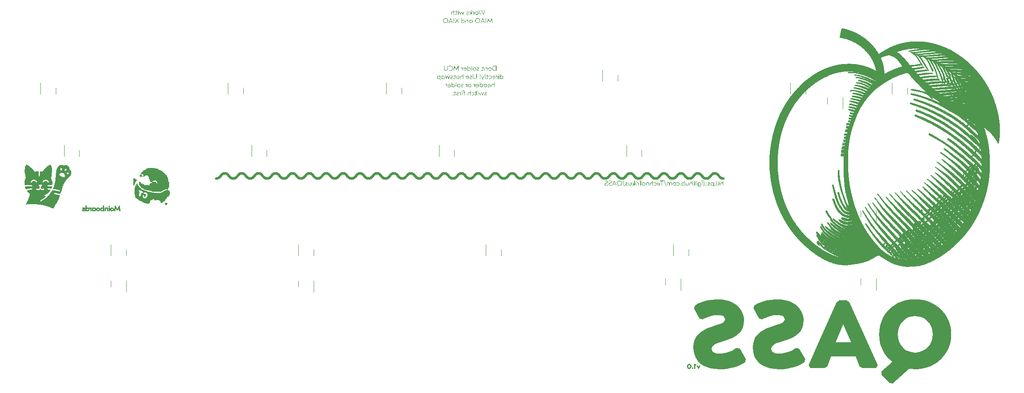
<source format=gbr>
%TF.GenerationSoftware,KiCad,Pcbnew,8.0.0*%
%TF.CreationDate,2024-02-25T16:00:07+01:00*%
%TF.ProjectId,QASS_PCB,51415353-5f50-4434-922e-6b696361645f,rev?*%
%TF.SameCoordinates,Original*%
%TF.FileFunction,Legend,Bot*%
%TF.FilePolarity,Positive*%
%FSLAX46Y46*%
G04 Gerber Fmt 4.6, Leading zero omitted, Abs format (unit mm)*
G04 Created by KiCad (PCBNEW 8.0.0) date 2024-02-25 16:00:07*
%MOMM*%
%LPD*%
G01*
G04 APERTURE LIST*
%ADD10C,0.150000*%
%ADD11C,0.000000*%
%ADD12C,0.010000*%
%ADD13C,0.120000*%
G04 APERTURE END LIST*
D10*
G36*
X179751626Y-55926600D02*
G01*
X179801096Y-55930440D01*
X179853950Y-55944218D01*
X179899383Y-55966367D01*
X179942559Y-56000479D01*
X179974638Y-56040885D01*
X179978284Y-56047011D01*
X179978284Y-55603955D01*
X179999289Y-55582706D01*
X180053999Y-55582706D01*
X180075004Y-55603955D01*
X180075004Y-56562364D01*
X180053999Y-56583125D01*
X179996602Y-56583125D01*
X179975597Y-56562364D01*
X179975597Y-56219203D01*
X179967679Y-56166868D01*
X179945535Y-56115519D01*
X179909107Y-56070313D01*
X179867798Y-56041057D01*
X179816495Y-56022634D01*
X179768235Y-56017702D01*
X179715497Y-56023506D01*
X179669416Y-56041565D01*
X179624223Y-56077878D01*
X179596077Y-56119060D01*
X179577576Y-56169010D01*
X179569654Y-56226636D01*
X179569421Y-56238986D01*
X179569421Y-56562364D01*
X179548416Y-56583125D01*
X179491019Y-56583125D01*
X179470014Y-56562364D01*
X179470014Y-56226286D01*
X179472960Y-56177185D01*
X179485700Y-56117242D01*
X179507874Y-56064233D01*
X179538791Y-56018837D01*
X179577759Y-55981732D01*
X179624083Y-55953596D01*
X179677073Y-55935109D01*
X179736034Y-55926947D01*
X179751626Y-55926600D01*
G37*
G36*
X179009128Y-56598756D02*
G01*
X178957774Y-56595085D01*
X178909413Y-56583993D01*
X178861963Y-56563584D01*
X178841089Y-56549907D01*
X178834006Y-56521820D01*
X178853545Y-56482741D01*
X178881633Y-56475658D01*
X178925414Y-56498342D01*
X178973156Y-56509655D01*
X178992275Y-56510584D01*
X179047512Y-56504631D01*
X179094804Y-56482550D01*
X179124591Y-56443033D01*
X179135791Y-56393215D01*
X179136379Y-56376251D01*
X179136379Y-56023564D01*
X178887251Y-56023564D01*
X178866246Y-56002559D01*
X178866246Y-55963236D01*
X178887251Y-55942231D01*
X179136379Y-55942231D01*
X179136379Y-55742196D01*
X179157383Y-55721191D01*
X179212094Y-55721191D01*
X179233099Y-55742196D01*
X179233099Y-55942231D01*
X179345206Y-55942231D01*
X179366211Y-55963236D01*
X179366211Y-56002559D01*
X179345206Y-56023564D01*
X179234564Y-56023564D01*
X179234564Y-56376251D01*
X179230217Y-56426834D01*
X179213302Y-56481432D01*
X179184919Y-56526089D01*
X179146449Y-56560430D01*
X179099273Y-56584082D01*
X179044771Y-56596670D01*
X179009128Y-56598756D01*
G37*
G36*
X178443462Y-56598756D02*
G01*
X178392108Y-56595085D01*
X178343747Y-56583993D01*
X178296297Y-56563584D01*
X178275423Y-56549907D01*
X178268340Y-56521820D01*
X178287879Y-56482741D01*
X178315967Y-56475658D01*
X178359747Y-56498342D01*
X178407489Y-56509655D01*
X178426609Y-56510584D01*
X178481845Y-56504631D01*
X178529138Y-56482550D01*
X178558925Y-56443033D01*
X178570124Y-56393215D01*
X178570712Y-56376251D01*
X178570712Y-56023564D01*
X178321584Y-56023564D01*
X178300580Y-56002559D01*
X178300580Y-55963236D01*
X178321584Y-55942231D01*
X178570712Y-55942231D01*
X178570712Y-55742196D01*
X178591717Y-55721191D01*
X178646427Y-55721191D01*
X178667432Y-55742196D01*
X178667432Y-55942231D01*
X178779540Y-55942231D01*
X178800545Y-55963236D01*
X178800545Y-56002559D01*
X178779540Y-56023564D01*
X178668898Y-56023564D01*
X178668898Y-56376251D01*
X178664551Y-56426834D01*
X178647636Y-56481432D01*
X178619253Y-56526089D01*
X178580783Y-56560430D01*
X178533606Y-56584082D01*
X178479105Y-56596670D01*
X178443462Y-56598756D01*
G37*
G36*
X177858874Y-55930474D02*
G01*
X177907563Y-55941562D01*
X177959128Y-55963267D01*
X178003171Y-55992828D01*
X178039654Y-56028864D01*
X178059756Y-56055804D01*
X178062443Y-55963236D01*
X178083448Y-55942231D01*
X178128388Y-55942231D01*
X178149393Y-55963236D01*
X178149393Y-56828833D01*
X178128388Y-56848861D01*
X178073678Y-56848861D01*
X178052673Y-56828833D01*
X178052673Y-56471506D01*
X178016975Y-56514599D01*
X177977866Y-56546934D01*
X177931022Y-56572992D01*
X177876559Y-56590850D01*
X177825438Y-56598081D01*
X177803545Y-56598756D01*
X177739556Y-56592253D01*
X177680569Y-56573473D01*
X177627673Y-56543514D01*
X177581956Y-56503471D01*
X177544505Y-56454440D01*
X177516407Y-56397519D01*
X177502127Y-56350309D01*
X177494179Y-56299739D01*
X177492624Y-56264388D01*
X177492721Y-56262922D01*
X177592031Y-56262922D01*
X177596737Y-56313840D01*
X177614844Y-56371478D01*
X177644785Y-56420987D01*
X177684688Y-56460814D01*
X177732681Y-56489404D01*
X177786889Y-56505204D01*
X177821619Y-56507898D01*
X177871441Y-56503142D01*
X177926921Y-56484659D01*
X177973806Y-56453697D01*
X178010977Y-56411810D01*
X178037316Y-56360551D01*
X178051706Y-56301474D01*
X178054139Y-56262922D01*
X178049838Y-56211503D01*
X178032969Y-56153574D01*
X178004374Y-56104048D01*
X177965170Y-56064372D01*
X177916477Y-56035994D01*
X177859412Y-56020361D01*
X177821619Y-56017702D01*
X177764580Y-56025083D01*
X177712633Y-56046192D01*
X177667651Y-56079481D01*
X177631508Y-56123402D01*
X177606076Y-56176406D01*
X177594701Y-56224308D01*
X177592031Y-56262922D01*
X177492721Y-56262922D01*
X177496162Y-56211073D01*
X177506446Y-56160930D01*
X177522986Y-56114409D01*
X177553921Y-56058801D01*
X177593939Y-56011512D01*
X177641874Y-55973617D01*
X177696562Y-55946187D01*
X177756838Y-55930298D01*
X177805011Y-55926600D01*
X177858874Y-55930474D01*
G37*
G36*
X177113804Y-56598756D02*
G01*
X177062317Y-56595356D01*
X177004573Y-56581977D01*
X176955422Y-56559206D01*
X176916202Y-56527848D01*
X176884128Y-56480019D01*
X176871458Y-56432604D01*
X176870293Y-56411910D01*
X176876160Y-56356295D01*
X176895384Y-56310729D01*
X176930398Y-56273310D01*
X176973395Y-56246978D01*
X177030458Y-56223880D01*
X177087181Y-56206991D01*
X177138117Y-56192914D01*
X177185441Y-56176408D01*
X177230962Y-56149319D01*
X177251068Y-56100989D01*
X177235572Y-56053869D01*
X177194360Y-56025245D01*
X177141826Y-56014264D01*
X177122108Y-56013550D01*
X177072767Y-56016271D01*
X177024287Y-56026167D01*
X176978571Y-56043833D01*
X176947230Y-56060201D01*
X176917677Y-56053118D01*
X176893985Y-56012085D01*
X176901068Y-55982776D01*
X176947770Y-55958530D01*
X176997209Y-55941281D01*
X177047453Y-55931050D01*
X177096270Y-55926893D01*
X177113804Y-55926600D01*
X177164512Y-55929889D01*
X177220795Y-55942843D01*
X177268199Y-55964911D01*
X177311876Y-56002353D01*
X177339422Y-56050511D01*
X177349009Y-56108072D01*
X177340188Y-56161355D01*
X177314504Y-56204706D01*
X177273125Y-56239789D01*
X177227498Y-56263907D01*
X177172460Y-56284398D01*
X177122108Y-56298826D01*
X177071829Y-56313287D01*
X177020506Y-56334211D01*
X176982269Y-56365121D01*
X176968235Y-56414597D01*
X176983943Y-56465339D01*
X177022737Y-56495535D01*
X177074340Y-56509580D01*
X177113804Y-56512050D01*
X177166764Y-56508759D01*
X177220060Y-56497706D01*
X177266389Y-56480123D01*
X177311152Y-56454164D01*
X177340705Y-56459782D01*
X177367328Y-56503501D01*
X177360245Y-56533055D01*
X177313262Y-56557351D01*
X177263479Y-56576615D01*
X177209637Y-56590235D01*
X177159303Y-56596951D01*
X177113804Y-56598756D01*
G37*
G36*
X176639484Y-56096349D02*
G01*
X176593029Y-56080923D01*
X176564909Y-56038479D01*
X176562547Y-56019412D01*
X176577543Y-55972869D01*
X176619928Y-55944609D01*
X176639484Y-55942231D01*
X176688832Y-55959581D01*
X176714898Y-56003614D01*
X176716420Y-56019412D01*
X176699170Y-56068151D01*
X176655272Y-56094766D01*
X176639484Y-56096349D01*
G37*
G36*
X176639484Y-56598756D02*
G01*
X176593029Y-56583330D01*
X176564909Y-56540887D01*
X176562547Y-56521820D01*
X176579798Y-56472573D01*
X176623696Y-56446416D01*
X176639484Y-56444883D01*
X176688832Y-56462213D01*
X176714898Y-56506102D01*
X176716420Y-56521820D01*
X176699170Y-56570559D01*
X176655272Y-56597173D01*
X176639484Y-56598756D01*
G37*
G36*
X176392310Y-56770947D02*
G01*
X176347614Y-56770947D01*
X176325143Y-56752629D01*
X176001766Y-55465958D01*
X176020084Y-55442022D01*
X176063315Y-55442022D01*
X176085785Y-55460340D01*
X176410628Y-56747011D01*
X176392310Y-56770947D01*
G37*
G36*
X176022038Y-56770947D02*
G01*
X175977342Y-56770947D01*
X175954871Y-56752629D01*
X175631494Y-55465958D01*
X175649812Y-55442022D01*
X175693043Y-55442022D01*
X175715513Y-55460340D01*
X176040356Y-56747011D01*
X176022038Y-56770947D01*
G37*
G36*
X175313004Y-55933127D02*
G01*
X175371627Y-55951982D01*
X175424262Y-55982074D01*
X175469805Y-56022312D01*
X175507150Y-56071607D01*
X175535193Y-56128867D01*
X175549456Y-56176384D01*
X175557400Y-56227307D01*
X175558954Y-56262922D01*
X175555416Y-56315793D01*
X175545132Y-56365565D01*
X175528592Y-56411779D01*
X175497657Y-56467069D01*
X175457639Y-56514130D01*
X175409704Y-56551875D01*
X175355016Y-56579216D01*
X175294740Y-56595065D01*
X175246567Y-56598756D01*
X175196369Y-56595193D01*
X175142051Y-56582220D01*
X175094208Y-56560953D01*
X175052859Y-56532659D01*
X175012854Y-56492456D01*
X175003057Y-56479810D01*
X175003057Y-56562364D01*
X175009531Y-56617414D01*
X175028587Y-56666658D01*
X175059679Y-56708652D01*
X175102257Y-56741954D01*
X175155774Y-56765122D01*
X175206096Y-56775391D01*
X175248032Y-56777786D01*
X175300223Y-56774994D01*
X175353973Y-56765756D01*
X175406399Y-56749603D01*
X175454504Y-56727635D01*
X175463699Y-56722587D01*
X175493008Y-56729426D01*
X175516944Y-56767039D01*
X175509861Y-56796104D01*
X175461959Y-56821525D01*
X175410953Y-56840959D01*
X175359309Y-56853930D01*
X175309975Y-56861174D01*
X175254344Y-56864395D01*
X175242415Y-56864492D01*
X175183266Y-56860972D01*
X175129525Y-56850728D01*
X175081283Y-56834239D01*
X175025666Y-56803361D01*
X174980195Y-56763359D01*
X174945081Y-56715361D01*
X174920536Y-56660498D01*
X174906771Y-56599903D01*
X174903650Y-56551373D01*
X174903650Y-56262922D01*
X174997439Y-56262922D01*
X175001740Y-56314261D01*
X175018604Y-56372116D01*
X175047184Y-56421595D01*
X175086356Y-56461244D01*
X175134998Y-56489610D01*
X175191984Y-56505239D01*
X175229714Y-56507898D01*
X175286851Y-56500518D01*
X175338866Y-56479416D01*
X175383890Y-56446144D01*
X175420057Y-56402258D01*
X175445499Y-56349311D01*
X175456877Y-56301474D01*
X175459547Y-56262922D01*
X175454840Y-56211924D01*
X175436729Y-56154213D01*
X175406772Y-56104657D01*
X175366838Y-56064803D01*
X175318794Y-56036200D01*
X175264507Y-56020396D01*
X175229714Y-56017702D01*
X175179973Y-56022459D01*
X175124566Y-56040946D01*
X175077728Y-56071923D01*
X175040584Y-56113841D01*
X175014258Y-56165152D01*
X174999872Y-56224308D01*
X174997439Y-56262922D01*
X174903650Y-56262922D01*
X174903650Y-55961771D01*
X174924655Y-55940766D01*
X174969351Y-55940766D01*
X174990356Y-55961771D01*
X174993287Y-56055804D01*
X175028472Y-56011786D01*
X175067940Y-55978936D01*
X175115990Y-55952567D01*
X175162582Y-55936896D01*
X175215121Y-55928113D01*
X175249498Y-55926600D01*
X175313004Y-55933127D01*
G37*
G36*
X174640356Y-55812294D02*
G01*
X174592847Y-55798099D01*
X174564336Y-55756462D01*
X174561954Y-55736579D01*
X174577120Y-55690040D01*
X174620296Y-55663069D01*
X174640356Y-55660864D01*
X174689803Y-55677832D01*
X174716004Y-55720553D01*
X174717537Y-55736579D01*
X174702454Y-55783118D01*
X174659928Y-55810088D01*
X174640356Y-55812294D01*
G37*
G36*
X174668444Y-56583125D02*
G01*
X174609582Y-56583125D01*
X174588577Y-56562364D01*
X174588577Y-55963236D01*
X174609582Y-55942231D01*
X174666979Y-55942231D01*
X174687984Y-55963236D01*
X174689449Y-56562364D01*
X174668444Y-56583125D01*
G37*
G36*
X174103755Y-56598756D02*
G01*
X174052401Y-56595085D01*
X174004040Y-56583993D01*
X173956590Y-56563584D01*
X173935716Y-56549907D01*
X173928633Y-56521820D01*
X173948172Y-56482741D01*
X173976260Y-56475658D01*
X174020040Y-56498342D01*
X174067782Y-56509655D01*
X174086902Y-56510584D01*
X174142139Y-56504631D01*
X174189431Y-56482550D01*
X174219218Y-56443033D01*
X174230417Y-56393215D01*
X174231005Y-56376251D01*
X174231005Y-56023564D01*
X173981878Y-56023564D01*
X173960873Y-56002559D01*
X173960873Y-55963236D01*
X173981878Y-55942231D01*
X174231005Y-55942231D01*
X174231005Y-55742196D01*
X174252010Y-55721191D01*
X174306721Y-55721191D01*
X174327725Y-55742196D01*
X174327725Y-55942231D01*
X174439833Y-55942231D01*
X174460838Y-55963236D01*
X174460838Y-56002559D01*
X174439833Y-56023564D01*
X174329191Y-56023564D01*
X174329191Y-56376251D01*
X174324844Y-56426834D01*
X174307929Y-56481432D01*
X174279546Y-56526089D01*
X174241076Y-56560430D01*
X174193899Y-56584082D01*
X174139398Y-56596670D01*
X174103755Y-56598756D01*
G37*
G36*
X173486309Y-55926600D02*
G01*
X173535778Y-55930440D01*
X173588632Y-55944218D01*
X173634066Y-55966367D01*
X173677242Y-56000479D01*
X173709321Y-56040885D01*
X173712966Y-56047011D01*
X173712966Y-55603955D01*
X173733971Y-55582706D01*
X173788681Y-55582706D01*
X173809686Y-55603955D01*
X173809686Y-56562364D01*
X173788681Y-56583125D01*
X173731284Y-56583125D01*
X173710280Y-56562364D01*
X173710280Y-56219203D01*
X173702362Y-56166868D01*
X173680218Y-56115519D01*
X173643790Y-56070313D01*
X173602480Y-56041057D01*
X173551177Y-56022634D01*
X173502917Y-56017702D01*
X173450179Y-56023506D01*
X173404099Y-56041565D01*
X173358906Y-56077878D01*
X173330759Y-56119060D01*
X173312258Y-56169010D01*
X173304336Y-56226636D01*
X173304104Y-56238986D01*
X173304104Y-56562364D01*
X173283099Y-56583125D01*
X173225702Y-56583125D01*
X173204697Y-56562364D01*
X173204697Y-56226286D01*
X173207643Y-56177185D01*
X173220382Y-56117242D01*
X173242557Y-56064233D01*
X173273474Y-56018837D01*
X173312441Y-55981732D01*
X173358766Y-55953596D01*
X173411755Y-55935109D01*
X173470717Y-55926947D01*
X173486309Y-55926600D01*
G37*
G36*
X172439728Y-55942231D02*
G01*
X172497125Y-55942231D01*
X172518130Y-55963236D01*
X172518130Y-56300780D01*
X172525903Y-56353668D01*
X172547651Y-56405185D01*
X172583490Y-56450403D01*
X172624203Y-56479720D01*
X172674848Y-56498390D01*
X172722561Y-56503746D01*
X172773858Y-56497447D01*
X172826252Y-56474186D01*
X172867448Y-56435354D01*
X172892302Y-56392293D01*
X172907756Y-56340521D01*
X172913071Y-56280996D01*
X172913071Y-55963236D01*
X172934076Y-55942231D01*
X172991473Y-55942231D01*
X173012478Y-55963236D01*
X173012478Y-56299314D01*
X173009569Y-56348408D01*
X172996988Y-56408328D01*
X172975078Y-56461300D01*
X172944516Y-56506652D01*
X172905976Y-56543712D01*
X172860136Y-56571806D01*
X172807669Y-56590263D01*
X172749252Y-56598409D01*
X172733797Y-56598756D01*
X172676239Y-56593142D01*
X172625115Y-56577440D01*
X172580985Y-56553359D01*
X172539087Y-56516956D01*
X172508360Y-56474192D01*
X172505674Y-56562364D01*
X172484669Y-56583125D01*
X172439728Y-56583125D01*
X172418723Y-56562364D01*
X172418723Y-55963236D01*
X172439728Y-55942231D01*
G37*
G36*
X172206476Y-55603955D02*
G01*
X172206476Y-56562364D01*
X172185471Y-56583125D01*
X172140531Y-56583125D01*
X172119526Y-56562364D01*
X172116839Y-56468330D01*
X172085418Y-56508029D01*
X172046411Y-56542335D01*
X171999857Y-56569768D01*
X171945793Y-56588853D01*
X171895032Y-56597312D01*
X171862094Y-56598756D01*
X171798392Y-56592240D01*
X171739404Y-56573416D01*
X171686295Y-56543372D01*
X171640230Y-56503196D01*
X171602374Y-56453975D01*
X171573891Y-56396798D01*
X171559382Y-56349347D01*
X171551292Y-56298491D01*
X171549707Y-56262922D01*
X171649114Y-56262922D01*
X171653820Y-56313840D01*
X171671927Y-56371478D01*
X171701868Y-56420987D01*
X171741771Y-56460814D01*
X171789764Y-56489404D01*
X171843972Y-56505204D01*
X171878702Y-56507898D01*
X171928524Y-56503202D01*
X171984004Y-56484909D01*
X172030889Y-56454171D01*
X172068060Y-56412439D01*
X172094399Y-56361169D01*
X172108789Y-56301812D01*
X172111222Y-56262922D01*
X172106921Y-56211924D01*
X172090052Y-56154213D01*
X172061457Y-56104657D01*
X172022253Y-56064803D01*
X171973560Y-56036200D01*
X171916495Y-56020396D01*
X171878702Y-56017702D01*
X171821663Y-56025083D01*
X171769716Y-56046192D01*
X171724734Y-56079481D01*
X171688591Y-56123402D01*
X171663159Y-56176406D01*
X171651784Y-56224308D01*
X171649114Y-56262922D01*
X171549707Y-56262922D01*
X171553178Y-56209983D01*
X171563280Y-56160144D01*
X171579546Y-56113865D01*
X171610018Y-56058494D01*
X171649516Y-56011361D01*
X171696936Y-55973557D01*
X171751171Y-55946172D01*
X171811119Y-55930297D01*
X171859163Y-55926600D01*
X171912935Y-55930639D01*
X171961342Y-55942026D01*
X172012303Y-55963847D01*
X172055433Y-55992777D01*
X172090674Y-56026924D01*
X172109756Y-56051652D01*
X172109756Y-55603955D01*
X172130761Y-55582706D01*
X172185471Y-55582706D01*
X172206476Y-55603955D01*
G37*
G36*
X171342101Y-56598756D02*
G01*
X171293250Y-56581505D01*
X171267856Y-56537608D01*
X171266386Y-56521820D01*
X171283139Y-56473081D01*
X171326365Y-56446466D01*
X171342101Y-56444883D01*
X171389081Y-56460309D01*
X171416751Y-56502752D01*
X171419037Y-56521820D01*
X171402181Y-56571167D01*
X171358239Y-56597233D01*
X171342101Y-56598756D01*
G37*
G36*
X170790601Y-56598756D02*
G01*
X170738391Y-56596164D01*
X170687678Y-56587628D01*
X170636181Y-56570718D01*
X170593252Y-56548442D01*
X170584948Y-56519133D01*
X170611571Y-56473948D01*
X170636728Y-56471261D01*
X170683181Y-56492084D01*
X170735849Y-56504416D01*
X170789379Y-56507898D01*
X170841342Y-56503144D01*
X170888679Y-56489423D01*
X170940265Y-56460895D01*
X170982128Y-56421204D01*
X171012883Y-56371931D01*
X171031142Y-56314658D01*
X171035820Y-56264143D01*
X171031065Y-56212742D01*
X171017239Y-56165668D01*
X170988208Y-56114097D01*
X170947330Y-56072025D01*
X170895895Y-56040973D01*
X170848014Y-56025087D01*
X170794864Y-56018006D01*
X170780831Y-56017702D01*
X170728070Y-56022014D01*
X170677875Y-56035413D01*
X170635262Y-56055804D01*
X170607174Y-56050187D01*
X170582017Y-56012085D01*
X170587635Y-55982776D01*
X170630435Y-55958530D01*
X170676495Y-55941281D01*
X170724678Y-55931050D01*
X170781661Y-55926674D01*
X170790601Y-55926600D01*
X170844114Y-55930368D01*
X170894802Y-55941341D01*
X170942133Y-55959021D01*
X170985574Y-55982911D01*
X171024591Y-56012513D01*
X171068815Y-56060009D01*
X171095443Y-56101005D01*
X171115872Y-56146055D01*
X171129572Y-56194662D01*
X171136009Y-56246328D01*
X171136448Y-56264143D01*
X171132883Y-56316364D01*
X171122406Y-56365676D01*
X171105342Y-56411593D01*
X171072908Y-56466695D01*
X171030117Y-56513743D01*
X170977742Y-56551584D01*
X170932635Y-56573229D01*
X170882899Y-56588559D01*
X170828858Y-56597089D01*
X170790601Y-56598756D01*
G37*
G36*
X170194861Y-55930303D02*
G01*
X170243518Y-55941106D01*
X170289236Y-55958547D01*
X170344617Y-55991329D01*
X170392365Y-56034000D01*
X170431101Y-56085464D01*
X170453412Y-56129176D01*
X170469299Y-56176759D01*
X170478181Y-56227750D01*
X170479924Y-56263411D01*
X170476034Y-56316100D01*
X170464753Y-56365736D01*
X170446660Y-56411854D01*
X170412945Y-56467066D01*
X170369531Y-56514095D01*
X170317795Y-56551838D01*
X170259112Y-56579194D01*
X170211370Y-56592231D01*
X170161077Y-56598340D01*
X170143845Y-56598756D01*
X170093231Y-56595060D01*
X170044830Y-56584281D01*
X169984783Y-56559694D01*
X169931176Y-56524445D01*
X169885441Y-56479634D01*
X169849007Y-56426364D01*
X169828647Y-56381523D01*
X169814929Y-56333008D01*
X169808455Y-56281284D01*
X169808012Y-56263411D01*
X169908640Y-56263411D01*
X169913527Y-56313676D01*
X169932285Y-56370914D01*
X169963205Y-56420364D01*
X170004257Y-56460344D01*
X170053411Y-56489171D01*
X170108638Y-56505163D01*
X170143845Y-56507898D01*
X170201840Y-56500414D01*
X170254949Y-56479086D01*
X170301148Y-56445596D01*
X170338414Y-56401626D01*
X170364724Y-56348859D01*
X170376522Y-56301443D01*
X170379296Y-56263411D01*
X170374408Y-56212742D01*
X170355644Y-56155140D01*
X170324710Y-56105454D01*
X170283627Y-56065338D01*
X170234421Y-56036448D01*
X170179115Y-56020438D01*
X170143845Y-56017702D01*
X170085948Y-56025190D01*
X170032907Y-56046551D01*
X169986750Y-56080130D01*
X169949508Y-56124272D01*
X169923209Y-56177323D01*
X169911413Y-56225066D01*
X169908640Y-56263411D01*
X169808012Y-56263411D01*
X169811936Y-56210403D01*
X169823307Y-56160496D01*
X169841520Y-56114153D01*
X169865972Y-56071834D01*
X169907235Y-56022465D01*
X169957086Y-55982164D01*
X170014091Y-55952024D01*
X170060681Y-55936745D01*
X170109886Y-55928257D01*
X170143845Y-55926600D01*
X170194861Y-55930303D01*
G37*
G36*
X168861571Y-55926600D02*
G01*
X168912466Y-55931594D01*
X168967188Y-55949339D01*
X169014187Y-55977486D01*
X169052622Y-56013476D01*
X169081653Y-56054748D01*
X169092380Y-56076565D01*
X169119801Y-56028442D01*
X169155848Y-55988543D01*
X169200029Y-55957776D01*
X169251851Y-55937049D01*
X169300518Y-55928101D01*
X169331982Y-55926600D01*
X169387853Y-55932647D01*
X169438298Y-55949526D01*
X169482322Y-55975344D01*
X169518931Y-56008207D01*
X169550941Y-56052926D01*
X169554487Y-56059712D01*
X169557418Y-55963236D01*
X169579644Y-55942231D01*
X169618968Y-55942231D01*
X169639972Y-55963236D01*
X169639972Y-56562364D01*
X169618968Y-56583125D01*
X169561571Y-56583125D01*
X169540566Y-56562364D01*
X169539100Y-56202838D01*
X169528390Y-56152377D01*
X169505762Y-56104762D01*
X169471459Y-56063973D01*
X169425722Y-56033990D01*
X169368792Y-56018794D01*
X169347370Y-56017702D01*
X169297026Y-56023410D01*
X169246265Y-56046151D01*
X169206870Y-56084559D01*
X169179730Y-56136866D01*
X169167116Y-56189798D01*
X169163943Y-56237521D01*
X169163943Y-56562364D01*
X169142938Y-56583125D01*
X169085541Y-56583125D01*
X169064536Y-56562364D01*
X169064536Y-56230438D01*
X169059120Y-56178172D01*
X169043390Y-56130230D01*
X169011994Y-56081022D01*
X168968206Y-56043921D01*
X168923221Y-56024566D01*
X168871340Y-56017702D01*
X168821093Y-56023899D01*
X168770636Y-56046802D01*
X168731642Y-56085072D01*
X168704884Y-56137116D01*
X168692490Y-56189858D01*
X168689379Y-56237521D01*
X168689379Y-56562364D01*
X168668374Y-56583125D01*
X168610977Y-56583125D01*
X168589972Y-56562364D01*
X168589972Y-56224820D01*
X168594861Y-56160605D01*
X168609157Y-56102695D01*
X168632309Y-56051786D01*
X168663764Y-56008574D01*
X168702971Y-55973753D01*
X168749375Y-55948021D01*
X168802426Y-55932071D01*
X168861571Y-55926600D01*
G37*
G36*
X168415339Y-56770947D02*
G01*
X168370642Y-56770947D01*
X168348172Y-56752629D01*
X168024795Y-55465958D01*
X168043113Y-55442022D01*
X168086344Y-55442022D01*
X168108814Y-55460340D01*
X168433657Y-56747011D01*
X168415339Y-56770947D01*
G37*
G36*
X167189728Y-55598337D02*
G01*
X167927586Y-55598337D01*
X167948591Y-55619342D01*
X167948591Y-55666970D01*
X167927586Y-55687974D01*
X167605430Y-55687974D01*
X167605430Y-56562120D01*
X167584425Y-56583125D01*
X167525806Y-56583125D01*
X167504801Y-56562120D01*
X167504801Y-55687974D01*
X167189728Y-55687974D01*
X167168723Y-55666970D01*
X167168723Y-55619342D01*
X167189728Y-55598337D01*
G37*
G36*
X166951247Y-55930334D02*
G01*
X167000310Y-55941199D01*
X167059541Y-55965902D01*
X167110948Y-56001177D01*
X167153710Y-56045823D01*
X167187005Y-56098639D01*
X167210011Y-56158420D01*
X167220020Y-56207105D01*
X167223434Y-56258526D01*
X167219738Y-56312521D01*
X167208937Y-56363207D01*
X167191462Y-56410146D01*
X167167741Y-56452902D01*
X167127141Y-56502646D01*
X167077222Y-56543140D01*
X167034280Y-56566816D01*
X166987098Y-56584269D01*
X166936108Y-56595061D01*
X166881738Y-56598756D01*
X166832100Y-56596326D01*
X166779783Y-56587734D01*
X166727753Y-56571558D01*
X166678645Y-56547533D01*
X166647998Y-56527437D01*
X166643601Y-56497640D01*
X166667537Y-56458805D01*
X166695381Y-56454653D01*
X166738571Y-56481617D01*
X166785621Y-56501096D01*
X166835836Y-56511510D01*
X166871968Y-56513515D01*
X166922104Y-56509301D01*
X166979075Y-56492822D01*
X167028597Y-56464998D01*
X167069474Y-56427020D01*
X167100511Y-56380079D01*
X167120510Y-56325364D01*
X167126714Y-56289300D01*
X166621375Y-56289300D01*
X166598905Y-56268295D01*
X166598905Y-56245825D01*
X166601241Y-56207967D01*
X166694159Y-56207967D01*
X167124027Y-56207967D01*
X167109882Y-56155992D01*
X167086547Y-56110586D01*
X167054849Y-56072667D01*
X167015616Y-56043151D01*
X166969673Y-56022955D01*
X166917850Y-56012997D01*
X166895660Y-56012085D01*
X166847098Y-56017516D01*
X166795035Y-56037603D01*
X166751635Y-56071198D01*
X166718898Y-56116929D01*
X166701205Y-56163320D01*
X166694159Y-56205281D01*
X166694159Y-56207967D01*
X166601241Y-56207967D01*
X166602093Y-56194154D01*
X166611429Y-56145985D01*
X166632844Y-56087801D01*
X166663761Y-56037274D01*
X166703363Y-55995222D01*
X166750835Y-55962464D01*
X166805361Y-55939818D01*
X166866124Y-55928103D01*
X166898591Y-55926600D01*
X166951247Y-55930334D01*
G37*
G36*
X166134355Y-56598756D02*
G01*
X166082145Y-56596164D01*
X166031432Y-56587628D01*
X165979935Y-56570718D01*
X165937007Y-56548442D01*
X165928702Y-56519133D01*
X165955325Y-56473948D01*
X165980482Y-56471261D01*
X166026936Y-56492084D01*
X166079604Y-56504416D01*
X166133134Y-56507898D01*
X166185096Y-56503144D01*
X166232434Y-56489423D01*
X166284020Y-56460895D01*
X166325883Y-56421204D01*
X166356637Y-56371931D01*
X166374896Y-56314658D01*
X166379575Y-56264143D01*
X166374819Y-56212742D01*
X166360993Y-56165668D01*
X166331963Y-56114097D01*
X166291084Y-56072025D01*
X166239649Y-56040973D01*
X166191768Y-56025087D01*
X166138618Y-56018006D01*
X166124585Y-56017702D01*
X166071824Y-56022014D01*
X166021630Y-56035413D01*
X165979016Y-56055804D01*
X165950928Y-56050187D01*
X165925771Y-56012085D01*
X165931389Y-55982776D01*
X165974189Y-55958530D01*
X166020250Y-55941281D01*
X166068432Y-55931050D01*
X166125415Y-55926674D01*
X166134355Y-55926600D01*
X166187868Y-55930368D01*
X166238557Y-55941341D01*
X166285887Y-55959021D01*
X166329328Y-55982911D01*
X166368346Y-56012513D01*
X166412570Y-56060009D01*
X166439197Y-56101005D01*
X166459627Y-56146055D01*
X166473326Y-56194662D01*
X166479763Y-56246328D01*
X166480203Y-56264143D01*
X166476638Y-56316364D01*
X166466160Y-56365676D01*
X166449096Y-56411593D01*
X166416662Y-56466695D01*
X166373871Y-56513743D01*
X166321496Y-56551584D01*
X166276390Y-56573229D01*
X166226653Y-56588559D01*
X166172612Y-56597089D01*
X166134355Y-56598756D01*
G37*
G36*
X165441926Y-55926600D02*
G01*
X165491396Y-55930440D01*
X165544250Y-55944218D01*
X165589683Y-55966367D01*
X165632859Y-56000479D01*
X165664938Y-56040885D01*
X165668584Y-56047011D01*
X165668584Y-55603955D01*
X165689589Y-55582706D01*
X165744299Y-55582706D01*
X165765304Y-55603955D01*
X165765304Y-56562364D01*
X165744299Y-56583125D01*
X165686902Y-56583125D01*
X165665897Y-56562364D01*
X165665897Y-56219203D01*
X165657979Y-56166868D01*
X165635835Y-56115519D01*
X165599407Y-56070313D01*
X165558098Y-56041057D01*
X165506795Y-56022634D01*
X165458535Y-56017702D01*
X165405797Y-56023506D01*
X165359716Y-56041565D01*
X165314523Y-56077878D01*
X165286377Y-56119060D01*
X165267876Y-56169010D01*
X165259954Y-56226636D01*
X165259721Y-56238986D01*
X165259721Y-56562364D01*
X165238716Y-56583125D01*
X165181319Y-56583125D01*
X165160314Y-56562364D01*
X165160314Y-56226286D01*
X165163260Y-56177185D01*
X165176000Y-56117242D01*
X165198174Y-56064233D01*
X165229092Y-56018837D01*
X165268059Y-55981732D01*
X165314383Y-55953596D01*
X165367373Y-55935109D01*
X165426334Y-55926947D01*
X165441926Y-55926600D01*
G37*
G36*
X164634948Y-55926600D02*
G01*
X164687512Y-55930836D01*
X164743663Y-55946041D01*
X164791728Y-55970501D01*
X164831148Y-56002321D01*
X164865462Y-56046223D01*
X164872841Y-56059712D01*
X164875771Y-55963236D01*
X164897998Y-55942231D01*
X164937321Y-55942231D01*
X164958326Y-55963236D01*
X164958326Y-56562364D01*
X164937321Y-56583125D01*
X164879924Y-56583125D01*
X164858919Y-56562364D01*
X164857453Y-56202838D01*
X164845875Y-56152377D01*
X164822016Y-56104762D01*
X164785702Y-56063973D01*
X164736759Y-56033990D01*
X164686201Y-56020131D01*
X164651557Y-56017702D01*
X164598818Y-56023340D01*
X164552738Y-56041024D01*
X164507545Y-56076870D01*
X164479398Y-56117867D01*
X164460898Y-56168012D01*
X164452976Y-56226399D01*
X164452743Y-56238986D01*
X164452743Y-56562364D01*
X164431738Y-56583125D01*
X164374341Y-56583125D01*
X164353336Y-56562364D01*
X164353336Y-56226286D01*
X164356282Y-56177185D01*
X164369021Y-56117242D01*
X164391196Y-56064233D01*
X164422113Y-56018837D01*
X164461080Y-55981732D01*
X164507405Y-55953596D01*
X164560394Y-55935109D01*
X164619356Y-55926947D01*
X164634948Y-55926600D01*
G37*
G36*
X163910981Y-55930303D02*
G01*
X163959638Y-55941106D01*
X164005356Y-55958547D01*
X164060737Y-55991329D01*
X164108485Y-56034000D01*
X164147221Y-56085464D01*
X164169532Y-56129176D01*
X164185419Y-56176759D01*
X164194301Y-56227750D01*
X164196044Y-56263411D01*
X164192154Y-56316100D01*
X164180873Y-56365736D01*
X164162780Y-56411854D01*
X164129065Y-56467066D01*
X164085651Y-56514095D01*
X164033915Y-56551838D01*
X163975232Y-56579194D01*
X163927491Y-56592231D01*
X163877197Y-56598340D01*
X163859965Y-56598756D01*
X163809351Y-56595060D01*
X163760951Y-56584281D01*
X163700904Y-56559694D01*
X163647297Y-56524445D01*
X163601561Y-56479634D01*
X163565127Y-56426364D01*
X163544767Y-56381523D01*
X163531049Y-56333008D01*
X163524575Y-56281284D01*
X163524132Y-56263411D01*
X163624760Y-56263411D01*
X163629647Y-56313676D01*
X163648405Y-56370914D01*
X163679325Y-56420364D01*
X163720377Y-56460344D01*
X163769531Y-56489171D01*
X163824758Y-56505163D01*
X163859965Y-56507898D01*
X163917960Y-56500414D01*
X163971069Y-56479086D01*
X164017268Y-56445596D01*
X164054534Y-56401626D01*
X164080844Y-56348859D01*
X164092642Y-56301443D01*
X164095416Y-56263411D01*
X164090528Y-56212742D01*
X164071764Y-56155140D01*
X164040830Y-56105454D01*
X163999747Y-56065338D01*
X163950541Y-56036448D01*
X163895235Y-56020438D01*
X163859965Y-56017702D01*
X163802068Y-56025190D01*
X163749027Y-56046551D01*
X163702870Y-56080130D01*
X163665628Y-56124272D01*
X163639329Y-56177323D01*
X163627533Y-56225066D01*
X163624760Y-56263411D01*
X163524132Y-56263411D01*
X163528056Y-56210403D01*
X163539427Y-56160496D01*
X163557640Y-56114153D01*
X163582092Y-56071834D01*
X163623355Y-56022465D01*
X163673206Y-55982164D01*
X163730211Y-55952024D01*
X163776801Y-55936745D01*
X163826006Y-55928257D01*
X163859965Y-55926600D01*
X163910981Y-55930303D01*
G37*
G36*
X163299917Y-56583125D02*
G01*
X163243985Y-56583125D01*
X163222980Y-56562364D01*
X163222980Y-56023564D01*
X163035402Y-56023564D01*
X163014397Y-56002559D01*
X163014397Y-55963236D01*
X163035402Y-55942231D01*
X163222980Y-55942231D01*
X163222980Y-55824995D01*
X163218722Y-55775430D01*
X163203199Y-55728286D01*
X163172598Y-55689425D01*
X163124030Y-55664960D01*
X163080098Y-55659642D01*
X163029143Y-55667397D01*
X162994857Y-55682845D01*
X162965304Y-55675518D01*
X162943078Y-55634485D01*
X162948695Y-55606397D01*
X162993932Y-55582796D01*
X163046367Y-55569842D01*
X163088647Y-55567074D01*
X163139229Y-55571681D01*
X163195073Y-55589916D01*
X163241850Y-55621184D01*
X163278638Y-55664596D01*
X163304515Y-55719264D01*
X163316741Y-55770505D01*
X163320922Y-55827926D01*
X163320922Y-55942231D01*
X163423259Y-55942231D01*
X163444264Y-55963236D01*
X163444264Y-56002559D01*
X163423259Y-56023564D01*
X163320922Y-56023564D01*
X163320922Y-56562364D01*
X163299917Y-56583125D01*
G37*
G36*
X162518828Y-55928065D02*
G01*
X162549603Y-55926600D01*
X162602830Y-55931402D01*
X162658028Y-55948538D01*
X162703454Y-55975884D01*
X162738779Y-56011110D01*
X162766786Y-56059062D01*
X162772108Y-56073634D01*
X162776504Y-55963236D01*
X162798730Y-55942231D01*
X162843671Y-55942231D01*
X162864676Y-55963236D01*
X162864676Y-56562364D01*
X162843671Y-56583125D01*
X162786274Y-56583125D01*
X162765269Y-56562364D01*
X162765269Y-56225309D01*
X162758014Y-56171524D01*
X162737526Y-56119504D01*
X162703242Y-56074156D01*
X162663731Y-56045002D01*
X162613927Y-56026730D01*
X162566455Y-56021854D01*
X162530063Y-56024785D01*
X162506127Y-56007933D01*
X162500510Y-55952001D01*
X162518828Y-55928065D01*
G37*
G36*
X162322701Y-55812294D02*
G01*
X162275192Y-55798099D01*
X162246681Y-55756462D01*
X162244299Y-55736579D01*
X162259464Y-55690040D01*
X162302641Y-55663069D01*
X162322701Y-55660864D01*
X162372148Y-55677832D01*
X162398349Y-55720553D01*
X162399882Y-55736579D01*
X162384798Y-55783118D01*
X162342273Y-55810088D01*
X162322701Y-55812294D01*
G37*
G36*
X162350789Y-56583125D02*
G01*
X162291926Y-56583125D01*
X162270922Y-56562364D01*
X162270922Y-55963236D01*
X162291926Y-55942231D01*
X162349323Y-55942231D01*
X162370328Y-55963236D01*
X162371794Y-56562364D01*
X162350789Y-56583125D01*
G37*
G36*
X161507418Y-56558212D02*
G01*
X161851801Y-56243383D01*
X161529889Y-55967388D01*
X161539658Y-55942231D01*
X161620747Y-55942231D01*
X161647370Y-55952245D01*
X161958291Y-56218226D01*
X161958291Y-55604199D01*
X161979296Y-55582706D01*
X162036693Y-55582706D01*
X162057698Y-55604199D01*
X162057698Y-56562364D01*
X162036693Y-56583125D01*
X161979296Y-56583125D01*
X161958291Y-56562364D01*
X161958291Y-56282217D01*
X161633448Y-56573599D01*
X161606825Y-56583125D01*
X161517188Y-56583125D01*
X161507418Y-56558212D01*
G37*
G36*
X160810838Y-55942231D02*
G01*
X160868235Y-55942231D01*
X160889240Y-55963236D01*
X160889240Y-56300780D01*
X160897013Y-56353668D01*
X160918761Y-56405185D01*
X160954599Y-56450403D01*
X160995312Y-56479720D01*
X161045958Y-56498390D01*
X161093671Y-56503746D01*
X161144968Y-56497447D01*
X161197362Y-56474186D01*
X161238557Y-56435354D01*
X161263411Y-56392293D01*
X161278865Y-56340521D01*
X161284180Y-56280996D01*
X161284180Y-55963236D01*
X161305185Y-55942231D01*
X161362582Y-55942231D01*
X161383587Y-55963236D01*
X161383587Y-56299314D01*
X161380679Y-56348408D01*
X161368097Y-56408328D01*
X161346187Y-56461300D01*
X161315625Y-56506652D01*
X161277086Y-56543712D01*
X161231245Y-56571806D01*
X161178778Y-56590263D01*
X161120361Y-56598409D01*
X161104906Y-56598756D01*
X161047349Y-56593142D01*
X160996225Y-56577440D01*
X160952095Y-56553359D01*
X160910197Y-56516956D01*
X160879470Y-56474192D01*
X160876783Y-56562364D01*
X160855778Y-56583125D01*
X160810838Y-56583125D01*
X160789833Y-56562364D01*
X160789833Y-55963236D01*
X160810838Y-55942231D01*
G37*
G36*
X160367537Y-56598756D02*
G01*
X160316051Y-56595356D01*
X160258306Y-56581977D01*
X160209156Y-56559206D01*
X160169936Y-56527848D01*
X160137861Y-56480019D01*
X160125192Y-56432604D01*
X160124027Y-56411910D01*
X160129894Y-56356295D01*
X160149117Y-56310729D01*
X160184131Y-56273310D01*
X160227129Y-56246978D01*
X160284191Y-56223880D01*
X160340915Y-56206991D01*
X160391850Y-56192914D01*
X160439175Y-56176408D01*
X160484696Y-56149319D01*
X160504801Y-56100989D01*
X160489305Y-56053869D01*
X160448094Y-56025245D01*
X160395559Y-56014264D01*
X160375841Y-56013550D01*
X160326500Y-56016271D01*
X160278020Y-56026167D01*
X160232304Y-56043833D01*
X160200963Y-56060201D01*
X160171410Y-56053118D01*
X160147718Y-56012085D01*
X160154801Y-55982776D01*
X160201503Y-55958530D01*
X160250943Y-55941281D01*
X160301187Y-55931050D01*
X160350003Y-55926893D01*
X160367537Y-55926600D01*
X160418246Y-55929889D01*
X160474528Y-55942843D01*
X160521932Y-55964911D01*
X160565610Y-56002353D01*
X160593155Y-56050511D01*
X160602743Y-56108072D01*
X160593922Y-56161355D01*
X160568237Y-56204706D01*
X160526859Y-56239789D01*
X160481231Y-56263907D01*
X160426193Y-56284398D01*
X160375841Y-56298826D01*
X160325563Y-56313287D01*
X160274240Y-56334211D01*
X160236003Y-56365121D01*
X160221968Y-56414597D01*
X160237676Y-56465339D01*
X160276470Y-56495535D01*
X160328073Y-56509580D01*
X160367537Y-56512050D01*
X160420498Y-56508759D01*
X160473794Y-56497706D01*
X160520123Y-56480123D01*
X160564885Y-56454164D01*
X160594439Y-56459782D01*
X160621061Y-56503501D01*
X160613978Y-56533055D01*
X160566995Y-56557351D01*
X160517212Y-56576615D01*
X160463371Y-56590235D01*
X160413037Y-56596951D01*
X160367537Y-56598756D01*
G37*
G36*
X159984076Y-56770947D02*
G01*
X159939379Y-56770947D01*
X159916909Y-56752629D01*
X159593531Y-55465958D01*
X159611850Y-55442022D01*
X159655081Y-55442022D01*
X159677551Y-55460340D01*
X160002394Y-56747011D01*
X159984076Y-56770947D01*
G37*
G36*
X159007769Y-55585288D02*
G01*
X159060283Y-55592876D01*
X159110477Y-55605231D01*
X159158157Y-55622117D01*
X159203131Y-55643294D01*
X159245206Y-55668525D01*
X159302461Y-55713453D01*
X159352109Y-55766164D01*
X159393497Y-55825855D01*
X159416181Y-55869130D01*
X159434711Y-55914913D01*
X159448896Y-55962965D01*
X159458543Y-56013049D01*
X159463459Y-56064927D01*
X159464083Y-56091464D01*
X159461605Y-56144857D01*
X159454299Y-56196359D01*
X159442359Y-56245755D01*
X159425977Y-56292830D01*
X159405346Y-56337372D01*
X159366855Y-56398963D01*
X159319888Y-56453645D01*
X159265096Y-56500697D01*
X159203131Y-56539393D01*
X159158157Y-56560192D01*
X159110477Y-56576743D01*
X159060283Y-56588829D01*
X159007769Y-56596239D01*
X158953127Y-56598756D01*
X158900666Y-56596470D01*
X158849905Y-56589743D01*
X158801266Y-56578771D01*
X158775318Y-56570912D01*
X158575039Y-56758491D01*
X158545485Y-56757025D01*
X158504941Y-56713794D01*
X158506407Y-56684241D01*
X158678598Y-56525972D01*
X158627181Y-56490031D01*
X158581282Y-56447913D01*
X158541314Y-56400083D01*
X158507689Y-56347003D01*
X158480818Y-56289137D01*
X158461115Y-56226950D01*
X158451288Y-56177752D01*
X158445899Y-56126579D01*
X158444857Y-56091464D01*
X158546951Y-56091464D01*
X158551499Y-56157179D01*
X158564740Y-56218914D01*
X158586065Y-56276125D01*
X158614867Y-56328271D01*
X158650539Y-56374809D01*
X158692474Y-56415197D01*
X158740064Y-56448894D01*
X158792701Y-56475356D01*
X158849779Y-56494042D01*
X158910690Y-56504410D01*
X158953127Y-56506432D01*
X159016916Y-56501912D01*
X159077224Y-56488711D01*
X159133440Y-56467373D01*
X159184954Y-56438439D01*
X159231156Y-56402451D01*
X159271438Y-56359953D01*
X159305189Y-56311485D01*
X159331799Y-56257591D01*
X159350658Y-56198812D01*
X159361157Y-56135690D01*
X159363210Y-56091464D01*
X159358624Y-56027749D01*
X159345270Y-55967166D01*
X159323760Y-55910399D01*
X159294702Y-55858134D01*
X159258706Y-55811054D01*
X159216383Y-55769845D01*
X159168342Y-55735191D01*
X159115193Y-55707777D01*
X159057546Y-55688287D01*
X158996010Y-55677407D01*
X158953127Y-55675274D01*
X158889998Y-55680000D01*
X158830297Y-55693736D01*
X158774632Y-55715819D01*
X158723609Y-55745586D01*
X158677837Y-55782374D01*
X158637923Y-55825521D01*
X158604473Y-55874363D01*
X158578096Y-55928237D01*
X158559398Y-55986481D01*
X158548987Y-56048431D01*
X158546951Y-56091464D01*
X158444857Y-56091464D01*
X158447319Y-56038336D01*
X158454576Y-55986996D01*
X158466438Y-55937672D01*
X158482715Y-55890589D01*
X158503217Y-55845973D01*
X158541474Y-55784170D01*
X158588167Y-55729190D01*
X158642652Y-55681797D01*
X158704286Y-55642753D01*
X158749031Y-55621739D01*
X158796478Y-55605001D01*
X158846436Y-55592766D01*
X158898716Y-55585258D01*
X158953127Y-55582706D01*
X159007769Y-55585288D01*
G37*
G36*
X157975911Y-55615190D02*
G01*
X158375004Y-56559433D01*
X158358151Y-56583125D01*
X158296358Y-56583125D01*
X158271201Y-56566516D01*
X158185960Y-56360131D01*
X157667921Y-56360131D01*
X157582436Y-56566516D01*
X157557279Y-56583125D01*
X157495730Y-56583125D01*
X157478877Y-56559433D01*
X157600551Y-56270494D01*
X157704313Y-56270494D01*
X158149568Y-56270494D01*
X157926818Y-55735602D01*
X157704313Y-56270494D01*
X157600551Y-56270494D01*
X157876504Y-55615190D01*
X157901661Y-55598337D01*
X157950754Y-55598337D01*
X157975911Y-55615190D01*
G37*
G36*
X157060733Y-56598756D02*
G01*
X157011601Y-56596148D01*
X156949531Y-56584647D01*
X156892666Y-56564142D01*
X156842396Y-56534814D01*
X156800114Y-56496843D01*
X156767210Y-56450408D01*
X156745075Y-56395691D01*
X156735100Y-56332872D01*
X156734669Y-56315923D01*
X156739411Y-56258714D01*
X156753739Y-56208357D01*
X156777804Y-56164308D01*
X156811758Y-56126024D01*
X156855753Y-56092961D01*
X156909940Y-56064574D01*
X156957360Y-56046026D01*
X157010663Y-56029574D01*
X157049498Y-56019656D01*
X157100029Y-56006370D01*
X157154444Y-55987590D01*
X157198839Y-55965335D01*
X157238440Y-55932447D01*
X157265093Y-55883073D01*
X157270782Y-55838917D01*
X157261930Y-55785270D01*
X157236547Y-55740917D01*
X157196390Y-55706803D01*
X157143218Y-55683876D01*
X157090235Y-55673998D01*
X157055116Y-55672343D01*
X157000328Y-55674592D01*
X156945629Y-55682946D01*
X156898170Y-55697542D01*
X156849177Y-55721968D01*
X156825527Y-55737312D01*
X156797684Y-55731694D01*
X156769596Y-55689196D01*
X156773748Y-55659887D01*
X156818618Y-55631933D01*
X156863539Y-55612189D01*
X156915586Y-55596999D01*
X156965196Y-55588274D01*
X157021157Y-55583511D01*
X157058046Y-55582706D01*
X157107172Y-55585534D01*
X157168128Y-55597690D01*
X157222960Y-55618687D01*
X157270656Y-55647715D01*
X157310201Y-55683963D01*
X157340582Y-55726622D01*
X157360787Y-55774881D01*
X157369802Y-55827931D01*
X157370189Y-55841847D01*
X157365422Y-55895980D01*
X157351195Y-55943483D01*
X157320279Y-55994290D01*
X157285176Y-56028679D01*
X157240977Y-56058038D01*
X157187792Y-56082861D01*
X157125734Y-56103639D01*
X157073434Y-56116865D01*
X157013711Y-56132269D01*
X156963391Y-56150112D01*
X156913037Y-56176317D01*
X156869869Y-56214279D01*
X156844114Y-56260336D01*
X156834274Y-56315532D01*
X156834076Y-56325693D01*
X156840752Y-56375874D01*
X156865270Y-56426355D01*
X156905905Y-56465439D01*
X156950637Y-56488710D01*
X157004016Y-56503022D01*
X157064885Y-56507898D01*
X157122386Y-56504575D01*
X157177645Y-56495018D01*
X157229968Y-56479845D01*
X157278659Y-56459675D01*
X157323022Y-56435126D01*
X157336728Y-56426076D01*
X157366037Y-56431694D01*
X157396811Y-56481031D01*
X157391194Y-56510584D01*
X157348546Y-56535524D01*
X157302103Y-56556468D01*
X157252182Y-56573322D01*
X157199103Y-56585992D01*
X157143184Y-56594382D01*
X157084744Y-56598396D01*
X157060733Y-56598756D01*
G37*
G36*
X156273294Y-56598756D02*
G01*
X156224162Y-56596148D01*
X156162092Y-56584647D01*
X156105227Y-56564142D01*
X156054957Y-56534814D01*
X156012675Y-56496843D01*
X155979771Y-56450408D01*
X155957636Y-56395691D01*
X155947661Y-56332872D01*
X155947230Y-56315923D01*
X155951972Y-56258714D01*
X155966300Y-56208357D01*
X155990365Y-56164308D01*
X156024319Y-56126024D01*
X156068314Y-56092961D01*
X156122501Y-56064574D01*
X156169921Y-56046026D01*
X156223224Y-56029574D01*
X156262059Y-56019656D01*
X156312590Y-56006370D01*
X156367005Y-55987590D01*
X156411400Y-55965335D01*
X156451001Y-55932447D01*
X156477654Y-55883073D01*
X156483343Y-55838917D01*
X156474491Y-55785270D01*
X156449108Y-55740917D01*
X156408951Y-55706803D01*
X156355780Y-55683876D01*
X156302796Y-55673998D01*
X156267677Y-55672343D01*
X156212889Y-55674592D01*
X156158190Y-55682946D01*
X156110731Y-55697542D01*
X156061738Y-55721968D01*
X156038088Y-55737312D01*
X156010245Y-55731694D01*
X155982157Y-55689196D01*
X155986309Y-55659887D01*
X156031179Y-55631933D01*
X156076100Y-55612189D01*
X156128147Y-55596999D01*
X156177757Y-55588274D01*
X156233718Y-55583511D01*
X156270607Y-55582706D01*
X156319734Y-55585534D01*
X156380689Y-55597690D01*
X156435521Y-55618687D01*
X156483217Y-55647715D01*
X156522762Y-55683963D01*
X156553143Y-55726622D01*
X156573348Y-55774881D01*
X156582363Y-55827931D01*
X156582750Y-55841847D01*
X156577983Y-55895980D01*
X156563756Y-55943483D01*
X156532840Y-55994290D01*
X156497738Y-56028679D01*
X156453538Y-56058038D01*
X156400353Y-56082861D01*
X156338295Y-56103639D01*
X156285995Y-56116865D01*
X156226272Y-56132269D01*
X156175952Y-56150112D01*
X156125598Y-56176317D01*
X156082430Y-56214279D01*
X156056675Y-56260336D01*
X156046835Y-56315532D01*
X156046637Y-56325693D01*
X156053313Y-56375874D01*
X156077831Y-56426355D01*
X156118466Y-56465439D01*
X156163198Y-56488710D01*
X156216577Y-56503022D01*
X156277446Y-56507898D01*
X156334947Y-56504575D01*
X156390206Y-56495018D01*
X156442529Y-56479845D01*
X156491220Y-56459675D01*
X156535583Y-56435126D01*
X156549289Y-56426076D01*
X156578598Y-56431694D01*
X156609372Y-56481031D01*
X156603755Y-56510584D01*
X156561107Y-56535524D01*
X156514664Y-56556468D01*
X156464743Y-56573322D01*
X156411664Y-56585992D01*
X156355745Y-56594382D01*
X156297305Y-56598396D01*
X156273294Y-56598756D01*
G37*
G36*
X174676740Y-93248481D02*
G01*
X174864318Y-93248481D01*
X174905107Y-93276569D01*
X175011352Y-93549633D01*
X175131764Y-93275104D01*
X175172553Y-93248481D01*
X175368435Y-93248481D01*
X175393592Y-93290491D01*
X175110759Y-93864706D01*
X175070215Y-93889863D01*
X174965191Y-93889863D01*
X174924646Y-93864706D01*
X174650117Y-93289270D01*
X174676740Y-93248481D01*
G37*
G36*
X174136963Y-92904587D02*
G01*
X174236370Y-92904587D01*
X174279845Y-92913136D01*
X174593453Y-93033548D01*
X174612992Y-93078488D01*
X174557061Y-93225522D01*
X174512120Y-93245062D01*
X174360934Y-93189130D01*
X174360934Y-93854448D01*
X174326007Y-93889375D01*
X174136963Y-93889375D01*
X174102036Y-93854448D01*
X174102036Y-92939758D01*
X174136963Y-92904587D01*
G37*
G36*
X173800885Y-93905006D02*
G01*
X173750735Y-93895965D01*
X173708598Y-93871244D01*
X173673871Y-93828417D01*
X173657509Y-93775200D01*
X173656782Y-93760903D01*
X173665357Y-93710394D01*
X173689202Y-93667424D01*
X173731531Y-93631638D01*
X173778592Y-93615566D01*
X173800885Y-93613869D01*
X173852568Y-93622804D01*
X173895581Y-93647482D01*
X173927287Y-93684712D01*
X173945047Y-93731304D01*
X173947919Y-93760903D01*
X173939313Y-93809389D01*
X173910708Y-93856743D01*
X173872217Y-93887080D01*
X173823927Y-93903282D01*
X173800885Y-93905006D01*
G37*
G36*
X173198630Y-92893325D02*
G01*
X173265823Y-92906471D01*
X173327630Y-92928450D01*
X173383576Y-92959319D01*
X173433184Y-92999135D01*
X173475976Y-93047954D01*
X173511475Y-93105834D01*
X173539205Y-93172831D01*
X173553140Y-93222588D01*
X173563269Y-93276440D01*
X173569449Y-93334402D01*
X173571541Y-93396492D01*
X173569449Y-93456018D01*
X173563269Y-93512099D01*
X173553140Y-93564682D01*
X173539205Y-93613712D01*
X173511475Y-93680475D01*
X173475976Y-93738936D01*
X173433184Y-93788910D01*
X173383576Y-93830212D01*
X173327630Y-93862657D01*
X173265823Y-93886061D01*
X173198630Y-93900239D01*
X173126530Y-93905006D01*
X173054508Y-93900240D01*
X172987651Y-93886069D01*
X172926387Y-93862684D01*
X172871142Y-93830276D01*
X172822341Y-93789036D01*
X172780411Y-93739154D01*
X172745779Y-93680820D01*
X172718870Y-93614227D01*
X172705432Y-93565337D01*
X172695743Y-93512917D01*
X172689928Y-93457024D01*
X172688114Y-93397714D01*
X172688160Y-93396492D01*
X172947256Y-93396492D01*
X172949039Y-93449891D01*
X172956771Y-93511567D01*
X172970276Y-93562785D01*
X172994700Y-93612800D01*
X173034098Y-93653464D01*
X173083297Y-93674482D01*
X173120913Y-93678349D01*
X173171216Y-93672116D01*
X173223235Y-93647517D01*
X173258544Y-93611945D01*
X173285551Y-93561937D01*
X173300558Y-93511074D01*
X173309183Y-93450179D01*
X173311178Y-93397714D01*
X173309151Y-93339981D01*
X173303233Y-93289874D01*
X173289707Y-93234190D01*
X173264553Y-93181051D01*
X173231286Y-93144369D01*
X173182238Y-93119304D01*
X173125065Y-93111705D01*
X173076476Y-93118135D01*
X173027339Y-93143387D01*
X172994670Y-93179727D01*
X172970104Y-93230592D01*
X172956650Y-93282134D01*
X172949008Y-93343642D01*
X172947256Y-93396492D01*
X172688160Y-93396492D01*
X172690371Y-93337944D01*
X172696514Y-93281676D01*
X172706430Y-93228957D01*
X172720003Y-93179838D01*
X172746972Y-93113013D01*
X172781527Y-93054562D01*
X172823282Y-93004649D01*
X172871850Y-92963441D01*
X172926845Y-92931102D01*
X172987882Y-92907798D01*
X173054572Y-92893694D01*
X173126530Y-92888956D01*
X173198630Y-92893325D01*
G37*
D11*
G36*
X95991219Y-53826575D02*
G01*
X96041014Y-53829540D01*
X96089284Y-53834390D01*
X96136072Y-53841047D01*
X96181416Y-53849437D01*
X96225356Y-53859482D01*
X96267933Y-53871106D01*
X96309186Y-53884234D01*
X96349155Y-53898789D01*
X96387880Y-53914695D01*
X96461758Y-53950257D01*
X96531140Y-53990310D01*
X96596345Y-54034245D01*
X96657692Y-54081453D01*
X96715502Y-54131325D01*
X96770092Y-54183253D01*
X96821784Y-54236627D01*
X96870895Y-54290838D01*
X96917746Y-54345277D01*
X97005945Y-54452404D01*
X97086603Y-54550062D01*
X97124858Y-54594553D01*
X97162186Y-54636080D01*
X97198926Y-54674590D01*
X97235419Y-54710031D01*
X97272006Y-54742349D01*
X97309028Y-54771490D01*
X97346824Y-54797403D01*
X97366120Y-54809131D01*
X97385737Y-54820033D01*
X97405718Y-54830100D01*
X97426106Y-54839327D01*
X97446943Y-54847706D01*
X97468272Y-54855232D01*
X97490135Y-54861898D01*
X97512575Y-54867696D01*
X97535635Y-54872620D01*
X97559357Y-54876664D01*
X97583784Y-54879821D01*
X97608958Y-54882084D01*
X97634922Y-54883447D01*
X97661719Y-54883903D01*
X97675345Y-54884247D01*
X97688791Y-54885269D01*
X97702040Y-54886951D01*
X97715076Y-54889278D01*
X97727882Y-54892233D01*
X97740442Y-54895799D01*
X97752739Y-54899959D01*
X97764757Y-54904696D01*
X97776479Y-54909995D01*
X97787888Y-54915838D01*
X97798968Y-54922210D01*
X97809703Y-54929092D01*
X97820075Y-54936469D01*
X97830068Y-54944324D01*
X97839666Y-54952640D01*
X97848853Y-54961401D01*
X97857610Y-54970590D01*
X97865923Y-54980191D01*
X97873774Y-54990186D01*
X97881147Y-55000559D01*
X97888025Y-55011294D01*
X97894393Y-55022374D01*
X97900232Y-55033783D01*
X97905527Y-55045503D01*
X97910261Y-55057518D01*
X97914417Y-55069811D01*
X97917980Y-55082366D01*
X97920932Y-55095166D01*
X97923256Y-55108195D01*
X97924937Y-55121436D01*
X97925958Y-55134872D01*
X97926302Y-55148486D01*
X97925958Y-55162101D01*
X97924937Y-55175536D01*
X97923256Y-55188777D01*
X97920932Y-55201806D01*
X97917980Y-55214606D01*
X97914417Y-55227161D01*
X97910261Y-55239454D01*
X97905527Y-55251469D01*
X97900232Y-55263189D01*
X97894393Y-55274597D01*
X97888025Y-55285677D01*
X97881147Y-55296412D01*
X97873774Y-55306786D01*
X97865923Y-55316781D01*
X97857610Y-55326381D01*
X97848853Y-55335570D01*
X97839666Y-55344331D01*
X97830068Y-55352648D01*
X97820075Y-55360502D01*
X97809703Y-55367879D01*
X97798968Y-55374762D01*
X97787888Y-55381133D01*
X97776479Y-55386976D01*
X97764757Y-55392275D01*
X97752739Y-55397013D01*
X97740442Y-55401173D01*
X97727882Y-55404738D01*
X97715076Y-55407693D01*
X97702040Y-55410020D01*
X97688791Y-55411703D01*
X97675345Y-55412724D01*
X97661719Y-55413069D01*
X97610361Y-55412063D01*
X97560566Y-55409098D01*
X97512295Y-55404248D01*
X97465508Y-55397591D01*
X97420164Y-55389201D01*
X97376224Y-55379156D01*
X97333647Y-55367532D01*
X97292394Y-55354404D01*
X97252425Y-55339849D01*
X97213700Y-55323942D01*
X97139822Y-55288381D01*
X97070440Y-55248328D01*
X97005235Y-55204393D01*
X96943887Y-55157185D01*
X96886078Y-55107313D01*
X96831488Y-55055385D01*
X96779796Y-55002011D01*
X96730685Y-54947800D01*
X96683834Y-54893361D01*
X96595635Y-54786234D01*
X96514977Y-54688576D01*
X96476722Y-54644086D01*
X96439394Y-54602559D01*
X96402654Y-54564048D01*
X96366161Y-54528608D01*
X96329574Y-54496290D01*
X96292552Y-54467148D01*
X96254756Y-54441236D01*
X96235460Y-54429507D01*
X96215843Y-54418606D01*
X96195862Y-54408538D01*
X96175474Y-54399311D01*
X96154637Y-54390932D01*
X96133308Y-54383406D01*
X96111445Y-54376740D01*
X96089005Y-54370942D01*
X96065945Y-54366018D01*
X96042223Y-54361974D01*
X96017796Y-54358817D01*
X95992622Y-54356554D01*
X95966658Y-54355191D01*
X95939861Y-54354735D01*
X95913066Y-54355191D01*
X95887104Y-54356554D01*
X95861933Y-54358817D01*
X95837511Y-54361974D01*
X95813794Y-54366018D01*
X95790741Y-54370942D01*
X95768309Y-54376740D01*
X95746454Y-54383406D01*
X95725134Y-54390932D01*
X95704307Y-54399311D01*
X95683930Y-54408538D01*
X95663960Y-54418606D01*
X95644355Y-54429507D01*
X95625071Y-54441236D01*
X95587299Y-54467148D01*
X95550301Y-54496290D01*
X95513737Y-54528608D01*
X95477266Y-54564048D01*
X95440546Y-54602559D01*
X95403235Y-54644086D01*
X95364992Y-54688576D01*
X95284346Y-54786234D01*
X95196147Y-54893361D01*
X95149296Y-54947800D01*
X95100184Y-55002011D01*
X95048493Y-55055385D01*
X94993902Y-55107313D01*
X94936093Y-55157185D01*
X94874745Y-55204393D01*
X94842645Y-55226808D01*
X94809540Y-55248328D01*
X94775391Y-55268878D01*
X94740158Y-55288381D01*
X94703801Y-55306761D01*
X94666280Y-55323942D01*
X94627555Y-55339849D01*
X94587585Y-55354404D01*
X94546332Y-55367532D01*
X94503756Y-55379156D01*
X94459815Y-55389201D01*
X94414471Y-55397591D01*
X94367683Y-55404248D01*
X94319412Y-55409098D01*
X94269618Y-55412063D01*
X94218260Y-55413069D01*
X94166926Y-55412063D01*
X94117153Y-55409096D01*
X94068903Y-55404245D01*
X94022134Y-55397585D01*
X93976808Y-55389193D01*
X93932885Y-55379144D01*
X93890323Y-55367516D01*
X93849085Y-55354384D01*
X93809129Y-55339824D01*
X93770416Y-55323912D01*
X93696558Y-55288340D01*
X93627193Y-55248275D01*
X93562002Y-55204328D01*
X93500666Y-55157108D01*
X93442864Y-55107224D01*
X93388280Y-55055286D01*
X93336592Y-55001902D01*
X93287483Y-54947683D01*
X93240633Y-54893238D01*
X93152434Y-54786105D01*
X93071948Y-54688490D01*
X93033764Y-54644017D01*
X92996500Y-54602504D01*
X92959818Y-54564006D01*
X92923378Y-54528576D01*
X92886841Y-54496267D01*
X92849868Y-54467132D01*
X92812120Y-54441225D01*
X92792850Y-54429498D01*
X92773258Y-54418599D01*
X92753303Y-54408533D01*
X92732942Y-54399307D01*
X92712134Y-54390929D01*
X92690834Y-54383404D01*
X92669002Y-54376739D01*
X92646594Y-54370941D01*
X92623569Y-54366017D01*
X92599884Y-54361974D01*
X92575496Y-54358817D01*
X92550364Y-54356554D01*
X92524444Y-54355191D01*
X92497694Y-54354735D01*
X92470969Y-54355191D01*
X92445073Y-54356554D01*
X92419964Y-54358817D01*
X92395600Y-54361974D01*
X92371939Y-54366017D01*
X92348937Y-54370941D01*
X92326553Y-54376739D01*
X92304743Y-54383404D01*
X92283466Y-54390929D01*
X92262680Y-54399307D01*
X92242340Y-54408533D01*
X92222406Y-54418599D01*
X92202835Y-54429498D01*
X92183584Y-54441225D01*
X92145874Y-54467132D01*
X92108936Y-54496267D01*
X92072430Y-54528576D01*
X92036018Y-54564006D01*
X91999359Y-54602504D01*
X91962114Y-54644017D01*
X91923944Y-54688490D01*
X91843470Y-54786105D01*
X91755368Y-54893238D01*
X91708567Y-54947683D01*
X91659506Y-55001902D01*
X91607867Y-55055286D01*
X91553331Y-55107224D01*
X91495578Y-55157108D01*
X91434290Y-55204328D01*
X91402220Y-55226749D01*
X91369147Y-55248275D01*
X91335030Y-55268831D01*
X91299831Y-55288340D01*
X91263508Y-55306726D01*
X91226022Y-55323912D01*
X91187333Y-55339824D01*
X91147401Y-55354384D01*
X91106186Y-55367516D01*
X91063649Y-55379144D01*
X91019750Y-55389193D01*
X90974448Y-55397585D01*
X90927704Y-55404245D01*
X90879478Y-55409096D01*
X90829730Y-55412063D01*
X90778420Y-55413069D01*
X90727109Y-55412063D01*
X90677361Y-55409098D01*
X90629135Y-55404248D01*
X90582390Y-55397591D01*
X90537088Y-55389201D01*
X90493188Y-55379156D01*
X90450649Y-55367532D01*
X90409434Y-55354404D01*
X90369500Y-55339849D01*
X90330809Y-55323942D01*
X90256994Y-55288381D01*
X90187670Y-55248328D01*
X90122516Y-55204393D01*
X90061214Y-55157185D01*
X90003444Y-55107313D01*
X89948887Y-55055385D01*
X89897223Y-55002011D01*
X89848133Y-54947800D01*
X89801296Y-54893361D01*
X89713109Y-54786234D01*
X89632634Y-54688576D01*
X89594461Y-54644086D01*
X89557212Y-54602559D01*
X89520545Y-54564048D01*
X89484122Y-54528608D01*
X89447600Y-54496290D01*
X89410641Y-54467148D01*
X89372903Y-54441236D01*
X89353636Y-54429507D01*
X89334047Y-54418606D01*
X89314093Y-54408538D01*
X89293732Y-54399311D01*
X89272921Y-54390932D01*
X89251618Y-54383406D01*
X89229781Y-54376740D01*
X89207366Y-54370942D01*
X89184331Y-54366018D01*
X89160633Y-54361974D01*
X89136231Y-54358817D01*
X89111081Y-54356554D01*
X89085141Y-54355191D01*
X89058369Y-54354735D01*
X89031643Y-54355191D01*
X89005748Y-54356552D01*
X88980639Y-54358814D01*
X88956275Y-54361968D01*
X88932614Y-54366009D01*
X88909612Y-54370930D01*
X88887227Y-54376725D01*
X88865418Y-54383386D01*
X88844141Y-54390907D01*
X88823354Y-54399281D01*
X88803015Y-54408503D01*
X88783081Y-54418565D01*
X88763510Y-54429460D01*
X88744260Y-54441183D01*
X88706549Y-54467083D01*
X88669611Y-54496213D01*
X88633106Y-54528519D01*
X88596693Y-54563949D01*
X88560035Y-54602450D01*
X88522790Y-54643968D01*
X88484620Y-54688452D01*
X88404145Y-54786105D01*
X88316043Y-54893238D01*
X88269241Y-54947683D01*
X88220178Y-55001902D01*
X88168535Y-55055286D01*
X88113993Y-55107224D01*
X88056232Y-55157108D01*
X87994933Y-55204328D01*
X87962857Y-55226749D01*
X87929777Y-55248275D01*
X87895652Y-55268831D01*
X87860443Y-55288340D01*
X87824110Y-55306726D01*
X87786613Y-55323912D01*
X87747912Y-55339824D01*
X87707967Y-55354384D01*
X87666739Y-55367516D01*
X87624186Y-55379144D01*
X87580270Y-55389193D01*
X87534950Y-55397585D01*
X87488187Y-55404245D01*
X87439940Y-55409096D01*
X87390170Y-55412063D01*
X87338836Y-55413069D01*
X87287526Y-55412063D01*
X87237777Y-55409098D01*
X87189551Y-55404248D01*
X87142807Y-55397591D01*
X87097505Y-55389201D01*
X87053605Y-55379156D01*
X87011068Y-55367532D01*
X86969854Y-55354404D01*
X86929922Y-55339849D01*
X86891233Y-55323942D01*
X86817424Y-55288381D01*
X86748108Y-55248328D01*
X86682965Y-55204393D01*
X86621677Y-55157185D01*
X86563924Y-55107313D01*
X86509388Y-55055385D01*
X86457749Y-55002011D01*
X86408688Y-54947800D01*
X86361886Y-54893361D01*
X86273785Y-54786234D01*
X86193310Y-54688576D01*
X86155139Y-54644086D01*
X86117892Y-54602559D01*
X86081229Y-54564048D01*
X86044811Y-54528608D01*
X86008297Y-54496290D01*
X85971349Y-54467148D01*
X85933625Y-54441236D01*
X85914366Y-54429507D01*
X85894786Y-54418606D01*
X85874842Y-54408538D01*
X85854492Y-54399311D01*
X85833693Y-54390932D01*
X85812403Y-54383406D01*
X85790580Y-54376740D01*
X85768180Y-54370942D01*
X85745161Y-54366018D01*
X85721482Y-54361974D01*
X85697099Y-54358817D01*
X85671970Y-54356554D01*
X85646052Y-54355191D01*
X85619303Y-54354735D01*
X85592578Y-54355191D01*
X85566682Y-54356552D01*
X85541573Y-54358814D01*
X85517209Y-54361968D01*
X85493548Y-54366009D01*
X85470546Y-54370930D01*
X85448161Y-54376725D01*
X85426352Y-54383386D01*
X85405075Y-54390907D01*
X85384288Y-54399281D01*
X85363949Y-54408503D01*
X85344015Y-54418565D01*
X85324444Y-54429460D01*
X85305194Y-54441183D01*
X85267483Y-54467083D01*
X85230545Y-54496213D01*
X85194040Y-54528519D01*
X85157627Y-54563949D01*
X85120969Y-54602450D01*
X85083724Y-54643968D01*
X85045554Y-54688452D01*
X84965079Y-54786105D01*
X84876977Y-54893238D01*
X84830174Y-54947683D01*
X84781111Y-55001902D01*
X84729468Y-55055286D01*
X84674926Y-55107224D01*
X84617165Y-55157108D01*
X84555866Y-55204328D01*
X84523790Y-55226749D01*
X84490710Y-55248275D01*
X84456585Y-55268831D01*
X84421376Y-55288340D01*
X84385044Y-55306726D01*
X84347547Y-55323912D01*
X84308846Y-55339824D01*
X84268901Y-55354384D01*
X84227672Y-55367516D01*
X84185120Y-55379144D01*
X84141204Y-55389193D01*
X84095884Y-55397585D01*
X84049121Y-55404245D01*
X84000874Y-55409096D01*
X83951103Y-55412063D01*
X83899770Y-55413069D01*
X83848460Y-55412063D01*
X83798714Y-55409096D01*
X83750492Y-55404245D01*
X83703752Y-55397585D01*
X83658456Y-55389193D01*
X83614563Y-55379144D01*
X83572034Y-55367516D01*
X83530828Y-55354384D01*
X83490906Y-55339824D01*
X83452227Y-55323912D01*
X83378440Y-55288340D01*
X83309147Y-55248275D01*
X83244028Y-55204328D01*
X83182764Y-55157108D01*
X83125034Y-55107224D01*
X83070520Y-55055286D01*
X83018900Y-55001902D01*
X82969856Y-54947683D01*
X82923067Y-54893238D01*
X82834976Y-54786105D01*
X82754513Y-54688490D01*
X82716356Y-54644017D01*
X82679128Y-54602504D01*
X82642488Y-54564006D01*
X82606098Y-54528576D01*
X82569616Y-54496267D01*
X82532702Y-54467132D01*
X82495015Y-54441225D01*
X82475777Y-54429498D01*
X82456217Y-54418599D01*
X82436294Y-54408533D01*
X82415966Y-54399307D01*
X82395189Y-54390929D01*
X82373922Y-54383404D01*
X82352121Y-54376739D01*
X82329745Y-54370941D01*
X82306750Y-54366017D01*
X82283094Y-54361974D01*
X82258735Y-54358817D01*
X82233630Y-54356554D01*
X82207736Y-54355191D01*
X82181011Y-54354735D01*
X82154309Y-54355191D01*
X82128436Y-54356554D01*
X82103348Y-54358817D01*
X82079003Y-54361974D01*
X82055360Y-54366017D01*
X82032376Y-54370941D01*
X82010008Y-54376739D01*
X81988214Y-54383404D01*
X81966952Y-54390929D01*
X81946179Y-54399307D01*
X81925854Y-54408533D01*
X81905933Y-54418599D01*
X81886375Y-54429498D01*
X81867136Y-54441225D01*
X81829450Y-54467132D01*
X81792536Y-54496267D01*
X81756056Y-54528576D01*
X81719670Y-54564006D01*
X81683040Y-54602504D01*
X81645828Y-54644017D01*
X81607693Y-54688490D01*
X81527305Y-54786105D01*
X81439300Y-54893238D01*
X81392547Y-54947683D01*
X81343534Y-55001902D01*
X81291944Y-55055286D01*
X81237456Y-55107224D01*
X81179752Y-55157108D01*
X81118512Y-55204328D01*
X81086466Y-55226749D01*
X81053417Y-55248275D01*
X81019325Y-55268831D01*
X80984150Y-55288340D01*
X80947851Y-55306726D01*
X80910389Y-55323912D01*
X80871724Y-55339824D01*
X80831817Y-55354384D01*
X80790626Y-55367516D01*
X80748113Y-55379144D01*
X80704238Y-55389193D01*
X80658960Y-55397585D01*
X80612241Y-55404245D01*
X80564038Y-55409096D01*
X80514314Y-55412063D01*
X80463029Y-55413069D01*
X80411695Y-55412063D01*
X80361925Y-55409096D01*
X80313678Y-55404245D01*
X80266915Y-55397585D01*
X80221595Y-55389193D01*
X80177679Y-55379144D01*
X80135126Y-55367516D01*
X80093897Y-55354384D01*
X80053953Y-55339824D01*
X80015252Y-55323912D01*
X79941422Y-55288340D01*
X79872088Y-55248275D01*
X79806932Y-55204328D01*
X79745633Y-55157108D01*
X79687872Y-55107224D01*
X79633330Y-55055286D01*
X79581687Y-55001902D01*
X79532624Y-54947683D01*
X79485821Y-54893238D01*
X79397719Y-54786105D01*
X79317245Y-54688452D01*
X79279074Y-54643968D01*
X79241830Y-54602450D01*
X79205171Y-54563949D01*
X79168759Y-54528519D01*
X79132253Y-54496213D01*
X79095315Y-54467083D01*
X79057605Y-54441183D01*
X79038354Y-54429460D01*
X79018783Y-54418565D01*
X78998849Y-54408503D01*
X78978510Y-54399281D01*
X78957723Y-54390907D01*
X78936446Y-54383386D01*
X78914637Y-54376725D01*
X78892252Y-54370930D01*
X78869251Y-54366009D01*
X78845589Y-54361968D01*
X78821225Y-54358814D01*
X78796116Y-54356552D01*
X78770221Y-54355191D01*
X78743495Y-54354735D01*
X78716770Y-54355191D01*
X78690874Y-54356554D01*
X78665765Y-54358817D01*
X78641401Y-54361974D01*
X78617740Y-54366017D01*
X78594738Y-54370941D01*
X78572354Y-54376739D01*
X78550544Y-54383404D01*
X78529268Y-54390929D01*
X78508481Y-54399307D01*
X78488142Y-54408533D01*
X78468208Y-54418599D01*
X78448637Y-54429498D01*
X78429386Y-54441225D01*
X78391676Y-54467132D01*
X78354738Y-54496267D01*
X78318232Y-54528576D01*
X78281820Y-54564006D01*
X78245161Y-54602504D01*
X78207916Y-54644017D01*
X78169746Y-54688490D01*
X78089272Y-54786105D01*
X78001170Y-54893238D01*
X77954368Y-54947683D01*
X77905308Y-55001902D01*
X77853669Y-55055286D01*
X77799132Y-55107224D01*
X77741379Y-55157108D01*
X77680091Y-55204328D01*
X77648022Y-55226749D01*
X77614949Y-55248275D01*
X77580832Y-55268831D01*
X77545632Y-55288340D01*
X77509309Y-55306726D01*
X77471823Y-55323912D01*
X77433134Y-55339824D01*
X77393202Y-55354384D01*
X77351988Y-55367516D01*
X77309451Y-55379144D01*
X77265551Y-55389193D01*
X77220249Y-55397585D01*
X77173505Y-55404245D01*
X77125279Y-55409096D01*
X77075531Y-55412063D01*
X77024221Y-55413069D01*
X77010595Y-55412724D01*
X76997149Y-55411703D01*
X76983900Y-55410020D01*
X76970864Y-55407693D01*
X76958057Y-55404738D01*
X76945497Y-55401173D01*
X76933200Y-55397013D01*
X76921183Y-55392275D01*
X76909461Y-55386976D01*
X76898052Y-55381133D01*
X76886972Y-55374762D01*
X76876237Y-55367879D01*
X76865865Y-55360502D01*
X76855872Y-55352648D01*
X76846274Y-55344331D01*
X76837087Y-55335570D01*
X76828330Y-55326381D01*
X76820017Y-55316781D01*
X76812166Y-55306786D01*
X76804793Y-55296412D01*
X76797914Y-55285677D01*
X76791547Y-55274597D01*
X76785708Y-55263189D01*
X76780413Y-55251469D01*
X76775679Y-55239454D01*
X76771522Y-55227161D01*
X76767960Y-55214606D01*
X76765008Y-55201806D01*
X76762683Y-55188777D01*
X76761002Y-55175536D01*
X76759981Y-55162101D01*
X76759637Y-55148486D01*
X76759981Y-55134872D01*
X76761002Y-55121436D01*
X76762683Y-55108195D01*
X76765008Y-55095166D01*
X76767960Y-55082366D01*
X76771522Y-55069811D01*
X76775679Y-55057518D01*
X76780413Y-55045503D01*
X76785708Y-55033783D01*
X76791547Y-55022374D01*
X76797914Y-55011294D01*
X76804793Y-55000559D01*
X76812166Y-54990186D01*
X76820017Y-54980191D01*
X76828330Y-54970590D01*
X76837087Y-54961401D01*
X76846274Y-54952640D01*
X76855872Y-54944324D01*
X76865865Y-54936469D01*
X76876237Y-54929092D01*
X76886972Y-54922210D01*
X76898052Y-54915838D01*
X76909461Y-54909995D01*
X76921183Y-54904696D01*
X76933200Y-54899959D01*
X76945497Y-54895799D01*
X76958057Y-54892233D01*
X76970864Y-54889278D01*
X76983900Y-54886951D01*
X76997149Y-54885269D01*
X77010595Y-54884247D01*
X77024221Y-54883903D01*
X77050946Y-54883447D01*
X77076842Y-54882084D01*
X77101950Y-54879821D01*
X77126314Y-54876664D01*
X77149976Y-54872621D01*
X77172978Y-54867697D01*
X77195362Y-54861899D01*
X77217171Y-54855234D01*
X77238448Y-54847709D01*
X77259235Y-54839331D01*
X77279574Y-54830105D01*
X77299508Y-54820039D01*
X77319079Y-54809140D01*
X77338330Y-54797413D01*
X77376040Y-54771506D01*
X77412978Y-54742372D01*
X77449484Y-54710062D01*
X77485896Y-54674632D01*
X77522555Y-54636134D01*
X77559800Y-54594622D01*
X77597970Y-54550149D01*
X77678444Y-54452534D01*
X77766546Y-54345401D01*
X77813347Y-54290955D01*
X77862408Y-54236736D01*
X77914047Y-54183353D01*
X77968583Y-54131414D01*
X78026336Y-54081530D01*
X78087624Y-54034310D01*
X78119694Y-54011889D01*
X78152767Y-53990363D01*
X78186884Y-53969807D01*
X78222084Y-53950298D01*
X78258407Y-53931912D01*
X78295893Y-53914726D01*
X78334582Y-53898814D01*
X78374513Y-53884254D01*
X78415728Y-53871122D01*
X78458265Y-53859494D01*
X78502164Y-53849445D01*
X78547466Y-53841053D01*
X78594210Y-53834393D01*
X78642437Y-53829542D01*
X78692185Y-53826575D01*
X78743495Y-53825569D01*
X78794805Y-53826575D01*
X78844554Y-53829540D01*
X78892780Y-53834390D01*
X78939524Y-53841047D01*
X78984826Y-53849437D01*
X79028726Y-53859482D01*
X79071263Y-53871106D01*
X79112477Y-53884234D01*
X79152409Y-53898789D01*
X79191098Y-53914695D01*
X79264907Y-53950257D01*
X79334223Y-53990310D01*
X79399366Y-54034245D01*
X79460654Y-54081453D01*
X79518407Y-54131325D01*
X79572944Y-54183253D01*
X79624583Y-54236627D01*
X79673643Y-54290838D01*
X79720445Y-54345277D01*
X79808547Y-54452404D01*
X79889022Y-54550062D01*
X79927193Y-54594553D01*
X79964440Y-54636080D01*
X80001102Y-54674590D01*
X80037521Y-54710031D01*
X80074034Y-54742349D01*
X80110983Y-54771490D01*
X80148707Y-54797403D01*
X80167966Y-54809131D01*
X80187546Y-54820033D01*
X80207490Y-54830100D01*
X80227840Y-54839327D01*
X80248638Y-54847706D01*
X80269928Y-54855232D01*
X80291752Y-54861898D01*
X80314152Y-54867696D01*
X80337170Y-54872620D01*
X80360850Y-54876664D01*
X80385233Y-54879821D01*
X80410362Y-54882084D01*
X80436280Y-54883447D01*
X80463029Y-54883903D01*
X80489730Y-54883447D01*
X80515601Y-54882086D01*
X80540686Y-54879824D01*
X80565025Y-54876670D01*
X80588663Y-54872629D01*
X80611640Y-54867708D01*
X80634001Y-54861915D01*
X80655786Y-54855254D01*
X80677038Y-54847734D01*
X80697801Y-54839361D01*
X80718116Y-54830140D01*
X80738025Y-54820080D01*
X80757572Y-54809186D01*
X80776799Y-54797466D01*
X80814461Y-54771571D01*
X80851350Y-54742448D01*
X80887807Y-54710151D01*
X80924171Y-54674731D01*
X80960782Y-54636243D01*
X80997978Y-54594739D01*
X81036100Y-54550272D01*
X81116477Y-54452662D01*
X81204493Y-54345487D01*
X81251259Y-54291024D01*
X81300288Y-54236790D01*
X81351898Y-54183394D01*
X81406408Y-54131445D01*
X81464135Y-54081553D01*
X81525399Y-54034326D01*
X81557457Y-54011902D01*
X81590518Y-53990373D01*
X81624622Y-53969816D01*
X81659809Y-53950305D01*
X81696119Y-53931918D01*
X81733591Y-53914729D01*
X81772266Y-53898817D01*
X81812183Y-53884256D01*
X81853382Y-53871123D01*
X81895903Y-53859494D01*
X81939785Y-53849446D01*
X81985068Y-53841053D01*
X82031793Y-53834393D01*
X82079999Y-53829542D01*
X82129725Y-53826575D01*
X82181011Y-53825569D01*
X82232321Y-53826575D01*
X82282067Y-53829542D01*
X82330290Y-53834393D01*
X82377029Y-53841053D01*
X82422325Y-53849445D01*
X82466218Y-53859494D01*
X82508747Y-53871122D01*
X82549953Y-53884254D01*
X82589875Y-53898814D01*
X82628554Y-53914726D01*
X82702341Y-53950298D01*
X82771634Y-53990363D01*
X82836753Y-54034310D01*
X82898017Y-54081530D01*
X82955747Y-54131414D01*
X83010261Y-54183353D01*
X83061881Y-54236736D01*
X83110925Y-54290955D01*
X83157713Y-54345401D01*
X83245804Y-54452534D01*
X83326268Y-54550149D01*
X83364425Y-54594622D01*
X83401653Y-54636134D01*
X83438292Y-54674632D01*
X83474683Y-54710062D01*
X83511165Y-54742372D01*
X83548079Y-54771506D01*
X83585765Y-54797413D01*
X83605004Y-54809140D01*
X83624564Y-54820039D01*
X83644487Y-54830105D01*
X83664815Y-54839331D01*
X83685592Y-54847709D01*
X83706859Y-54855234D01*
X83728660Y-54861899D01*
X83751036Y-54867697D01*
X83774031Y-54872621D01*
X83797687Y-54876664D01*
X83822046Y-54879821D01*
X83847152Y-54882084D01*
X83873045Y-54883447D01*
X83899770Y-54883903D01*
X83926519Y-54883447D01*
X83952437Y-54882084D01*
X83977566Y-54879821D01*
X84001949Y-54876664D01*
X84025628Y-54872620D01*
X84048647Y-54867696D01*
X84071046Y-54861898D01*
X84092870Y-54855232D01*
X84114160Y-54847706D01*
X84134959Y-54839327D01*
X84155309Y-54830100D01*
X84175252Y-54820033D01*
X84194832Y-54809131D01*
X84214091Y-54797403D01*
X84251815Y-54771490D01*
X84288764Y-54742349D01*
X84325277Y-54710031D01*
X84361696Y-54674590D01*
X84398358Y-54636080D01*
X84435605Y-54594553D01*
X84473777Y-54550062D01*
X84554252Y-54452404D01*
X84642353Y-54345277D01*
X84689155Y-54290838D01*
X84738216Y-54236627D01*
X84789855Y-54183253D01*
X84844391Y-54131325D01*
X84902144Y-54081453D01*
X84963432Y-54034245D01*
X84995501Y-54011830D01*
X85028575Y-53990310D01*
X85062691Y-53969760D01*
X85097891Y-53950257D01*
X85134214Y-53931877D01*
X85171700Y-53914695D01*
X85210389Y-53898789D01*
X85250321Y-53884234D01*
X85291535Y-53871106D01*
X85334072Y-53859482D01*
X85377972Y-53849437D01*
X85423274Y-53841047D01*
X85470018Y-53834390D01*
X85518244Y-53829540D01*
X85567993Y-53826575D01*
X85619303Y-53825569D01*
X85670636Y-53826575D01*
X85720407Y-53829542D01*
X85768653Y-53834393D01*
X85815417Y-53841053D01*
X85860737Y-53849445D01*
X85904653Y-53859494D01*
X85947205Y-53871122D01*
X85988434Y-53884254D01*
X86028379Y-53898814D01*
X86067080Y-53914726D01*
X86140909Y-53950298D01*
X86210243Y-53990363D01*
X86275399Y-54034310D01*
X86336698Y-54081530D01*
X86394459Y-54131414D01*
X86449001Y-54183353D01*
X86500644Y-54236736D01*
X86549707Y-54290955D01*
X86596510Y-54345401D01*
X86684612Y-54452534D01*
X86765087Y-54550186D01*
X86803257Y-54594670D01*
X86840502Y-54636189D01*
X86877160Y-54674689D01*
X86913573Y-54710119D01*
X86950078Y-54742425D01*
X86987016Y-54771555D01*
X87024727Y-54797455D01*
X87043977Y-54809178D01*
X87063548Y-54820073D01*
X87083482Y-54830135D01*
X87103821Y-54839357D01*
X87124608Y-54847731D01*
X87145885Y-54855252D01*
X87167694Y-54861913D01*
X87190079Y-54867708D01*
X87213081Y-54872629D01*
X87236742Y-54876670D01*
X87261106Y-54879824D01*
X87286215Y-54882086D01*
X87312110Y-54883447D01*
X87338836Y-54883903D01*
X87365585Y-54883447D01*
X87391503Y-54882084D01*
X87416632Y-54879821D01*
X87441015Y-54876664D01*
X87464694Y-54872620D01*
X87487713Y-54867696D01*
X87510112Y-54861898D01*
X87531936Y-54855232D01*
X87553226Y-54847706D01*
X87574025Y-54839327D01*
X87594375Y-54830100D01*
X87614319Y-54820033D01*
X87633899Y-54809131D01*
X87653158Y-54797403D01*
X87690882Y-54771490D01*
X87727830Y-54742349D01*
X87764344Y-54710031D01*
X87800762Y-54674590D01*
X87837425Y-54636080D01*
X87874672Y-54594553D01*
X87912843Y-54550062D01*
X87993318Y-54452404D01*
X88081420Y-54345277D01*
X88128221Y-54290838D01*
X88177282Y-54236627D01*
X88228921Y-54183253D01*
X88283458Y-54131325D01*
X88341210Y-54081453D01*
X88402498Y-54034245D01*
X88434568Y-54011830D01*
X88467641Y-53990310D01*
X88501758Y-53969760D01*
X88536958Y-53950257D01*
X88573281Y-53931877D01*
X88610767Y-53914695D01*
X88649456Y-53898789D01*
X88689387Y-53884234D01*
X88730602Y-53871106D01*
X88773139Y-53859482D01*
X88817038Y-53849437D01*
X88862340Y-53841047D01*
X88909084Y-53834390D01*
X88957311Y-53829540D01*
X89007059Y-53826575D01*
X89058369Y-53825569D01*
X89109702Y-53826575D01*
X89159473Y-53829542D01*
X89207720Y-53834393D01*
X89254484Y-53841053D01*
X89299804Y-53849445D01*
X89343721Y-53859494D01*
X89386274Y-53871122D01*
X89427504Y-53884254D01*
X89467451Y-53898814D01*
X89506154Y-53914726D01*
X89579990Y-53950298D01*
X89649331Y-53990363D01*
X89714498Y-54034310D01*
X89775811Y-54081530D01*
X89833589Y-54131414D01*
X89888152Y-54183353D01*
X89939820Y-54236736D01*
X89988913Y-54290955D01*
X90035750Y-54345401D01*
X90123938Y-54452534D01*
X90204413Y-54550149D01*
X90242584Y-54594622D01*
X90279831Y-54636134D01*
X90316493Y-54674632D01*
X90352911Y-54710062D01*
X90389425Y-54742372D01*
X90426374Y-54771506D01*
X90464098Y-54797413D01*
X90483356Y-54809140D01*
X90502936Y-54820039D01*
X90522880Y-54830105D01*
X90543230Y-54839331D01*
X90564029Y-54847709D01*
X90585319Y-54855234D01*
X90607143Y-54861899D01*
X90629542Y-54867697D01*
X90652561Y-54872621D01*
X90676240Y-54876664D01*
X90700624Y-54879821D01*
X90725753Y-54882084D01*
X90751671Y-54883447D01*
X90778420Y-54883903D01*
X90805145Y-54883447D01*
X90831041Y-54882084D01*
X90856149Y-54879821D01*
X90880513Y-54876664D01*
X90904175Y-54872621D01*
X90927177Y-54867697D01*
X90949561Y-54861899D01*
X90971370Y-54855234D01*
X90992647Y-54847709D01*
X91013434Y-54839331D01*
X91033773Y-54830105D01*
X91053707Y-54820039D01*
X91073278Y-54809140D01*
X91092529Y-54797413D01*
X91130239Y-54771506D01*
X91167177Y-54742372D01*
X91203682Y-54710062D01*
X91240094Y-54674632D01*
X91276753Y-54636134D01*
X91313998Y-54594622D01*
X91352168Y-54550149D01*
X91432642Y-54452534D01*
X91520744Y-54345401D01*
X91567546Y-54290955D01*
X91616606Y-54236736D01*
X91668246Y-54183353D01*
X91722782Y-54131414D01*
X91780535Y-54081530D01*
X91841823Y-54034310D01*
X91873893Y-54011889D01*
X91906966Y-53990363D01*
X91941082Y-53969807D01*
X91976282Y-53950298D01*
X92012605Y-53931912D01*
X92050091Y-53914726D01*
X92088780Y-53898814D01*
X92128712Y-53884254D01*
X92169927Y-53871122D01*
X92212464Y-53859494D01*
X92256363Y-53849445D01*
X92301665Y-53841053D01*
X92348409Y-53834393D01*
X92396636Y-53829542D01*
X92446384Y-53826575D01*
X92497694Y-53825569D01*
X92549028Y-53826575D01*
X92598798Y-53829540D01*
X92647045Y-53834390D01*
X92693809Y-53841047D01*
X92739129Y-53849437D01*
X92783046Y-53859482D01*
X92825599Y-53871106D01*
X92866829Y-53884234D01*
X92906776Y-53898789D01*
X92945479Y-53914695D01*
X93019314Y-53950257D01*
X93088656Y-53990310D01*
X93153823Y-54034245D01*
X93215135Y-54081453D01*
X93272913Y-54131325D01*
X93327476Y-54183253D01*
X93379144Y-54236627D01*
X93428237Y-54290838D01*
X93475074Y-54345277D01*
X93563261Y-54452404D01*
X93643822Y-54550062D01*
X93682029Y-54594553D01*
X93719308Y-54636080D01*
X93756000Y-54674590D01*
X93792444Y-54710031D01*
X93828983Y-54742349D01*
X93865956Y-54771490D01*
X93903704Y-54797403D01*
X93922976Y-54809131D01*
X93942568Y-54820033D01*
X93962525Y-54830100D01*
X93982889Y-54839327D01*
X94003702Y-54847706D01*
X94025006Y-54855232D01*
X94046846Y-54861898D01*
X94069262Y-54867696D01*
X94092297Y-54872620D01*
X94115995Y-54876664D01*
X94140398Y-54879821D01*
X94165548Y-54882084D01*
X94191488Y-54883447D01*
X94218260Y-54883903D01*
X94245057Y-54883447D01*
X94271021Y-54882084D01*
X94296195Y-54879821D01*
X94320622Y-54876664D01*
X94344344Y-54872620D01*
X94367404Y-54867695D01*
X94389845Y-54861896D01*
X94411708Y-54855230D01*
X94433037Y-54847704D01*
X94453874Y-54839323D01*
X94474262Y-54830095D01*
X94494243Y-54820026D01*
X94513860Y-54809123D01*
X94533156Y-54797392D01*
X94570953Y-54771474D01*
X94607974Y-54742326D01*
X94644561Y-54709999D01*
X94681055Y-54674548D01*
X94717795Y-54636025D01*
X94755122Y-54594484D01*
X94793377Y-54549976D01*
X94874035Y-54452275D01*
X94962233Y-54345191D01*
X95009083Y-54290769D01*
X95058193Y-54236572D01*
X95109880Y-54183211D01*
X95164465Y-54131294D01*
X95222266Y-54081430D01*
X95283602Y-54034229D01*
X95315696Y-54011817D01*
X95348794Y-53990299D01*
X95382934Y-53969752D01*
X95418158Y-53950250D01*
X95454506Y-53931872D01*
X95492016Y-53914692D01*
X95530729Y-53898786D01*
X95570685Y-53884232D01*
X95611924Y-53871105D01*
X95654485Y-53859481D01*
X95698409Y-53849436D01*
X95743735Y-53841047D01*
X95790504Y-53834390D01*
X95838754Y-53829540D01*
X95888527Y-53826575D01*
X95939861Y-53825569D01*
X95991219Y-53826575D01*
G37*
G36*
X116606524Y-53832432D02*
G01*
X116656319Y-53835397D01*
X116704589Y-53840247D01*
X116751377Y-53846904D01*
X116796721Y-53855294D01*
X116840661Y-53865339D01*
X116883238Y-53876963D01*
X116924491Y-53890091D01*
X116964460Y-53904646D01*
X117003185Y-53920552D01*
X117077063Y-53956114D01*
X117146445Y-53996167D01*
X117211650Y-54040102D01*
X117272997Y-54087310D01*
X117330807Y-54137182D01*
X117385397Y-54189110D01*
X117437089Y-54242484D01*
X117486200Y-54296695D01*
X117533051Y-54351134D01*
X117621250Y-54458261D01*
X117701908Y-54555919D01*
X117740163Y-54600410D01*
X117777491Y-54641937D01*
X117814231Y-54680447D01*
X117850724Y-54715888D01*
X117887311Y-54748206D01*
X117924333Y-54777347D01*
X117962129Y-54803260D01*
X117981425Y-54814988D01*
X118001042Y-54825890D01*
X118021023Y-54835957D01*
X118041411Y-54845184D01*
X118062248Y-54853563D01*
X118083577Y-54861089D01*
X118105440Y-54867755D01*
X118127880Y-54873553D01*
X118150940Y-54878477D01*
X118174662Y-54882521D01*
X118199089Y-54885678D01*
X118224263Y-54887941D01*
X118250227Y-54889304D01*
X118277024Y-54889760D01*
X118290650Y-54890104D01*
X118304096Y-54891126D01*
X118317345Y-54892808D01*
X118330381Y-54895135D01*
X118343187Y-54898090D01*
X118355747Y-54901656D01*
X118368044Y-54905816D01*
X118380062Y-54910553D01*
X118391784Y-54915852D01*
X118403193Y-54921695D01*
X118414273Y-54928067D01*
X118425008Y-54934949D01*
X118435380Y-54942326D01*
X118445373Y-54950181D01*
X118454971Y-54958497D01*
X118464158Y-54967258D01*
X118472915Y-54976447D01*
X118481228Y-54986048D01*
X118489079Y-54996043D01*
X118496452Y-55006416D01*
X118503330Y-55017151D01*
X118509698Y-55028231D01*
X118515537Y-55039640D01*
X118520832Y-55051360D01*
X118525566Y-55063375D01*
X118529722Y-55075668D01*
X118533285Y-55088223D01*
X118536237Y-55101023D01*
X118538561Y-55114052D01*
X118540242Y-55127293D01*
X118541263Y-55140729D01*
X118541607Y-55154343D01*
X118541263Y-55167958D01*
X118540242Y-55181393D01*
X118538561Y-55194634D01*
X118536237Y-55207663D01*
X118533285Y-55220463D01*
X118529722Y-55233018D01*
X118525566Y-55245311D01*
X118520832Y-55257326D01*
X118515537Y-55269046D01*
X118509698Y-55280454D01*
X118503330Y-55291534D01*
X118496452Y-55302269D01*
X118489079Y-55312643D01*
X118481228Y-55322638D01*
X118472915Y-55332238D01*
X118464158Y-55341427D01*
X118454971Y-55350188D01*
X118445373Y-55358505D01*
X118435380Y-55366359D01*
X118425008Y-55373736D01*
X118414273Y-55380619D01*
X118403193Y-55386990D01*
X118391784Y-55392833D01*
X118380062Y-55398132D01*
X118368044Y-55402870D01*
X118355747Y-55407030D01*
X118343187Y-55410595D01*
X118330381Y-55413550D01*
X118317345Y-55415877D01*
X118304096Y-55417560D01*
X118290650Y-55418581D01*
X118277024Y-55418926D01*
X118225666Y-55417920D01*
X118175871Y-55414955D01*
X118127600Y-55410105D01*
X118080813Y-55403448D01*
X118035469Y-55395058D01*
X117991529Y-55385013D01*
X117948952Y-55373389D01*
X117907699Y-55360261D01*
X117867730Y-55345706D01*
X117829005Y-55329799D01*
X117755127Y-55294238D01*
X117685745Y-55254185D01*
X117620540Y-55210250D01*
X117559192Y-55163042D01*
X117501383Y-55113170D01*
X117446793Y-55061242D01*
X117395101Y-55007868D01*
X117345990Y-54953657D01*
X117299139Y-54899218D01*
X117210940Y-54792091D01*
X117130282Y-54694433D01*
X117092027Y-54649943D01*
X117054699Y-54608416D01*
X117017959Y-54569905D01*
X116981466Y-54534465D01*
X116944879Y-54502147D01*
X116907857Y-54473005D01*
X116870061Y-54447093D01*
X116850765Y-54435364D01*
X116831148Y-54424463D01*
X116811167Y-54414395D01*
X116790779Y-54405168D01*
X116769942Y-54396789D01*
X116748613Y-54389263D01*
X116726750Y-54382597D01*
X116704310Y-54376799D01*
X116681250Y-54371875D01*
X116657528Y-54367831D01*
X116633101Y-54364674D01*
X116607927Y-54362411D01*
X116581963Y-54361048D01*
X116555166Y-54360592D01*
X116528371Y-54361048D01*
X116502409Y-54362411D01*
X116477238Y-54364674D01*
X116452816Y-54367831D01*
X116429099Y-54371875D01*
X116406046Y-54376799D01*
X116383614Y-54382597D01*
X116361759Y-54389263D01*
X116340439Y-54396789D01*
X116319612Y-54405168D01*
X116299235Y-54414395D01*
X116279265Y-54424463D01*
X116259660Y-54435364D01*
X116240376Y-54447093D01*
X116202604Y-54473005D01*
X116165606Y-54502147D01*
X116129042Y-54534465D01*
X116092571Y-54569905D01*
X116055851Y-54608416D01*
X116018540Y-54649943D01*
X115980297Y-54694433D01*
X115899651Y-54792091D01*
X115811452Y-54899218D01*
X115764601Y-54953657D01*
X115715489Y-55007868D01*
X115663798Y-55061242D01*
X115609207Y-55113170D01*
X115551398Y-55163042D01*
X115490050Y-55210250D01*
X115457950Y-55232665D01*
X115424845Y-55254185D01*
X115390696Y-55274735D01*
X115355463Y-55294238D01*
X115319106Y-55312618D01*
X115281585Y-55329799D01*
X115242860Y-55345706D01*
X115202890Y-55360261D01*
X115161637Y-55373389D01*
X115119061Y-55385013D01*
X115075120Y-55395058D01*
X115029776Y-55403448D01*
X114982988Y-55410105D01*
X114934717Y-55414955D01*
X114884923Y-55417920D01*
X114833565Y-55418926D01*
X114782231Y-55417920D01*
X114732458Y-55414953D01*
X114684208Y-55410102D01*
X114637439Y-55403442D01*
X114592113Y-55395050D01*
X114548190Y-55385001D01*
X114505628Y-55373373D01*
X114464390Y-55360241D01*
X114424434Y-55345681D01*
X114385721Y-55329769D01*
X114311863Y-55294197D01*
X114242498Y-55254132D01*
X114177307Y-55210185D01*
X114115971Y-55162965D01*
X114058169Y-55113081D01*
X114003585Y-55061143D01*
X113951897Y-55007759D01*
X113902788Y-54953540D01*
X113855938Y-54899095D01*
X113767739Y-54791962D01*
X113687253Y-54694347D01*
X113649069Y-54649874D01*
X113611805Y-54608361D01*
X113575123Y-54569863D01*
X113538683Y-54534433D01*
X113502146Y-54502124D01*
X113465173Y-54472989D01*
X113427425Y-54447082D01*
X113408155Y-54435355D01*
X113388563Y-54424456D01*
X113368608Y-54414390D01*
X113348247Y-54405164D01*
X113327439Y-54396786D01*
X113306139Y-54389261D01*
X113284307Y-54382596D01*
X113261899Y-54376798D01*
X113238874Y-54371874D01*
X113215189Y-54367831D01*
X113190801Y-54364674D01*
X113165669Y-54362411D01*
X113139749Y-54361048D01*
X113112999Y-54360592D01*
X113086274Y-54361048D01*
X113060378Y-54362411D01*
X113035269Y-54364674D01*
X113010905Y-54367831D01*
X112987244Y-54371874D01*
X112964242Y-54376798D01*
X112941858Y-54382596D01*
X112920048Y-54389261D01*
X112898771Y-54396786D01*
X112877985Y-54405164D01*
X112857645Y-54414390D01*
X112837711Y-54424456D01*
X112818140Y-54435355D01*
X112798889Y-54447082D01*
X112761179Y-54472989D01*
X112724241Y-54502124D01*
X112687735Y-54534433D01*
X112651323Y-54569863D01*
X112614664Y-54608361D01*
X112577419Y-54649874D01*
X112539249Y-54694347D01*
X112458775Y-54791962D01*
X112370673Y-54899095D01*
X112323872Y-54953540D01*
X112274811Y-55007759D01*
X112223172Y-55061143D01*
X112168636Y-55113081D01*
X112110883Y-55162965D01*
X112049595Y-55210185D01*
X112017525Y-55232606D01*
X111984452Y-55254132D01*
X111950335Y-55274688D01*
X111915136Y-55294197D01*
X111878813Y-55312583D01*
X111841327Y-55329769D01*
X111802638Y-55345681D01*
X111762706Y-55360241D01*
X111721491Y-55373373D01*
X111678954Y-55385001D01*
X111635055Y-55395050D01*
X111589753Y-55403442D01*
X111543009Y-55410102D01*
X111494783Y-55414953D01*
X111445035Y-55417920D01*
X111393725Y-55418926D01*
X111342414Y-55417920D01*
X111292666Y-55414955D01*
X111244440Y-55410105D01*
X111197695Y-55403448D01*
X111152393Y-55395058D01*
X111108493Y-55385013D01*
X111065954Y-55373389D01*
X111024739Y-55360261D01*
X110984805Y-55345706D01*
X110946114Y-55329799D01*
X110872299Y-55294238D01*
X110802975Y-55254185D01*
X110737821Y-55210250D01*
X110676519Y-55163042D01*
X110618749Y-55113170D01*
X110564192Y-55061242D01*
X110512528Y-55007868D01*
X110463438Y-54953657D01*
X110416601Y-54899218D01*
X110328414Y-54792091D01*
X110247939Y-54694433D01*
X110209766Y-54649943D01*
X110172517Y-54608416D01*
X110135850Y-54569905D01*
X110099427Y-54534465D01*
X110062905Y-54502147D01*
X110025946Y-54473005D01*
X109988208Y-54447093D01*
X109968941Y-54435364D01*
X109949352Y-54424463D01*
X109929398Y-54414395D01*
X109909037Y-54405168D01*
X109888226Y-54396789D01*
X109866923Y-54389263D01*
X109845086Y-54382597D01*
X109822671Y-54376799D01*
X109799636Y-54371875D01*
X109775938Y-54367831D01*
X109751536Y-54364674D01*
X109726386Y-54362411D01*
X109700446Y-54361048D01*
X109673674Y-54360592D01*
X109646948Y-54361048D01*
X109621053Y-54362409D01*
X109595944Y-54364671D01*
X109571580Y-54367825D01*
X109547919Y-54371866D01*
X109524917Y-54376787D01*
X109502532Y-54382582D01*
X109480723Y-54389243D01*
X109459446Y-54396764D01*
X109438659Y-54405138D01*
X109418320Y-54414360D01*
X109398386Y-54424422D01*
X109378815Y-54435317D01*
X109359565Y-54447040D01*
X109321854Y-54472940D01*
X109284916Y-54502070D01*
X109248411Y-54534376D01*
X109211998Y-54569806D01*
X109175340Y-54608307D01*
X109138095Y-54649825D01*
X109099925Y-54694309D01*
X109019450Y-54791962D01*
X108931348Y-54899095D01*
X108884546Y-54953540D01*
X108835483Y-55007759D01*
X108783840Y-55061143D01*
X108729298Y-55113081D01*
X108671537Y-55162965D01*
X108610238Y-55210185D01*
X108578162Y-55232606D01*
X108545082Y-55254132D01*
X108510957Y-55274688D01*
X108475748Y-55294197D01*
X108439415Y-55312583D01*
X108401918Y-55329769D01*
X108363217Y-55345681D01*
X108323272Y-55360241D01*
X108282044Y-55373373D01*
X108239491Y-55385001D01*
X108195575Y-55395050D01*
X108150255Y-55403442D01*
X108103492Y-55410102D01*
X108055245Y-55414953D01*
X108005475Y-55417920D01*
X107954141Y-55418926D01*
X107902831Y-55417920D01*
X107853082Y-55414955D01*
X107804856Y-55410105D01*
X107758112Y-55403448D01*
X107712810Y-55395058D01*
X107668910Y-55385013D01*
X107626373Y-55373389D01*
X107585159Y-55360261D01*
X107545227Y-55345706D01*
X107506538Y-55329799D01*
X107432729Y-55294238D01*
X107363413Y-55254185D01*
X107298270Y-55210250D01*
X107236982Y-55163042D01*
X107179229Y-55113170D01*
X107124693Y-55061242D01*
X107073054Y-55007868D01*
X107023993Y-54953657D01*
X106977191Y-54899218D01*
X106889090Y-54792091D01*
X106808615Y-54694433D01*
X106770444Y-54649943D01*
X106733197Y-54608416D01*
X106696534Y-54569905D01*
X106660116Y-54534465D01*
X106623602Y-54502147D01*
X106586654Y-54473005D01*
X106548930Y-54447093D01*
X106529671Y-54435364D01*
X106510091Y-54424463D01*
X106490147Y-54414395D01*
X106469797Y-54405168D01*
X106448998Y-54396789D01*
X106427708Y-54389263D01*
X106405885Y-54382597D01*
X106383485Y-54376799D01*
X106360466Y-54371875D01*
X106336787Y-54367831D01*
X106312404Y-54364674D01*
X106287275Y-54362411D01*
X106261357Y-54361048D01*
X106234608Y-54360592D01*
X106207883Y-54361048D01*
X106181987Y-54362409D01*
X106156878Y-54364671D01*
X106132514Y-54367825D01*
X106108853Y-54371866D01*
X106085851Y-54376787D01*
X106063466Y-54382582D01*
X106041657Y-54389243D01*
X106020380Y-54396764D01*
X105999593Y-54405138D01*
X105979254Y-54414360D01*
X105959320Y-54424422D01*
X105939749Y-54435317D01*
X105920499Y-54447040D01*
X105882788Y-54472940D01*
X105845850Y-54502070D01*
X105809345Y-54534376D01*
X105772932Y-54569806D01*
X105736274Y-54608307D01*
X105699029Y-54649825D01*
X105660859Y-54694309D01*
X105580384Y-54791962D01*
X105492282Y-54899095D01*
X105445479Y-54953540D01*
X105396416Y-55007759D01*
X105344773Y-55061143D01*
X105290231Y-55113081D01*
X105232470Y-55162965D01*
X105171171Y-55210185D01*
X105139095Y-55232606D01*
X105106015Y-55254132D01*
X105071890Y-55274688D01*
X105036681Y-55294197D01*
X105000349Y-55312583D01*
X104962852Y-55329769D01*
X104924151Y-55345681D01*
X104884206Y-55360241D01*
X104842977Y-55373373D01*
X104800425Y-55385001D01*
X104756509Y-55395050D01*
X104711189Y-55403442D01*
X104664426Y-55410102D01*
X104616179Y-55414953D01*
X104566408Y-55417920D01*
X104515075Y-55418926D01*
X104463765Y-55417920D01*
X104414019Y-55414953D01*
X104365797Y-55410102D01*
X104319057Y-55403442D01*
X104273761Y-55395050D01*
X104229868Y-55385001D01*
X104187339Y-55373373D01*
X104146133Y-55360241D01*
X104106211Y-55345681D01*
X104067532Y-55329769D01*
X103993745Y-55294197D01*
X103924452Y-55254132D01*
X103859333Y-55210185D01*
X103798069Y-55162965D01*
X103740339Y-55113081D01*
X103685825Y-55061143D01*
X103634205Y-55007759D01*
X103585161Y-54953540D01*
X103538372Y-54899095D01*
X103450281Y-54791962D01*
X103369818Y-54694347D01*
X103331661Y-54649874D01*
X103294433Y-54608361D01*
X103257793Y-54569863D01*
X103221403Y-54534433D01*
X103184921Y-54502124D01*
X103148007Y-54472989D01*
X103110320Y-54447082D01*
X103091082Y-54435355D01*
X103071522Y-54424456D01*
X103051599Y-54414390D01*
X103031271Y-54405164D01*
X103010494Y-54396786D01*
X102989227Y-54389261D01*
X102967426Y-54382596D01*
X102945050Y-54376798D01*
X102922055Y-54371874D01*
X102898399Y-54367831D01*
X102874040Y-54364674D01*
X102848935Y-54362411D01*
X102823041Y-54361048D01*
X102796316Y-54360592D01*
X102769614Y-54361048D01*
X102743741Y-54362411D01*
X102718653Y-54364674D01*
X102694308Y-54367831D01*
X102670665Y-54371874D01*
X102647681Y-54376798D01*
X102625313Y-54382596D01*
X102603519Y-54389261D01*
X102582257Y-54396786D01*
X102561484Y-54405164D01*
X102541159Y-54414390D01*
X102521238Y-54424456D01*
X102501680Y-54435355D01*
X102482441Y-54447082D01*
X102444755Y-54472989D01*
X102407841Y-54502124D01*
X102371361Y-54534433D01*
X102334975Y-54569863D01*
X102298345Y-54608361D01*
X102261133Y-54649874D01*
X102222998Y-54694347D01*
X102142610Y-54791962D01*
X102054605Y-54899095D01*
X102007852Y-54953540D01*
X101958839Y-55007759D01*
X101907249Y-55061143D01*
X101852761Y-55113081D01*
X101795057Y-55162965D01*
X101733817Y-55210185D01*
X101701771Y-55232606D01*
X101668722Y-55254132D01*
X101634630Y-55274688D01*
X101599455Y-55294197D01*
X101563156Y-55312583D01*
X101525694Y-55329769D01*
X101487029Y-55345681D01*
X101447122Y-55360241D01*
X101405931Y-55373373D01*
X101363418Y-55385001D01*
X101319543Y-55395050D01*
X101274265Y-55403442D01*
X101227546Y-55410102D01*
X101179343Y-55414953D01*
X101129619Y-55417920D01*
X101078334Y-55418926D01*
X101027000Y-55417920D01*
X100977230Y-55414953D01*
X100928983Y-55410102D01*
X100882220Y-55403442D01*
X100836900Y-55395050D01*
X100792984Y-55385001D01*
X100750431Y-55373373D01*
X100709202Y-55360241D01*
X100669258Y-55345681D01*
X100630557Y-55329769D01*
X100556727Y-55294197D01*
X100487393Y-55254132D01*
X100422237Y-55210185D01*
X100360938Y-55162965D01*
X100303177Y-55113081D01*
X100248635Y-55061143D01*
X100196992Y-55007759D01*
X100147929Y-54953540D01*
X100101126Y-54899095D01*
X100013024Y-54791962D01*
X99932550Y-54694309D01*
X99894379Y-54649825D01*
X99857135Y-54608307D01*
X99820476Y-54569806D01*
X99784064Y-54534376D01*
X99747558Y-54502070D01*
X99710620Y-54472940D01*
X99672910Y-54447040D01*
X99653659Y-54435317D01*
X99634088Y-54424422D01*
X99614154Y-54414360D01*
X99593815Y-54405138D01*
X99573028Y-54396764D01*
X99551751Y-54389243D01*
X99529942Y-54382582D01*
X99507557Y-54376787D01*
X99484556Y-54371866D01*
X99460894Y-54367825D01*
X99436530Y-54364671D01*
X99411421Y-54362409D01*
X99385526Y-54361048D01*
X99358800Y-54360592D01*
X99332075Y-54361048D01*
X99306179Y-54362411D01*
X99281070Y-54364674D01*
X99256706Y-54367831D01*
X99233045Y-54371874D01*
X99210043Y-54376798D01*
X99187659Y-54382596D01*
X99165849Y-54389261D01*
X99144573Y-54396786D01*
X99123786Y-54405164D01*
X99103447Y-54414390D01*
X99083513Y-54424456D01*
X99063942Y-54435355D01*
X99044691Y-54447082D01*
X99006981Y-54472989D01*
X98970043Y-54502124D01*
X98933537Y-54534433D01*
X98897125Y-54569863D01*
X98860466Y-54608361D01*
X98823221Y-54649874D01*
X98785051Y-54694347D01*
X98704577Y-54791962D01*
X98616475Y-54899095D01*
X98569673Y-54953540D01*
X98520613Y-55007759D01*
X98468974Y-55061143D01*
X98414437Y-55113081D01*
X98356684Y-55162965D01*
X98295396Y-55210185D01*
X98263327Y-55232606D01*
X98230254Y-55254132D01*
X98196137Y-55274688D01*
X98160937Y-55294197D01*
X98124614Y-55312583D01*
X98087128Y-55329769D01*
X98048439Y-55345681D01*
X98008507Y-55360241D01*
X97967293Y-55373373D01*
X97924756Y-55385001D01*
X97880856Y-55395050D01*
X97835554Y-55403442D01*
X97788810Y-55410102D01*
X97740584Y-55414953D01*
X97690836Y-55417920D01*
X97639526Y-55418926D01*
X97625900Y-55418581D01*
X97612454Y-55417560D01*
X97599205Y-55415877D01*
X97586169Y-55413550D01*
X97573362Y-55410595D01*
X97560802Y-55407030D01*
X97548505Y-55402870D01*
X97536488Y-55398132D01*
X97524766Y-55392833D01*
X97513357Y-55386990D01*
X97502277Y-55380619D01*
X97491542Y-55373736D01*
X97481170Y-55366359D01*
X97471177Y-55358505D01*
X97461579Y-55350188D01*
X97452392Y-55341427D01*
X97443635Y-55332238D01*
X97435322Y-55322638D01*
X97427471Y-55312643D01*
X97420098Y-55302269D01*
X97413219Y-55291534D01*
X97406852Y-55280454D01*
X97401013Y-55269046D01*
X97395718Y-55257326D01*
X97390984Y-55245311D01*
X97386827Y-55233018D01*
X97383265Y-55220463D01*
X97380313Y-55207663D01*
X97377988Y-55194634D01*
X97376307Y-55181393D01*
X97375286Y-55167958D01*
X97374942Y-55154343D01*
X97375286Y-55140729D01*
X97376307Y-55127293D01*
X97377988Y-55114052D01*
X97380313Y-55101023D01*
X97383265Y-55088223D01*
X97386827Y-55075668D01*
X97390984Y-55063375D01*
X97395718Y-55051360D01*
X97401013Y-55039640D01*
X97406852Y-55028231D01*
X97413219Y-55017151D01*
X97420098Y-55006416D01*
X97427471Y-54996043D01*
X97435322Y-54986048D01*
X97443635Y-54976447D01*
X97452392Y-54967258D01*
X97461579Y-54958497D01*
X97471177Y-54950181D01*
X97481170Y-54942326D01*
X97491542Y-54934949D01*
X97502277Y-54928067D01*
X97513357Y-54921695D01*
X97524766Y-54915852D01*
X97536488Y-54910553D01*
X97548505Y-54905816D01*
X97560802Y-54901656D01*
X97573362Y-54898090D01*
X97586169Y-54895135D01*
X97599205Y-54892808D01*
X97612454Y-54891126D01*
X97625900Y-54890104D01*
X97639526Y-54889760D01*
X97666251Y-54889304D01*
X97692147Y-54887941D01*
X97717255Y-54885678D01*
X97741619Y-54882521D01*
X97765281Y-54878478D01*
X97788283Y-54873554D01*
X97810667Y-54867756D01*
X97832476Y-54861091D01*
X97853753Y-54853566D01*
X97874540Y-54845188D01*
X97894879Y-54835962D01*
X97914813Y-54825896D01*
X97934384Y-54814997D01*
X97953635Y-54803270D01*
X97991345Y-54777363D01*
X98028283Y-54748229D01*
X98064789Y-54715919D01*
X98101201Y-54680489D01*
X98137860Y-54641991D01*
X98175105Y-54600479D01*
X98213275Y-54556006D01*
X98293749Y-54458391D01*
X98381851Y-54351258D01*
X98428652Y-54296812D01*
X98477713Y-54242593D01*
X98529352Y-54189210D01*
X98583888Y-54137271D01*
X98641641Y-54087387D01*
X98702929Y-54040167D01*
X98734999Y-54017746D01*
X98768072Y-53996220D01*
X98802189Y-53975664D01*
X98837389Y-53956155D01*
X98873712Y-53937769D01*
X98911198Y-53920583D01*
X98949887Y-53904671D01*
X98989818Y-53890111D01*
X99031033Y-53876979D01*
X99073570Y-53865351D01*
X99117469Y-53855302D01*
X99162771Y-53846910D01*
X99209515Y-53840250D01*
X99257742Y-53835399D01*
X99307490Y-53832432D01*
X99358800Y-53831426D01*
X99410110Y-53832432D01*
X99459859Y-53835397D01*
X99508085Y-53840247D01*
X99554829Y-53846904D01*
X99600131Y-53855294D01*
X99644031Y-53865339D01*
X99686568Y-53876963D01*
X99727782Y-53890091D01*
X99767714Y-53904646D01*
X99806403Y-53920552D01*
X99880212Y-53956114D01*
X99949528Y-53996167D01*
X100014671Y-54040102D01*
X100075959Y-54087310D01*
X100133712Y-54137182D01*
X100188249Y-54189110D01*
X100239888Y-54242484D01*
X100288948Y-54296695D01*
X100335750Y-54351134D01*
X100423852Y-54458261D01*
X100504327Y-54555919D01*
X100542498Y-54600410D01*
X100579745Y-54641937D01*
X100616407Y-54680447D01*
X100652826Y-54715888D01*
X100689339Y-54748206D01*
X100726288Y-54777347D01*
X100764012Y-54803260D01*
X100783271Y-54814988D01*
X100802851Y-54825890D01*
X100822795Y-54835957D01*
X100843145Y-54845184D01*
X100863943Y-54853563D01*
X100885233Y-54861089D01*
X100907057Y-54867755D01*
X100929457Y-54873553D01*
X100952475Y-54878477D01*
X100976155Y-54882521D01*
X101000538Y-54885678D01*
X101025667Y-54887941D01*
X101051585Y-54889304D01*
X101078334Y-54889760D01*
X101105035Y-54889304D01*
X101130906Y-54887943D01*
X101155991Y-54885681D01*
X101180330Y-54882527D01*
X101203968Y-54878486D01*
X101226945Y-54873565D01*
X101249306Y-54867772D01*
X101271091Y-54861111D01*
X101292343Y-54853591D01*
X101313106Y-54845218D01*
X101333421Y-54835997D01*
X101353330Y-54825937D01*
X101372877Y-54815043D01*
X101392104Y-54803323D01*
X101429766Y-54777428D01*
X101466655Y-54748305D01*
X101503112Y-54716008D01*
X101539476Y-54680588D01*
X101576087Y-54642100D01*
X101613283Y-54600596D01*
X101651405Y-54556129D01*
X101731782Y-54458519D01*
X101819798Y-54351344D01*
X101866564Y-54296881D01*
X101915593Y-54242647D01*
X101967203Y-54189251D01*
X102021713Y-54137302D01*
X102079440Y-54087410D01*
X102140704Y-54040183D01*
X102172762Y-54017759D01*
X102205823Y-53996230D01*
X102239927Y-53975673D01*
X102275114Y-53956162D01*
X102311424Y-53937775D01*
X102348896Y-53920586D01*
X102387571Y-53904674D01*
X102427488Y-53890113D01*
X102468687Y-53876980D01*
X102511208Y-53865351D01*
X102555090Y-53855303D01*
X102600373Y-53846910D01*
X102647098Y-53840250D01*
X102695304Y-53835399D01*
X102745030Y-53832432D01*
X102796316Y-53831426D01*
X102847626Y-53832432D01*
X102897372Y-53835399D01*
X102945595Y-53840250D01*
X102992334Y-53846910D01*
X103037630Y-53855302D01*
X103081523Y-53865351D01*
X103124052Y-53876979D01*
X103165258Y-53890111D01*
X103205180Y-53904671D01*
X103243859Y-53920583D01*
X103317646Y-53956155D01*
X103386939Y-53996220D01*
X103452058Y-54040167D01*
X103513322Y-54087387D01*
X103571052Y-54137271D01*
X103625566Y-54189210D01*
X103677186Y-54242593D01*
X103726230Y-54296812D01*
X103773018Y-54351258D01*
X103861109Y-54458391D01*
X103941573Y-54556006D01*
X103979730Y-54600479D01*
X104016958Y-54641991D01*
X104053597Y-54680489D01*
X104089988Y-54715919D01*
X104126470Y-54748229D01*
X104163384Y-54777363D01*
X104201070Y-54803270D01*
X104220309Y-54814997D01*
X104239869Y-54825896D01*
X104259792Y-54835962D01*
X104280120Y-54845188D01*
X104300897Y-54853566D01*
X104322164Y-54861091D01*
X104343965Y-54867756D01*
X104366341Y-54873554D01*
X104389336Y-54878478D01*
X104412992Y-54882521D01*
X104437351Y-54885678D01*
X104462457Y-54887941D01*
X104488350Y-54889304D01*
X104515075Y-54889760D01*
X104541824Y-54889304D01*
X104567742Y-54887941D01*
X104592871Y-54885678D01*
X104617254Y-54882521D01*
X104640933Y-54878477D01*
X104663952Y-54873553D01*
X104686351Y-54867755D01*
X104708175Y-54861089D01*
X104729465Y-54853563D01*
X104750264Y-54845184D01*
X104770614Y-54835957D01*
X104790557Y-54825890D01*
X104810137Y-54814988D01*
X104829396Y-54803260D01*
X104867120Y-54777347D01*
X104904069Y-54748206D01*
X104940582Y-54715888D01*
X104977001Y-54680447D01*
X105013663Y-54641937D01*
X105050910Y-54600410D01*
X105089082Y-54555919D01*
X105169557Y-54458261D01*
X105257658Y-54351134D01*
X105304460Y-54296695D01*
X105353521Y-54242484D01*
X105405160Y-54189110D01*
X105459696Y-54137182D01*
X105517449Y-54087310D01*
X105578737Y-54040102D01*
X105610806Y-54017687D01*
X105643880Y-53996167D01*
X105677996Y-53975617D01*
X105713196Y-53956114D01*
X105749519Y-53937734D01*
X105787005Y-53920552D01*
X105825694Y-53904646D01*
X105865626Y-53890091D01*
X105906840Y-53876963D01*
X105949377Y-53865339D01*
X105993277Y-53855294D01*
X106038579Y-53846904D01*
X106085323Y-53840247D01*
X106133549Y-53835397D01*
X106183298Y-53832432D01*
X106234608Y-53831426D01*
X106285941Y-53832432D01*
X106335712Y-53835399D01*
X106383958Y-53840250D01*
X106430722Y-53846910D01*
X106476042Y-53855302D01*
X106519958Y-53865351D01*
X106562510Y-53876979D01*
X106603739Y-53890111D01*
X106643684Y-53904671D01*
X106682385Y-53920583D01*
X106756214Y-53956155D01*
X106825548Y-53996220D01*
X106890704Y-54040167D01*
X106952003Y-54087387D01*
X107009764Y-54137271D01*
X107064306Y-54189210D01*
X107115949Y-54242593D01*
X107165012Y-54296812D01*
X107211815Y-54351258D01*
X107299917Y-54458391D01*
X107380392Y-54556043D01*
X107418562Y-54600527D01*
X107455807Y-54642046D01*
X107492465Y-54680546D01*
X107528878Y-54715976D01*
X107565383Y-54748282D01*
X107602321Y-54777412D01*
X107640032Y-54803312D01*
X107659282Y-54815035D01*
X107678853Y-54825930D01*
X107698787Y-54835992D01*
X107719126Y-54845214D01*
X107739913Y-54853588D01*
X107761190Y-54861109D01*
X107782999Y-54867770D01*
X107805384Y-54873565D01*
X107828386Y-54878486D01*
X107852047Y-54882527D01*
X107876411Y-54885681D01*
X107901520Y-54887943D01*
X107927415Y-54889304D01*
X107954141Y-54889760D01*
X107980890Y-54889304D01*
X108006808Y-54887941D01*
X108031937Y-54885678D01*
X108056320Y-54882521D01*
X108079999Y-54878477D01*
X108103018Y-54873553D01*
X108125417Y-54867755D01*
X108147241Y-54861089D01*
X108168531Y-54853563D01*
X108189330Y-54845184D01*
X108209680Y-54835957D01*
X108229624Y-54825890D01*
X108249204Y-54814988D01*
X108268463Y-54803260D01*
X108306187Y-54777347D01*
X108343135Y-54748206D01*
X108379649Y-54715888D01*
X108416067Y-54680447D01*
X108452730Y-54641937D01*
X108489977Y-54600410D01*
X108528148Y-54555919D01*
X108608623Y-54458261D01*
X108696725Y-54351134D01*
X108743526Y-54296695D01*
X108792587Y-54242484D01*
X108844226Y-54189110D01*
X108898763Y-54137182D01*
X108956515Y-54087310D01*
X109017803Y-54040102D01*
X109049873Y-54017687D01*
X109082946Y-53996167D01*
X109117063Y-53975617D01*
X109152263Y-53956114D01*
X109188586Y-53937734D01*
X109226072Y-53920552D01*
X109264761Y-53904646D01*
X109304692Y-53890091D01*
X109345907Y-53876963D01*
X109388444Y-53865339D01*
X109432343Y-53855294D01*
X109477645Y-53846904D01*
X109524389Y-53840247D01*
X109572616Y-53835397D01*
X109622364Y-53832432D01*
X109673674Y-53831426D01*
X109725007Y-53832432D01*
X109774778Y-53835399D01*
X109823025Y-53840250D01*
X109869789Y-53846910D01*
X109915109Y-53855302D01*
X109959026Y-53865351D01*
X110001579Y-53876979D01*
X110042809Y-53890111D01*
X110082756Y-53904671D01*
X110121459Y-53920583D01*
X110195295Y-53956155D01*
X110264636Y-53996220D01*
X110329803Y-54040167D01*
X110391116Y-54087387D01*
X110448894Y-54137271D01*
X110503457Y-54189210D01*
X110555125Y-54242593D01*
X110604218Y-54296812D01*
X110651055Y-54351258D01*
X110739243Y-54458391D01*
X110819718Y-54556006D01*
X110857889Y-54600479D01*
X110895136Y-54641991D01*
X110931798Y-54680489D01*
X110968216Y-54715919D01*
X111004730Y-54748229D01*
X111041679Y-54777363D01*
X111079403Y-54803270D01*
X111098661Y-54814997D01*
X111118241Y-54825896D01*
X111138185Y-54835962D01*
X111158535Y-54845188D01*
X111179334Y-54853566D01*
X111200624Y-54861091D01*
X111222448Y-54867756D01*
X111244847Y-54873554D01*
X111267866Y-54878478D01*
X111291545Y-54882521D01*
X111315929Y-54885678D01*
X111341058Y-54887941D01*
X111366976Y-54889304D01*
X111393725Y-54889760D01*
X111420450Y-54889304D01*
X111446346Y-54887941D01*
X111471454Y-54885678D01*
X111495818Y-54882521D01*
X111519480Y-54878478D01*
X111542482Y-54873554D01*
X111564866Y-54867756D01*
X111586675Y-54861091D01*
X111607952Y-54853566D01*
X111628739Y-54845188D01*
X111649078Y-54835962D01*
X111669012Y-54825896D01*
X111688583Y-54814997D01*
X111707834Y-54803270D01*
X111745544Y-54777363D01*
X111782482Y-54748229D01*
X111818987Y-54715919D01*
X111855399Y-54680489D01*
X111892058Y-54641991D01*
X111929303Y-54600479D01*
X111967473Y-54556006D01*
X112047947Y-54458391D01*
X112136049Y-54351258D01*
X112182851Y-54296812D01*
X112231911Y-54242593D01*
X112283551Y-54189210D01*
X112338087Y-54137271D01*
X112395840Y-54087387D01*
X112457128Y-54040167D01*
X112489198Y-54017746D01*
X112522271Y-53996220D01*
X112556387Y-53975664D01*
X112591587Y-53956155D01*
X112627910Y-53937769D01*
X112665396Y-53920583D01*
X112704085Y-53904671D01*
X112744017Y-53890111D01*
X112785232Y-53876979D01*
X112827769Y-53865351D01*
X112871668Y-53855302D01*
X112916970Y-53846910D01*
X112963714Y-53840250D01*
X113011941Y-53835399D01*
X113061689Y-53832432D01*
X113112999Y-53831426D01*
X113164333Y-53832432D01*
X113214103Y-53835397D01*
X113262350Y-53840247D01*
X113309114Y-53846904D01*
X113354434Y-53855294D01*
X113398351Y-53865339D01*
X113440904Y-53876963D01*
X113482134Y-53890091D01*
X113522081Y-53904646D01*
X113560784Y-53920552D01*
X113634619Y-53956114D01*
X113703961Y-53996167D01*
X113769128Y-54040102D01*
X113830440Y-54087310D01*
X113888218Y-54137182D01*
X113942781Y-54189110D01*
X113994449Y-54242484D01*
X114043542Y-54296695D01*
X114090379Y-54351134D01*
X114178566Y-54458261D01*
X114259127Y-54555919D01*
X114297334Y-54600410D01*
X114334613Y-54641937D01*
X114371305Y-54680447D01*
X114407749Y-54715888D01*
X114444288Y-54748206D01*
X114481261Y-54777347D01*
X114519009Y-54803260D01*
X114538281Y-54814988D01*
X114557873Y-54825890D01*
X114577830Y-54835957D01*
X114598194Y-54845184D01*
X114619007Y-54853563D01*
X114640311Y-54861089D01*
X114662151Y-54867755D01*
X114684567Y-54873553D01*
X114707602Y-54878477D01*
X114731300Y-54882521D01*
X114755703Y-54885678D01*
X114780853Y-54887941D01*
X114806793Y-54889304D01*
X114833565Y-54889760D01*
X114860362Y-54889304D01*
X114886326Y-54887941D01*
X114911500Y-54885678D01*
X114935927Y-54882521D01*
X114959649Y-54878477D01*
X114982709Y-54873552D01*
X115005150Y-54867753D01*
X115027013Y-54861087D01*
X115048342Y-54853561D01*
X115069179Y-54845180D01*
X115089567Y-54835952D01*
X115109548Y-54825883D01*
X115129165Y-54814980D01*
X115148461Y-54803249D01*
X115186258Y-54777331D01*
X115223279Y-54748183D01*
X115259866Y-54715856D01*
X115296360Y-54680405D01*
X115333100Y-54641882D01*
X115370427Y-54600341D01*
X115408682Y-54555833D01*
X115489340Y-54458132D01*
X115577538Y-54351048D01*
X115624388Y-54296626D01*
X115673498Y-54242429D01*
X115725185Y-54189068D01*
X115779770Y-54137151D01*
X115837571Y-54087287D01*
X115898907Y-54040086D01*
X115931001Y-54017674D01*
X115964099Y-53996156D01*
X115998239Y-53975609D01*
X116033463Y-53956107D01*
X116069811Y-53937729D01*
X116107321Y-53920549D01*
X116146034Y-53904643D01*
X116185990Y-53890089D01*
X116227229Y-53876962D01*
X116269790Y-53865338D01*
X116313714Y-53855293D01*
X116359040Y-53846904D01*
X116405809Y-53840247D01*
X116454059Y-53835397D01*
X116503832Y-53832432D01*
X116555166Y-53831426D01*
X116606524Y-53832432D01*
G37*
G36*
X137202750Y-53835349D02*
G01*
X137252545Y-53838314D01*
X137300815Y-53843164D01*
X137347603Y-53849821D01*
X137392947Y-53858211D01*
X137436887Y-53868256D01*
X137479464Y-53879880D01*
X137520717Y-53893008D01*
X137560686Y-53907563D01*
X137599411Y-53923469D01*
X137673289Y-53959031D01*
X137742671Y-53999084D01*
X137807876Y-54043019D01*
X137869223Y-54090227D01*
X137927033Y-54140099D01*
X137981623Y-54192027D01*
X138033315Y-54245401D01*
X138082426Y-54299612D01*
X138129277Y-54354051D01*
X138217476Y-54461178D01*
X138298134Y-54558836D01*
X138336389Y-54603327D01*
X138373717Y-54644854D01*
X138410457Y-54683364D01*
X138446950Y-54718805D01*
X138483537Y-54751123D01*
X138520559Y-54780264D01*
X138558355Y-54806177D01*
X138577651Y-54817905D01*
X138597268Y-54828807D01*
X138617249Y-54838874D01*
X138637637Y-54848101D01*
X138658474Y-54856480D01*
X138679803Y-54864006D01*
X138701666Y-54870672D01*
X138724106Y-54876470D01*
X138747166Y-54881394D01*
X138770888Y-54885438D01*
X138795315Y-54888595D01*
X138820489Y-54890858D01*
X138846453Y-54892221D01*
X138873250Y-54892677D01*
X138886876Y-54893021D01*
X138900322Y-54894043D01*
X138913571Y-54895725D01*
X138926607Y-54898052D01*
X138939413Y-54901007D01*
X138951973Y-54904573D01*
X138964270Y-54908733D01*
X138976288Y-54913470D01*
X138988010Y-54918769D01*
X138999419Y-54924612D01*
X139010499Y-54930984D01*
X139021234Y-54937866D01*
X139031606Y-54945243D01*
X139041599Y-54953098D01*
X139051197Y-54961414D01*
X139060384Y-54970175D01*
X139069141Y-54979364D01*
X139077454Y-54988965D01*
X139085305Y-54998960D01*
X139092678Y-55009333D01*
X139099556Y-55020068D01*
X139105924Y-55031148D01*
X139111763Y-55042557D01*
X139117058Y-55054277D01*
X139121792Y-55066292D01*
X139125948Y-55078585D01*
X139129511Y-55091140D01*
X139132463Y-55103940D01*
X139134787Y-55116969D01*
X139136468Y-55130210D01*
X139137489Y-55143646D01*
X139137833Y-55157260D01*
X139137489Y-55170875D01*
X139136468Y-55184310D01*
X139134787Y-55197551D01*
X139132463Y-55210580D01*
X139129511Y-55223380D01*
X139125948Y-55235935D01*
X139121792Y-55248228D01*
X139117058Y-55260243D01*
X139111763Y-55271963D01*
X139105924Y-55283371D01*
X139099556Y-55294451D01*
X139092678Y-55305186D01*
X139085305Y-55315560D01*
X139077454Y-55325555D01*
X139069141Y-55335155D01*
X139060384Y-55344344D01*
X139051197Y-55353105D01*
X139041599Y-55361422D01*
X139031606Y-55369276D01*
X139021234Y-55376653D01*
X139010499Y-55383536D01*
X138999419Y-55389907D01*
X138988010Y-55395750D01*
X138976288Y-55401049D01*
X138964270Y-55405787D01*
X138951973Y-55409947D01*
X138939413Y-55413512D01*
X138926607Y-55416467D01*
X138913571Y-55418794D01*
X138900322Y-55420477D01*
X138886876Y-55421498D01*
X138873250Y-55421843D01*
X138821892Y-55420837D01*
X138772097Y-55417872D01*
X138723826Y-55413022D01*
X138677039Y-55406365D01*
X138631695Y-55397975D01*
X138587755Y-55387930D01*
X138545178Y-55376306D01*
X138503925Y-55363178D01*
X138463956Y-55348623D01*
X138425231Y-55332716D01*
X138351353Y-55297155D01*
X138281971Y-55257102D01*
X138216766Y-55213167D01*
X138155418Y-55165959D01*
X138097609Y-55116087D01*
X138043019Y-55064159D01*
X137991327Y-55010785D01*
X137942216Y-54956574D01*
X137895365Y-54902135D01*
X137807166Y-54795008D01*
X137726508Y-54697350D01*
X137688253Y-54652860D01*
X137650925Y-54611333D01*
X137614185Y-54572822D01*
X137577692Y-54537382D01*
X137541105Y-54505064D01*
X137504083Y-54475922D01*
X137466287Y-54450010D01*
X137446991Y-54438281D01*
X137427374Y-54427380D01*
X137407393Y-54417312D01*
X137387005Y-54408085D01*
X137366168Y-54399706D01*
X137344839Y-54392180D01*
X137322976Y-54385514D01*
X137300536Y-54379716D01*
X137277476Y-54374792D01*
X137253754Y-54370748D01*
X137229327Y-54367591D01*
X137204153Y-54365328D01*
X137178189Y-54363965D01*
X137151392Y-54363509D01*
X137124597Y-54363965D01*
X137098635Y-54365328D01*
X137073464Y-54367591D01*
X137049042Y-54370748D01*
X137025325Y-54374792D01*
X137002272Y-54379716D01*
X136979840Y-54385514D01*
X136957985Y-54392180D01*
X136936665Y-54399706D01*
X136915838Y-54408085D01*
X136895461Y-54417312D01*
X136875491Y-54427380D01*
X136855886Y-54438281D01*
X136836602Y-54450010D01*
X136798830Y-54475922D01*
X136761832Y-54505064D01*
X136725268Y-54537382D01*
X136688797Y-54572822D01*
X136652077Y-54611333D01*
X136614766Y-54652860D01*
X136576523Y-54697350D01*
X136495877Y-54795008D01*
X136407678Y-54902135D01*
X136360827Y-54956574D01*
X136311715Y-55010785D01*
X136260024Y-55064159D01*
X136205433Y-55116087D01*
X136147624Y-55165959D01*
X136086276Y-55213167D01*
X136054176Y-55235582D01*
X136021071Y-55257102D01*
X135986922Y-55277652D01*
X135951689Y-55297155D01*
X135915332Y-55315535D01*
X135877811Y-55332716D01*
X135839086Y-55348623D01*
X135799116Y-55363178D01*
X135757863Y-55376306D01*
X135715287Y-55387930D01*
X135671346Y-55397975D01*
X135626002Y-55406365D01*
X135579214Y-55413022D01*
X135530943Y-55417872D01*
X135481149Y-55420837D01*
X135429791Y-55421843D01*
X135378457Y-55420837D01*
X135328684Y-55417870D01*
X135280434Y-55413019D01*
X135233665Y-55406359D01*
X135188339Y-55397967D01*
X135144416Y-55387918D01*
X135101854Y-55376290D01*
X135060616Y-55363158D01*
X135020660Y-55348598D01*
X134981947Y-55332686D01*
X134908089Y-55297114D01*
X134838724Y-55257049D01*
X134773533Y-55213102D01*
X134712197Y-55165882D01*
X134654395Y-55115998D01*
X134599811Y-55064060D01*
X134548123Y-55010676D01*
X134499014Y-54956457D01*
X134452164Y-54902012D01*
X134363965Y-54794879D01*
X134283479Y-54697264D01*
X134245295Y-54652791D01*
X134208031Y-54611278D01*
X134171349Y-54572780D01*
X134134909Y-54537350D01*
X134098372Y-54505041D01*
X134061399Y-54475906D01*
X134023651Y-54449999D01*
X134004381Y-54438272D01*
X133984789Y-54427373D01*
X133964834Y-54417307D01*
X133944473Y-54408081D01*
X133923665Y-54399703D01*
X133902365Y-54392178D01*
X133880533Y-54385513D01*
X133858125Y-54379715D01*
X133835100Y-54374791D01*
X133811415Y-54370748D01*
X133787027Y-54367591D01*
X133761895Y-54365328D01*
X133735975Y-54363965D01*
X133709225Y-54363509D01*
X133682500Y-54363965D01*
X133656604Y-54365328D01*
X133631495Y-54367591D01*
X133607131Y-54370748D01*
X133583470Y-54374791D01*
X133560468Y-54379715D01*
X133538084Y-54385513D01*
X133516274Y-54392178D01*
X133494997Y-54399703D01*
X133474211Y-54408081D01*
X133453871Y-54417307D01*
X133433937Y-54427373D01*
X133414366Y-54438272D01*
X133395115Y-54449999D01*
X133357405Y-54475906D01*
X133320467Y-54505041D01*
X133283961Y-54537350D01*
X133247549Y-54572780D01*
X133210890Y-54611278D01*
X133173645Y-54652791D01*
X133135475Y-54697264D01*
X133055001Y-54794879D01*
X132966899Y-54902012D01*
X132920098Y-54956457D01*
X132871037Y-55010676D01*
X132819398Y-55064060D01*
X132764862Y-55115998D01*
X132707109Y-55165882D01*
X132645821Y-55213102D01*
X132613751Y-55235523D01*
X132580678Y-55257049D01*
X132546561Y-55277605D01*
X132511362Y-55297114D01*
X132475039Y-55315500D01*
X132437553Y-55332686D01*
X132398864Y-55348598D01*
X132358932Y-55363158D01*
X132317717Y-55376290D01*
X132275180Y-55387918D01*
X132231281Y-55397967D01*
X132185979Y-55406359D01*
X132139235Y-55413019D01*
X132091009Y-55417870D01*
X132041261Y-55420837D01*
X131989951Y-55421843D01*
X131938640Y-55420837D01*
X131888892Y-55417872D01*
X131840666Y-55413022D01*
X131793921Y-55406365D01*
X131748619Y-55397975D01*
X131704719Y-55387930D01*
X131662180Y-55376306D01*
X131620965Y-55363178D01*
X131581031Y-55348623D01*
X131542340Y-55332716D01*
X131468525Y-55297155D01*
X131399201Y-55257102D01*
X131334047Y-55213167D01*
X131272745Y-55165959D01*
X131214975Y-55116087D01*
X131160418Y-55064159D01*
X131108754Y-55010785D01*
X131059664Y-54956574D01*
X131012827Y-54902135D01*
X130924640Y-54795008D01*
X130844165Y-54697350D01*
X130805992Y-54652860D01*
X130768743Y-54611333D01*
X130732076Y-54572822D01*
X130695653Y-54537382D01*
X130659131Y-54505064D01*
X130622172Y-54475922D01*
X130584434Y-54450010D01*
X130565167Y-54438281D01*
X130545578Y-54427380D01*
X130525624Y-54417312D01*
X130505263Y-54408085D01*
X130484452Y-54399706D01*
X130463149Y-54392180D01*
X130441312Y-54385514D01*
X130418897Y-54379716D01*
X130395862Y-54374792D01*
X130372164Y-54370748D01*
X130347762Y-54367591D01*
X130322612Y-54365328D01*
X130296672Y-54363965D01*
X130269900Y-54363509D01*
X130243174Y-54363965D01*
X130217279Y-54365326D01*
X130192170Y-54367588D01*
X130167806Y-54370742D01*
X130144145Y-54374783D01*
X130121143Y-54379704D01*
X130098758Y-54385499D01*
X130076949Y-54392160D01*
X130055672Y-54399681D01*
X130034885Y-54408055D01*
X130014546Y-54417277D01*
X129994612Y-54427339D01*
X129975041Y-54438234D01*
X129955791Y-54449957D01*
X129918080Y-54475857D01*
X129881142Y-54504987D01*
X129844637Y-54537293D01*
X129808224Y-54572723D01*
X129771566Y-54611224D01*
X129734321Y-54652742D01*
X129696151Y-54697226D01*
X129615676Y-54794879D01*
X129527574Y-54902012D01*
X129480772Y-54956457D01*
X129431709Y-55010676D01*
X129380066Y-55064060D01*
X129325524Y-55115998D01*
X129267763Y-55165882D01*
X129206464Y-55213102D01*
X129174388Y-55235523D01*
X129141308Y-55257049D01*
X129107183Y-55277605D01*
X129071974Y-55297114D01*
X129035641Y-55315500D01*
X128998144Y-55332686D01*
X128959443Y-55348598D01*
X128919498Y-55363158D01*
X128878270Y-55376290D01*
X128835717Y-55387918D01*
X128791801Y-55397967D01*
X128746481Y-55406359D01*
X128699718Y-55413019D01*
X128651471Y-55417870D01*
X128601701Y-55420837D01*
X128550367Y-55421843D01*
X128499057Y-55420837D01*
X128449308Y-55417872D01*
X128401082Y-55413022D01*
X128354338Y-55406365D01*
X128309036Y-55397975D01*
X128265136Y-55387930D01*
X128222599Y-55376306D01*
X128181385Y-55363178D01*
X128141453Y-55348623D01*
X128102764Y-55332716D01*
X128028955Y-55297155D01*
X127959639Y-55257102D01*
X127894496Y-55213167D01*
X127833208Y-55165959D01*
X127775455Y-55116087D01*
X127720919Y-55064159D01*
X127669280Y-55010785D01*
X127620219Y-54956574D01*
X127573417Y-54902135D01*
X127485316Y-54795008D01*
X127404841Y-54697350D01*
X127366670Y-54652860D01*
X127329423Y-54611333D01*
X127292760Y-54572822D01*
X127256342Y-54537382D01*
X127219828Y-54505064D01*
X127182880Y-54475922D01*
X127145156Y-54450010D01*
X127125897Y-54438281D01*
X127106317Y-54427380D01*
X127086373Y-54417312D01*
X127066023Y-54408085D01*
X127045224Y-54399706D01*
X127023934Y-54392180D01*
X127002111Y-54385514D01*
X126979711Y-54379716D01*
X126956692Y-54374792D01*
X126933013Y-54370748D01*
X126908630Y-54367591D01*
X126883501Y-54365328D01*
X126857583Y-54363965D01*
X126830834Y-54363509D01*
X126804109Y-54363965D01*
X126778213Y-54365326D01*
X126753104Y-54367588D01*
X126728740Y-54370742D01*
X126705079Y-54374783D01*
X126682077Y-54379704D01*
X126659692Y-54385499D01*
X126637883Y-54392160D01*
X126616606Y-54399681D01*
X126595819Y-54408055D01*
X126575480Y-54417277D01*
X126555546Y-54427339D01*
X126535975Y-54438234D01*
X126516725Y-54449957D01*
X126479014Y-54475857D01*
X126442076Y-54504987D01*
X126405571Y-54537293D01*
X126369158Y-54572723D01*
X126332500Y-54611224D01*
X126295255Y-54652742D01*
X126257085Y-54697226D01*
X126176610Y-54794879D01*
X126088508Y-54902012D01*
X126041705Y-54956457D01*
X125992642Y-55010676D01*
X125940999Y-55064060D01*
X125886457Y-55115998D01*
X125828696Y-55165882D01*
X125767397Y-55213102D01*
X125735321Y-55235523D01*
X125702241Y-55257049D01*
X125668116Y-55277605D01*
X125632907Y-55297114D01*
X125596575Y-55315500D01*
X125559078Y-55332686D01*
X125520377Y-55348598D01*
X125480432Y-55363158D01*
X125439203Y-55376290D01*
X125396651Y-55387918D01*
X125352735Y-55397967D01*
X125307415Y-55406359D01*
X125260652Y-55413019D01*
X125212405Y-55417870D01*
X125162634Y-55420837D01*
X125111301Y-55421843D01*
X125059991Y-55420837D01*
X125010245Y-55417870D01*
X124962023Y-55413019D01*
X124915283Y-55406359D01*
X124869987Y-55397967D01*
X124826094Y-55387918D01*
X124783565Y-55376290D01*
X124742359Y-55363158D01*
X124702437Y-55348598D01*
X124663758Y-55332686D01*
X124589971Y-55297114D01*
X124520678Y-55257049D01*
X124455559Y-55213102D01*
X124394295Y-55165882D01*
X124336565Y-55115998D01*
X124282051Y-55064060D01*
X124230431Y-55010676D01*
X124181387Y-54956457D01*
X124134598Y-54902012D01*
X124046507Y-54794879D01*
X123966044Y-54697264D01*
X123927887Y-54652791D01*
X123890659Y-54611278D01*
X123854019Y-54572780D01*
X123817629Y-54537350D01*
X123781147Y-54505041D01*
X123744233Y-54475906D01*
X123706546Y-54449999D01*
X123687308Y-54438272D01*
X123667748Y-54427373D01*
X123647825Y-54417307D01*
X123627497Y-54408081D01*
X123606720Y-54399703D01*
X123585453Y-54392178D01*
X123563652Y-54385513D01*
X123541276Y-54379715D01*
X123518281Y-54374791D01*
X123494625Y-54370748D01*
X123470266Y-54367591D01*
X123445161Y-54365328D01*
X123419267Y-54363965D01*
X123392542Y-54363509D01*
X123365840Y-54363965D01*
X123339967Y-54365328D01*
X123314879Y-54367591D01*
X123290534Y-54370748D01*
X123266891Y-54374791D01*
X123243907Y-54379715D01*
X123221539Y-54385513D01*
X123199745Y-54392178D01*
X123178483Y-54399703D01*
X123157710Y-54408081D01*
X123137385Y-54417307D01*
X123117464Y-54427373D01*
X123097906Y-54438272D01*
X123078667Y-54449999D01*
X123040981Y-54475906D01*
X123004067Y-54505041D01*
X122967587Y-54537350D01*
X122931201Y-54572780D01*
X122894571Y-54611278D01*
X122857359Y-54652791D01*
X122819224Y-54697264D01*
X122738836Y-54794879D01*
X122650831Y-54902012D01*
X122604078Y-54956457D01*
X122555065Y-55010676D01*
X122503475Y-55064060D01*
X122448987Y-55115998D01*
X122391283Y-55165882D01*
X122330043Y-55213102D01*
X122297997Y-55235523D01*
X122264948Y-55257049D01*
X122230856Y-55277605D01*
X122195681Y-55297114D01*
X122159382Y-55315500D01*
X122121920Y-55332686D01*
X122083255Y-55348598D01*
X122043348Y-55363158D01*
X122002157Y-55376290D01*
X121959644Y-55387918D01*
X121915769Y-55397967D01*
X121870491Y-55406359D01*
X121823772Y-55413019D01*
X121775569Y-55417870D01*
X121725845Y-55420837D01*
X121674560Y-55421843D01*
X121623226Y-55420837D01*
X121573456Y-55417870D01*
X121525209Y-55413019D01*
X121478446Y-55406359D01*
X121433126Y-55397967D01*
X121389210Y-55387918D01*
X121346657Y-55376290D01*
X121305428Y-55363158D01*
X121265484Y-55348598D01*
X121226783Y-55332686D01*
X121152953Y-55297114D01*
X121083619Y-55257049D01*
X121018463Y-55213102D01*
X120957164Y-55165882D01*
X120899403Y-55115998D01*
X120844861Y-55064060D01*
X120793218Y-55010676D01*
X120744155Y-54956457D01*
X120697352Y-54902012D01*
X120609250Y-54794879D01*
X120528776Y-54697226D01*
X120490605Y-54652742D01*
X120453361Y-54611224D01*
X120416702Y-54572723D01*
X120380290Y-54537293D01*
X120343784Y-54504987D01*
X120306846Y-54475857D01*
X120269136Y-54449957D01*
X120249885Y-54438234D01*
X120230314Y-54427339D01*
X120210380Y-54417277D01*
X120190041Y-54408055D01*
X120169254Y-54399681D01*
X120147977Y-54392160D01*
X120126168Y-54385499D01*
X120103783Y-54379704D01*
X120080782Y-54374783D01*
X120057120Y-54370742D01*
X120032756Y-54367588D01*
X120007647Y-54365326D01*
X119981752Y-54363965D01*
X119955026Y-54363509D01*
X119928301Y-54363965D01*
X119902405Y-54365328D01*
X119877296Y-54367591D01*
X119852932Y-54370748D01*
X119829271Y-54374791D01*
X119806269Y-54379715D01*
X119783885Y-54385513D01*
X119762075Y-54392178D01*
X119740799Y-54399703D01*
X119720012Y-54408081D01*
X119699673Y-54417307D01*
X119679739Y-54427373D01*
X119660168Y-54438272D01*
X119640917Y-54449999D01*
X119603207Y-54475906D01*
X119566269Y-54505041D01*
X119529763Y-54537350D01*
X119493351Y-54572780D01*
X119456692Y-54611278D01*
X119419447Y-54652791D01*
X119381277Y-54697264D01*
X119300803Y-54794879D01*
X119212701Y-54902012D01*
X119165899Y-54956457D01*
X119116839Y-55010676D01*
X119065200Y-55064060D01*
X119010663Y-55115998D01*
X118952910Y-55165882D01*
X118891622Y-55213102D01*
X118859553Y-55235523D01*
X118826480Y-55257049D01*
X118792363Y-55277605D01*
X118757163Y-55297114D01*
X118720840Y-55315500D01*
X118683354Y-55332686D01*
X118644665Y-55348598D01*
X118604733Y-55363158D01*
X118563519Y-55376290D01*
X118520982Y-55387918D01*
X118477082Y-55397967D01*
X118431780Y-55406359D01*
X118385036Y-55413019D01*
X118336810Y-55417870D01*
X118287062Y-55420837D01*
X118235752Y-55421843D01*
X118222126Y-55421498D01*
X118208680Y-55420477D01*
X118195431Y-55418794D01*
X118182395Y-55416467D01*
X118169588Y-55413512D01*
X118157028Y-55409947D01*
X118144731Y-55405787D01*
X118132714Y-55401049D01*
X118120992Y-55395750D01*
X118109583Y-55389907D01*
X118098503Y-55383536D01*
X118087768Y-55376653D01*
X118077396Y-55369276D01*
X118067403Y-55361422D01*
X118057805Y-55353105D01*
X118048618Y-55344344D01*
X118039861Y-55335155D01*
X118031548Y-55325555D01*
X118023697Y-55315560D01*
X118016324Y-55305186D01*
X118009445Y-55294451D01*
X118003078Y-55283371D01*
X117997239Y-55271963D01*
X117991944Y-55260243D01*
X117987210Y-55248228D01*
X117983053Y-55235935D01*
X117979491Y-55223380D01*
X117976539Y-55210580D01*
X117974214Y-55197551D01*
X117972533Y-55184310D01*
X117971512Y-55170875D01*
X117971168Y-55157260D01*
X117971512Y-55143646D01*
X117972533Y-55130210D01*
X117974214Y-55116969D01*
X117976539Y-55103940D01*
X117979491Y-55091140D01*
X117983053Y-55078585D01*
X117987210Y-55066292D01*
X117991944Y-55054277D01*
X117997239Y-55042557D01*
X118003078Y-55031148D01*
X118009445Y-55020068D01*
X118016324Y-55009333D01*
X118023697Y-54998960D01*
X118031548Y-54988965D01*
X118039861Y-54979364D01*
X118048618Y-54970175D01*
X118057805Y-54961414D01*
X118067403Y-54953098D01*
X118077396Y-54945243D01*
X118087768Y-54937866D01*
X118098503Y-54930984D01*
X118109583Y-54924612D01*
X118120992Y-54918769D01*
X118132714Y-54913470D01*
X118144731Y-54908733D01*
X118157028Y-54904573D01*
X118169588Y-54901007D01*
X118182395Y-54898052D01*
X118195431Y-54895725D01*
X118208680Y-54894043D01*
X118222126Y-54893021D01*
X118235752Y-54892677D01*
X118262477Y-54892221D01*
X118288373Y-54890858D01*
X118313481Y-54888595D01*
X118337845Y-54885438D01*
X118361507Y-54881395D01*
X118384509Y-54876471D01*
X118406893Y-54870673D01*
X118428702Y-54864008D01*
X118449979Y-54856483D01*
X118470766Y-54848105D01*
X118491105Y-54838879D01*
X118511039Y-54828813D01*
X118530610Y-54817914D01*
X118549861Y-54806187D01*
X118587571Y-54780280D01*
X118624509Y-54751146D01*
X118661015Y-54718836D01*
X118697427Y-54683406D01*
X118734086Y-54644908D01*
X118771331Y-54603396D01*
X118809501Y-54558923D01*
X118889975Y-54461308D01*
X118978077Y-54354175D01*
X119024878Y-54299729D01*
X119073939Y-54245510D01*
X119125578Y-54192127D01*
X119180114Y-54140188D01*
X119237867Y-54090304D01*
X119299155Y-54043084D01*
X119331225Y-54020663D01*
X119364298Y-53999137D01*
X119398415Y-53978581D01*
X119433615Y-53959072D01*
X119469938Y-53940686D01*
X119507424Y-53923500D01*
X119546113Y-53907588D01*
X119586044Y-53893028D01*
X119627259Y-53879896D01*
X119669796Y-53868268D01*
X119713695Y-53858219D01*
X119758997Y-53849827D01*
X119805741Y-53843167D01*
X119853968Y-53838316D01*
X119903716Y-53835349D01*
X119955026Y-53834343D01*
X120006336Y-53835349D01*
X120056085Y-53838314D01*
X120104311Y-53843164D01*
X120151055Y-53849821D01*
X120196357Y-53858211D01*
X120240257Y-53868256D01*
X120282794Y-53879880D01*
X120324008Y-53893008D01*
X120363940Y-53907563D01*
X120402629Y-53923469D01*
X120476438Y-53959031D01*
X120545754Y-53999084D01*
X120610897Y-54043019D01*
X120672185Y-54090227D01*
X120729938Y-54140099D01*
X120784475Y-54192027D01*
X120836114Y-54245401D01*
X120885174Y-54299612D01*
X120931976Y-54354051D01*
X121020078Y-54461178D01*
X121100553Y-54558836D01*
X121138724Y-54603327D01*
X121175971Y-54644854D01*
X121212633Y-54683364D01*
X121249052Y-54718805D01*
X121285565Y-54751123D01*
X121322514Y-54780264D01*
X121360238Y-54806177D01*
X121379497Y-54817905D01*
X121399077Y-54828807D01*
X121419021Y-54838874D01*
X121439371Y-54848101D01*
X121460169Y-54856480D01*
X121481459Y-54864006D01*
X121503283Y-54870672D01*
X121525683Y-54876470D01*
X121548701Y-54881394D01*
X121572381Y-54885438D01*
X121596764Y-54888595D01*
X121621893Y-54890858D01*
X121647811Y-54892221D01*
X121674560Y-54892677D01*
X121701261Y-54892221D01*
X121727132Y-54890860D01*
X121752217Y-54888598D01*
X121776556Y-54885444D01*
X121800194Y-54881403D01*
X121823171Y-54876482D01*
X121845532Y-54870689D01*
X121867317Y-54864028D01*
X121888569Y-54856508D01*
X121909332Y-54848135D01*
X121929647Y-54838914D01*
X121949556Y-54828854D01*
X121969103Y-54817960D01*
X121988330Y-54806240D01*
X122025992Y-54780345D01*
X122062881Y-54751222D01*
X122099338Y-54718925D01*
X122135702Y-54683505D01*
X122172313Y-54645017D01*
X122209509Y-54603513D01*
X122247631Y-54559046D01*
X122328008Y-54461436D01*
X122416024Y-54354261D01*
X122462790Y-54299798D01*
X122511819Y-54245564D01*
X122563429Y-54192168D01*
X122617939Y-54140219D01*
X122675666Y-54090327D01*
X122736930Y-54043100D01*
X122768988Y-54020676D01*
X122802049Y-53999147D01*
X122836153Y-53978590D01*
X122871340Y-53959079D01*
X122907650Y-53940692D01*
X122945122Y-53923503D01*
X122983797Y-53907591D01*
X123023714Y-53893030D01*
X123064913Y-53879897D01*
X123107434Y-53868268D01*
X123151316Y-53858220D01*
X123196599Y-53849827D01*
X123243324Y-53843167D01*
X123291530Y-53838316D01*
X123341256Y-53835349D01*
X123392542Y-53834343D01*
X123443852Y-53835349D01*
X123493598Y-53838316D01*
X123541821Y-53843167D01*
X123588560Y-53849827D01*
X123633856Y-53858219D01*
X123677749Y-53868268D01*
X123720278Y-53879896D01*
X123761484Y-53893028D01*
X123801406Y-53907588D01*
X123840085Y-53923500D01*
X123913872Y-53959072D01*
X123983165Y-53999137D01*
X124048284Y-54043084D01*
X124109548Y-54090304D01*
X124167278Y-54140188D01*
X124221792Y-54192127D01*
X124273412Y-54245510D01*
X124322456Y-54299729D01*
X124369244Y-54354175D01*
X124457335Y-54461308D01*
X124537799Y-54558923D01*
X124575956Y-54603396D01*
X124613184Y-54644908D01*
X124649823Y-54683406D01*
X124686214Y-54718836D01*
X124722696Y-54751146D01*
X124759610Y-54780280D01*
X124797296Y-54806187D01*
X124816535Y-54817914D01*
X124836095Y-54828813D01*
X124856018Y-54838879D01*
X124876346Y-54848105D01*
X124897123Y-54856483D01*
X124918390Y-54864008D01*
X124940191Y-54870673D01*
X124962567Y-54876471D01*
X124985562Y-54881395D01*
X125009218Y-54885438D01*
X125033577Y-54888595D01*
X125058683Y-54890858D01*
X125084576Y-54892221D01*
X125111301Y-54892677D01*
X125138050Y-54892221D01*
X125163968Y-54890858D01*
X125189097Y-54888595D01*
X125213480Y-54885438D01*
X125237159Y-54881394D01*
X125260178Y-54876470D01*
X125282577Y-54870672D01*
X125304401Y-54864006D01*
X125325691Y-54856480D01*
X125346490Y-54848101D01*
X125366840Y-54838874D01*
X125386783Y-54828807D01*
X125406363Y-54817905D01*
X125425622Y-54806177D01*
X125463346Y-54780264D01*
X125500295Y-54751123D01*
X125536808Y-54718805D01*
X125573227Y-54683364D01*
X125609889Y-54644854D01*
X125647136Y-54603327D01*
X125685308Y-54558836D01*
X125765783Y-54461178D01*
X125853884Y-54354051D01*
X125900686Y-54299612D01*
X125949747Y-54245401D01*
X126001386Y-54192027D01*
X126055922Y-54140099D01*
X126113675Y-54090227D01*
X126174963Y-54043019D01*
X126207032Y-54020604D01*
X126240106Y-53999084D01*
X126274222Y-53978534D01*
X126309422Y-53959031D01*
X126345745Y-53940651D01*
X126383231Y-53923469D01*
X126421920Y-53907563D01*
X126461852Y-53893008D01*
X126503066Y-53879880D01*
X126545603Y-53868256D01*
X126589503Y-53858211D01*
X126634805Y-53849821D01*
X126681549Y-53843164D01*
X126729775Y-53838314D01*
X126779524Y-53835349D01*
X126830834Y-53834343D01*
X126882167Y-53835349D01*
X126931938Y-53838316D01*
X126980184Y-53843167D01*
X127026948Y-53849827D01*
X127072268Y-53858219D01*
X127116184Y-53868268D01*
X127158736Y-53879896D01*
X127199965Y-53893028D01*
X127239910Y-53907588D01*
X127278611Y-53923500D01*
X127352440Y-53959072D01*
X127421774Y-53999137D01*
X127486930Y-54043084D01*
X127548229Y-54090304D01*
X127605990Y-54140188D01*
X127660532Y-54192127D01*
X127712175Y-54245510D01*
X127761238Y-54299729D01*
X127808041Y-54354175D01*
X127896143Y-54461308D01*
X127976618Y-54558960D01*
X128014788Y-54603444D01*
X128052033Y-54644963D01*
X128088691Y-54683463D01*
X128125104Y-54718893D01*
X128161609Y-54751199D01*
X128198547Y-54780329D01*
X128236258Y-54806229D01*
X128255508Y-54817952D01*
X128275079Y-54828847D01*
X128295013Y-54838909D01*
X128315352Y-54848131D01*
X128336139Y-54856505D01*
X128357416Y-54864026D01*
X128379225Y-54870687D01*
X128401610Y-54876482D01*
X128424612Y-54881403D01*
X128448273Y-54885444D01*
X128472637Y-54888598D01*
X128497746Y-54890860D01*
X128523641Y-54892221D01*
X128550367Y-54892677D01*
X128577116Y-54892221D01*
X128603034Y-54890858D01*
X128628163Y-54888595D01*
X128652546Y-54885438D01*
X128676225Y-54881394D01*
X128699244Y-54876470D01*
X128721643Y-54870672D01*
X128743467Y-54864006D01*
X128764757Y-54856480D01*
X128785556Y-54848101D01*
X128805906Y-54838874D01*
X128825850Y-54828807D01*
X128845430Y-54817905D01*
X128864689Y-54806177D01*
X128902413Y-54780264D01*
X128939361Y-54751123D01*
X128975875Y-54718805D01*
X129012293Y-54683364D01*
X129048956Y-54644854D01*
X129086203Y-54603327D01*
X129124374Y-54558836D01*
X129204849Y-54461178D01*
X129292951Y-54354051D01*
X129339752Y-54299612D01*
X129388813Y-54245401D01*
X129440452Y-54192027D01*
X129494989Y-54140099D01*
X129552741Y-54090227D01*
X129614029Y-54043019D01*
X129646099Y-54020604D01*
X129679172Y-53999084D01*
X129713289Y-53978534D01*
X129748489Y-53959031D01*
X129784812Y-53940651D01*
X129822298Y-53923469D01*
X129860987Y-53907563D01*
X129900918Y-53893008D01*
X129942133Y-53879880D01*
X129984670Y-53868256D01*
X130028569Y-53858211D01*
X130073871Y-53849821D01*
X130120615Y-53843164D01*
X130168842Y-53838314D01*
X130218590Y-53835349D01*
X130269900Y-53834343D01*
X130321233Y-53835349D01*
X130371004Y-53838316D01*
X130419251Y-53843167D01*
X130466015Y-53849827D01*
X130511335Y-53858219D01*
X130555252Y-53868268D01*
X130597805Y-53879896D01*
X130639035Y-53893028D01*
X130678982Y-53907588D01*
X130717685Y-53923500D01*
X130791521Y-53959072D01*
X130860862Y-53999137D01*
X130926029Y-54043084D01*
X130987342Y-54090304D01*
X131045120Y-54140188D01*
X131099683Y-54192127D01*
X131151351Y-54245510D01*
X131200444Y-54299729D01*
X131247281Y-54354175D01*
X131335469Y-54461308D01*
X131415944Y-54558923D01*
X131454115Y-54603396D01*
X131491362Y-54644908D01*
X131528024Y-54683406D01*
X131564442Y-54718836D01*
X131600956Y-54751146D01*
X131637905Y-54780280D01*
X131675629Y-54806187D01*
X131694887Y-54817914D01*
X131714467Y-54828813D01*
X131734411Y-54838879D01*
X131754761Y-54848105D01*
X131775560Y-54856483D01*
X131796850Y-54864008D01*
X131818674Y-54870673D01*
X131841073Y-54876471D01*
X131864092Y-54881395D01*
X131887771Y-54885438D01*
X131912155Y-54888595D01*
X131937284Y-54890858D01*
X131963202Y-54892221D01*
X131989951Y-54892677D01*
X132016676Y-54892221D01*
X132042572Y-54890858D01*
X132067680Y-54888595D01*
X132092044Y-54885438D01*
X132115706Y-54881395D01*
X132138708Y-54876471D01*
X132161092Y-54870673D01*
X132182901Y-54864008D01*
X132204178Y-54856483D01*
X132224965Y-54848105D01*
X132245304Y-54838879D01*
X132265238Y-54828813D01*
X132284809Y-54817914D01*
X132304060Y-54806187D01*
X132341770Y-54780280D01*
X132378708Y-54751146D01*
X132415213Y-54718836D01*
X132451625Y-54683406D01*
X132488284Y-54644908D01*
X132525529Y-54603396D01*
X132563699Y-54558923D01*
X132644173Y-54461308D01*
X132732275Y-54354175D01*
X132779077Y-54299729D01*
X132828137Y-54245510D01*
X132879777Y-54192127D01*
X132934313Y-54140188D01*
X132992066Y-54090304D01*
X133053354Y-54043084D01*
X133085424Y-54020663D01*
X133118497Y-53999137D01*
X133152613Y-53978581D01*
X133187813Y-53959072D01*
X133224136Y-53940686D01*
X133261622Y-53923500D01*
X133300311Y-53907588D01*
X133340243Y-53893028D01*
X133381458Y-53879896D01*
X133423995Y-53868268D01*
X133467894Y-53858219D01*
X133513196Y-53849827D01*
X133559940Y-53843167D01*
X133608167Y-53838316D01*
X133657915Y-53835349D01*
X133709225Y-53834343D01*
X133760559Y-53835349D01*
X133810329Y-53838314D01*
X133858576Y-53843164D01*
X133905340Y-53849821D01*
X133950660Y-53858211D01*
X133994577Y-53868256D01*
X134037130Y-53879880D01*
X134078360Y-53893008D01*
X134118307Y-53907563D01*
X134157010Y-53923469D01*
X134230845Y-53959031D01*
X134300187Y-53999084D01*
X134365354Y-54043019D01*
X134426666Y-54090227D01*
X134484444Y-54140099D01*
X134539007Y-54192027D01*
X134590675Y-54245401D01*
X134639768Y-54299612D01*
X134686605Y-54354051D01*
X134774792Y-54461178D01*
X134855353Y-54558836D01*
X134893560Y-54603327D01*
X134930839Y-54644854D01*
X134967531Y-54683364D01*
X135003975Y-54718805D01*
X135040514Y-54751123D01*
X135077487Y-54780264D01*
X135115235Y-54806177D01*
X135134507Y-54817905D01*
X135154099Y-54828807D01*
X135174056Y-54838874D01*
X135194420Y-54848101D01*
X135215233Y-54856480D01*
X135236537Y-54864006D01*
X135258377Y-54870672D01*
X135280793Y-54876470D01*
X135303828Y-54881394D01*
X135327526Y-54885438D01*
X135351929Y-54888595D01*
X135377079Y-54890858D01*
X135403019Y-54892221D01*
X135429791Y-54892677D01*
X135456588Y-54892221D01*
X135482552Y-54890858D01*
X135507726Y-54888595D01*
X135532153Y-54885438D01*
X135555875Y-54881394D01*
X135578935Y-54876469D01*
X135601376Y-54870670D01*
X135623239Y-54864004D01*
X135644568Y-54856478D01*
X135665405Y-54848097D01*
X135685793Y-54838869D01*
X135705774Y-54828800D01*
X135725391Y-54817897D01*
X135744687Y-54806166D01*
X135782484Y-54780248D01*
X135819505Y-54751100D01*
X135856092Y-54718773D01*
X135892586Y-54683322D01*
X135929326Y-54644799D01*
X135966653Y-54603258D01*
X136004908Y-54558750D01*
X136085566Y-54461049D01*
X136173764Y-54353965D01*
X136220614Y-54299543D01*
X136269724Y-54245346D01*
X136321411Y-54191985D01*
X136375996Y-54140068D01*
X136433797Y-54090204D01*
X136495133Y-54043003D01*
X136527227Y-54020591D01*
X136560325Y-53999073D01*
X136594465Y-53978526D01*
X136629689Y-53959024D01*
X136666037Y-53940646D01*
X136703547Y-53923466D01*
X136742260Y-53907560D01*
X136782216Y-53893006D01*
X136823455Y-53879879D01*
X136866016Y-53868255D01*
X136909940Y-53858210D01*
X136955266Y-53849821D01*
X137002035Y-53843164D01*
X137050285Y-53838314D01*
X137100058Y-53835349D01*
X137151392Y-53834343D01*
X137202750Y-53835349D01*
G37*
G36*
X157777144Y-53840154D02*
G01*
X157826939Y-53843119D01*
X157875209Y-53847969D01*
X157921997Y-53854626D01*
X157967341Y-53863016D01*
X158011281Y-53873061D01*
X158053858Y-53884685D01*
X158095111Y-53897813D01*
X158135080Y-53912368D01*
X158173805Y-53928274D01*
X158247683Y-53963836D01*
X158317065Y-54003889D01*
X158382270Y-54047824D01*
X158443617Y-54095032D01*
X158501427Y-54144904D01*
X158556017Y-54196832D01*
X158607709Y-54250206D01*
X158656820Y-54304417D01*
X158703671Y-54358856D01*
X158791870Y-54465983D01*
X158872528Y-54563641D01*
X158910783Y-54608132D01*
X158948111Y-54649659D01*
X158984851Y-54688169D01*
X159021344Y-54723610D01*
X159057931Y-54755928D01*
X159094953Y-54785069D01*
X159132749Y-54810982D01*
X159152045Y-54822710D01*
X159171662Y-54833612D01*
X159191643Y-54843679D01*
X159212031Y-54852906D01*
X159232868Y-54861285D01*
X159254197Y-54868811D01*
X159276060Y-54875477D01*
X159298500Y-54881275D01*
X159321560Y-54886199D01*
X159345282Y-54890243D01*
X159369709Y-54893400D01*
X159394883Y-54895663D01*
X159420847Y-54897026D01*
X159447644Y-54897482D01*
X159461270Y-54897826D01*
X159474716Y-54898848D01*
X159487965Y-54900530D01*
X159501001Y-54902857D01*
X159513807Y-54905812D01*
X159526367Y-54909378D01*
X159538664Y-54913538D01*
X159550682Y-54918275D01*
X159562404Y-54923574D01*
X159573813Y-54929417D01*
X159584893Y-54935789D01*
X159595628Y-54942671D01*
X159606000Y-54950048D01*
X159615993Y-54957903D01*
X159625591Y-54966219D01*
X159634778Y-54974980D01*
X159643535Y-54984169D01*
X159651848Y-54993770D01*
X159659699Y-55003765D01*
X159667072Y-55014138D01*
X159673950Y-55024873D01*
X159680318Y-55035953D01*
X159686157Y-55047362D01*
X159691452Y-55059082D01*
X159696186Y-55071097D01*
X159700342Y-55083390D01*
X159703905Y-55095945D01*
X159706857Y-55108745D01*
X159709181Y-55121774D01*
X159710862Y-55135015D01*
X159711883Y-55148451D01*
X159712227Y-55162065D01*
X159711883Y-55175680D01*
X159710862Y-55189115D01*
X159709181Y-55202356D01*
X159706857Y-55215385D01*
X159703905Y-55228185D01*
X159700342Y-55240740D01*
X159696186Y-55253033D01*
X159691452Y-55265048D01*
X159686157Y-55276768D01*
X159680318Y-55288176D01*
X159673950Y-55299256D01*
X159667072Y-55309991D01*
X159659699Y-55320365D01*
X159651848Y-55330360D01*
X159643535Y-55339960D01*
X159634778Y-55349149D01*
X159625591Y-55357910D01*
X159615993Y-55366227D01*
X159606000Y-55374081D01*
X159595628Y-55381458D01*
X159584893Y-55388341D01*
X159573813Y-55394712D01*
X159562404Y-55400555D01*
X159550682Y-55405854D01*
X159538664Y-55410592D01*
X159526367Y-55414752D01*
X159513807Y-55418317D01*
X159501001Y-55421272D01*
X159487965Y-55423599D01*
X159474716Y-55425282D01*
X159461270Y-55426303D01*
X159447644Y-55426648D01*
X159396286Y-55425642D01*
X159346491Y-55422677D01*
X159298220Y-55417827D01*
X159251433Y-55411170D01*
X159206089Y-55402780D01*
X159162149Y-55392735D01*
X159119572Y-55381111D01*
X159078319Y-55367983D01*
X159038350Y-55353428D01*
X158999625Y-55337521D01*
X158925747Y-55301960D01*
X158856365Y-55261907D01*
X158791160Y-55217972D01*
X158729812Y-55170764D01*
X158672003Y-55120892D01*
X158617413Y-55068964D01*
X158565721Y-55015590D01*
X158516610Y-54961379D01*
X158469759Y-54906940D01*
X158381560Y-54799813D01*
X158300902Y-54702155D01*
X158262647Y-54657665D01*
X158225319Y-54616138D01*
X158188579Y-54577627D01*
X158152086Y-54542187D01*
X158115499Y-54509869D01*
X158078477Y-54480727D01*
X158040681Y-54454815D01*
X158021385Y-54443086D01*
X158001768Y-54432185D01*
X157981787Y-54422117D01*
X157961399Y-54412890D01*
X157940562Y-54404511D01*
X157919233Y-54396985D01*
X157897370Y-54390319D01*
X157874930Y-54384521D01*
X157851870Y-54379597D01*
X157828148Y-54375553D01*
X157803721Y-54372396D01*
X157778547Y-54370133D01*
X157752583Y-54368770D01*
X157725786Y-54368314D01*
X157698991Y-54368770D01*
X157673029Y-54370133D01*
X157647858Y-54372396D01*
X157623436Y-54375553D01*
X157599719Y-54379597D01*
X157576666Y-54384521D01*
X157554234Y-54390319D01*
X157532379Y-54396985D01*
X157511059Y-54404511D01*
X157490232Y-54412890D01*
X157469855Y-54422117D01*
X157449885Y-54432185D01*
X157430280Y-54443086D01*
X157410996Y-54454815D01*
X157373224Y-54480727D01*
X157336226Y-54509869D01*
X157299662Y-54542187D01*
X157263191Y-54577627D01*
X157226471Y-54616138D01*
X157189160Y-54657665D01*
X157150917Y-54702155D01*
X157070271Y-54799813D01*
X156982072Y-54906940D01*
X156935221Y-54961379D01*
X156886109Y-55015590D01*
X156834418Y-55068964D01*
X156779827Y-55120892D01*
X156722018Y-55170764D01*
X156660670Y-55217972D01*
X156628570Y-55240387D01*
X156595465Y-55261907D01*
X156561316Y-55282457D01*
X156526083Y-55301960D01*
X156489726Y-55320340D01*
X156452205Y-55337521D01*
X156413480Y-55353428D01*
X156373510Y-55367983D01*
X156332257Y-55381111D01*
X156289681Y-55392735D01*
X156245740Y-55402780D01*
X156200396Y-55411170D01*
X156153608Y-55417827D01*
X156105337Y-55422677D01*
X156055543Y-55425642D01*
X156004185Y-55426648D01*
X155952851Y-55425642D01*
X155903078Y-55422675D01*
X155854828Y-55417824D01*
X155808059Y-55411164D01*
X155762733Y-55402772D01*
X155718810Y-55392723D01*
X155676248Y-55381095D01*
X155635010Y-55367963D01*
X155595054Y-55353403D01*
X155556341Y-55337491D01*
X155482483Y-55301919D01*
X155413118Y-55261854D01*
X155347927Y-55217907D01*
X155286591Y-55170687D01*
X155228789Y-55120803D01*
X155174205Y-55068865D01*
X155122517Y-55015481D01*
X155073408Y-54961262D01*
X155026558Y-54906817D01*
X154938359Y-54799684D01*
X154857873Y-54702069D01*
X154819689Y-54657596D01*
X154782425Y-54616083D01*
X154745743Y-54577585D01*
X154709303Y-54542155D01*
X154672766Y-54509846D01*
X154635793Y-54480711D01*
X154598045Y-54454804D01*
X154578775Y-54443077D01*
X154559183Y-54432178D01*
X154539228Y-54422112D01*
X154518867Y-54412886D01*
X154498059Y-54404508D01*
X154476759Y-54396983D01*
X154454927Y-54390318D01*
X154432519Y-54384520D01*
X154409494Y-54379596D01*
X154385809Y-54375553D01*
X154361421Y-54372396D01*
X154336289Y-54370133D01*
X154310369Y-54368770D01*
X154283619Y-54368314D01*
X154256894Y-54368770D01*
X154230998Y-54370133D01*
X154205889Y-54372396D01*
X154181525Y-54375553D01*
X154157864Y-54379596D01*
X154134862Y-54384520D01*
X154112478Y-54390318D01*
X154090668Y-54396983D01*
X154069391Y-54404508D01*
X154048605Y-54412886D01*
X154028265Y-54422112D01*
X154008331Y-54432178D01*
X153988760Y-54443077D01*
X153969509Y-54454804D01*
X153931799Y-54480711D01*
X153894861Y-54509846D01*
X153858355Y-54542155D01*
X153821943Y-54577585D01*
X153785284Y-54616083D01*
X153748039Y-54657596D01*
X153709869Y-54702069D01*
X153629395Y-54799684D01*
X153541293Y-54906817D01*
X153494492Y-54961262D01*
X153445431Y-55015481D01*
X153393792Y-55068865D01*
X153339256Y-55120803D01*
X153281503Y-55170687D01*
X153220215Y-55217907D01*
X153188145Y-55240328D01*
X153155072Y-55261854D01*
X153120955Y-55282410D01*
X153085756Y-55301919D01*
X153049433Y-55320305D01*
X153011947Y-55337491D01*
X152973258Y-55353403D01*
X152933326Y-55367963D01*
X152892111Y-55381095D01*
X152849574Y-55392723D01*
X152805675Y-55402772D01*
X152760373Y-55411164D01*
X152713629Y-55417824D01*
X152665403Y-55422675D01*
X152615655Y-55425642D01*
X152564345Y-55426648D01*
X152513034Y-55425642D01*
X152463286Y-55422677D01*
X152415060Y-55417827D01*
X152368315Y-55411170D01*
X152323013Y-55402780D01*
X152279113Y-55392735D01*
X152236574Y-55381111D01*
X152195359Y-55367983D01*
X152155425Y-55353428D01*
X152116734Y-55337521D01*
X152042919Y-55301960D01*
X151973595Y-55261907D01*
X151908441Y-55217972D01*
X151847139Y-55170764D01*
X151789369Y-55120892D01*
X151734812Y-55068964D01*
X151683148Y-55015590D01*
X151634058Y-54961379D01*
X151587221Y-54906940D01*
X151499034Y-54799813D01*
X151418559Y-54702155D01*
X151380386Y-54657665D01*
X151343137Y-54616138D01*
X151306470Y-54577627D01*
X151270047Y-54542187D01*
X151233525Y-54509869D01*
X151196566Y-54480727D01*
X151158828Y-54454815D01*
X151139561Y-54443086D01*
X151119972Y-54432185D01*
X151100018Y-54422117D01*
X151079657Y-54412890D01*
X151058846Y-54404511D01*
X151037543Y-54396985D01*
X151015706Y-54390319D01*
X150993291Y-54384521D01*
X150970256Y-54379597D01*
X150946558Y-54375553D01*
X150922156Y-54372396D01*
X150897006Y-54370133D01*
X150871066Y-54368770D01*
X150844294Y-54368314D01*
X150817568Y-54368770D01*
X150791673Y-54370131D01*
X150766564Y-54372393D01*
X150742200Y-54375547D01*
X150718539Y-54379588D01*
X150695537Y-54384509D01*
X150673152Y-54390304D01*
X150651343Y-54396965D01*
X150630066Y-54404486D01*
X150609279Y-54412860D01*
X150588940Y-54422082D01*
X150569006Y-54432144D01*
X150549435Y-54443039D01*
X150530185Y-54454762D01*
X150492474Y-54480662D01*
X150455536Y-54509792D01*
X150419031Y-54542098D01*
X150382618Y-54577528D01*
X150345960Y-54616029D01*
X150308715Y-54657547D01*
X150270545Y-54702031D01*
X150190070Y-54799684D01*
X150101968Y-54906817D01*
X150055166Y-54961262D01*
X150006103Y-55015481D01*
X149954460Y-55068865D01*
X149899918Y-55120803D01*
X149842157Y-55170687D01*
X149780858Y-55217907D01*
X149748782Y-55240328D01*
X149715702Y-55261854D01*
X149681577Y-55282410D01*
X149646368Y-55301919D01*
X149610035Y-55320305D01*
X149572538Y-55337491D01*
X149533837Y-55353403D01*
X149493892Y-55367963D01*
X149452664Y-55381095D01*
X149410111Y-55392723D01*
X149366195Y-55402772D01*
X149320875Y-55411164D01*
X149274112Y-55417824D01*
X149225865Y-55422675D01*
X149176095Y-55425642D01*
X149124761Y-55426648D01*
X149073451Y-55425642D01*
X149023702Y-55422677D01*
X148975476Y-55417827D01*
X148928732Y-55411170D01*
X148883430Y-55402780D01*
X148839530Y-55392735D01*
X148796993Y-55381111D01*
X148755779Y-55367983D01*
X148715847Y-55353428D01*
X148677158Y-55337521D01*
X148603349Y-55301960D01*
X148534033Y-55261907D01*
X148468890Y-55217972D01*
X148407602Y-55170764D01*
X148349849Y-55120892D01*
X148295313Y-55068964D01*
X148243674Y-55015590D01*
X148194613Y-54961379D01*
X148147811Y-54906940D01*
X148059710Y-54799813D01*
X147979235Y-54702155D01*
X147941064Y-54657665D01*
X147903817Y-54616138D01*
X147867154Y-54577627D01*
X147830736Y-54542187D01*
X147794222Y-54509869D01*
X147757274Y-54480727D01*
X147719550Y-54454815D01*
X147700291Y-54443086D01*
X147680711Y-54432185D01*
X147660767Y-54422117D01*
X147640417Y-54412890D01*
X147619618Y-54404511D01*
X147598328Y-54396985D01*
X147576505Y-54390319D01*
X147554105Y-54384521D01*
X147531086Y-54379597D01*
X147507407Y-54375553D01*
X147483024Y-54372396D01*
X147457895Y-54370133D01*
X147431977Y-54368770D01*
X147405228Y-54368314D01*
X147378503Y-54368770D01*
X147352607Y-54370131D01*
X147327498Y-54372393D01*
X147303134Y-54375547D01*
X147279473Y-54379588D01*
X147256471Y-54384509D01*
X147234086Y-54390304D01*
X147212277Y-54396965D01*
X147191000Y-54404486D01*
X147170213Y-54412860D01*
X147149874Y-54422082D01*
X147129940Y-54432144D01*
X147110369Y-54443039D01*
X147091119Y-54454762D01*
X147053408Y-54480662D01*
X147016470Y-54509792D01*
X146979965Y-54542098D01*
X146943552Y-54577528D01*
X146906894Y-54616029D01*
X146869649Y-54657547D01*
X146831479Y-54702031D01*
X146751004Y-54799684D01*
X146662902Y-54906817D01*
X146616099Y-54961262D01*
X146567036Y-55015481D01*
X146515393Y-55068865D01*
X146460851Y-55120803D01*
X146403090Y-55170687D01*
X146341791Y-55217907D01*
X146309715Y-55240328D01*
X146276635Y-55261854D01*
X146242510Y-55282410D01*
X146207301Y-55301919D01*
X146170969Y-55320305D01*
X146133472Y-55337491D01*
X146094771Y-55353403D01*
X146054826Y-55367963D01*
X146013597Y-55381095D01*
X145971045Y-55392723D01*
X145927129Y-55402772D01*
X145881809Y-55411164D01*
X145835046Y-55417824D01*
X145786799Y-55422675D01*
X145737028Y-55425642D01*
X145685695Y-55426648D01*
X145634385Y-55425642D01*
X145584639Y-55422675D01*
X145536417Y-55417824D01*
X145489677Y-55411164D01*
X145444381Y-55402772D01*
X145400488Y-55392723D01*
X145357959Y-55381095D01*
X145316753Y-55367963D01*
X145276831Y-55353403D01*
X145238152Y-55337491D01*
X145164365Y-55301919D01*
X145095072Y-55261854D01*
X145029953Y-55217907D01*
X144968689Y-55170687D01*
X144910959Y-55120803D01*
X144856445Y-55068865D01*
X144804825Y-55015481D01*
X144755781Y-54961262D01*
X144708992Y-54906817D01*
X144620901Y-54799684D01*
X144540438Y-54702069D01*
X144502281Y-54657596D01*
X144465053Y-54616083D01*
X144428413Y-54577585D01*
X144392023Y-54542155D01*
X144355541Y-54509846D01*
X144318627Y-54480711D01*
X144280940Y-54454804D01*
X144261702Y-54443077D01*
X144242142Y-54432178D01*
X144222219Y-54422112D01*
X144201891Y-54412886D01*
X144181114Y-54404508D01*
X144159847Y-54396983D01*
X144138046Y-54390318D01*
X144115670Y-54384520D01*
X144092675Y-54379596D01*
X144069019Y-54375553D01*
X144044660Y-54372396D01*
X144019555Y-54370133D01*
X143993661Y-54368770D01*
X143966936Y-54368314D01*
X143940234Y-54368770D01*
X143914361Y-54370133D01*
X143889273Y-54372396D01*
X143864928Y-54375553D01*
X143841285Y-54379596D01*
X143818301Y-54384520D01*
X143795933Y-54390318D01*
X143774139Y-54396983D01*
X143752877Y-54404508D01*
X143732104Y-54412886D01*
X143711779Y-54422112D01*
X143691858Y-54432178D01*
X143672300Y-54443077D01*
X143653061Y-54454804D01*
X143615375Y-54480711D01*
X143578461Y-54509846D01*
X143541981Y-54542155D01*
X143505595Y-54577585D01*
X143468965Y-54616083D01*
X143431753Y-54657596D01*
X143393618Y-54702069D01*
X143313230Y-54799684D01*
X143225225Y-54906817D01*
X143178472Y-54961262D01*
X143129459Y-55015481D01*
X143077869Y-55068865D01*
X143023381Y-55120803D01*
X142965677Y-55170687D01*
X142904437Y-55217907D01*
X142872391Y-55240328D01*
X142839342Y-55261854D01*
X142805250Y-55282410D01*
X142770075Y-55301919D01*
X142733776Y-55320305D01*
X142696314Y-55337491D01*
X142657649Y-55353403D01*
X142617742Y-55367963D01*
X142576551Y-55381095D01*
X142534038Y-55392723D01*
X142490163Y-55402772D01*
X142444885Y-55411164D01*
X142398166Y-55417824D01*
X142349963Y-55422675D01*
X142300239Y-55425642D01*
X142248954Y-55426648D01*
X142197620Y-55425642D01*
X142147850Y-55422675D01*
X142099603Y-55417824D01*
X142052840Y-55411164D01*
X142007520Y-55402772D01*
X141963604Y-55392723D01*
X141921051Y-55381095D01*
X141879822Y-55367963D01*
X141839878Y-55353403D01*
X141801177Y-55337491D01*
X141727347Y-55301919D01*
X141658013Y-55261854D01*
X141592857Y-55217907D01*
X141531558Y-55170687D01*
X141473797Y-55120803D01*
X141419255Y-55068865D01*
X141367612Y-55015481D01*
X141318549Y-54961262D01*
X141271746Y-54906817D01*
X141183644Y-54799684D01*
X141103170Y-54702031D01*
X141064999Y-54657547D01*
X141027755Y-54616029D01*
X140991096Y-54577528D01*
X140954684Y-54542098D01*
X140918178Y-54509792D01*
X140881240Y-54480662D01*
X140843530Y-54454762D01*
X140824279Y-54443039D01*
X140804708Y-54432144D01*
X140784774Y-54422082D01*
X140764435Y-54412860D01*
X140743648Y-54404486D01*
X140722371Y-54396965D01*
X140700562Y-54390304D01*
X140678177Y-54384509D01*
X140655176Y-54379588D01*
X140631514Y-54375547D01*
X140607150Y-54372393D01*
X140582041Y-54370131D01*
X140556146Y-54368770D01*
X140529420Y-54368314D01*
X140502695Y-54368770D01*
X140476799Y-54370133D01*
X140451690Y-54372396D01*
X140427326Y-54375553D01*
X140403665Y-54379596D01*
X140380663Y-54384520D01*
X140358279Y-54390318D01*
X140336469Y-54396983D01*
X140315193Y-54404508D01*
X140294406Y-54412886D01*
X140274067Y-54422112D01*
X140254133Y-54432178D01*
X140234562Y-54443077D01*
X140215311Y-54454804D01*
X140177601Y-54480711D01*
X140140663Y-54509846D01*
X140104157Y-54542155D01*
X140067745Y-54577585D01*
X140031086Y-54616083D01*
X139993841Y-54657596D01*
X139955671Y-54702069D01*
X139875197Y-54799684D01*
X139787095Y-54906817D01*
X139740293Y-54961262D01*
X139691233Y-55015481D01*
X139639594Y-55068865D01*
X139585057Y-55120803D01*
X139527304Y-55170687D01*
X139466016Y-55217907D01*
X139433947Y-55240328D01*
X139400874Y-55261854D01*
X139366757Y-55282410D01*
X139331557Y-55301919D01*
X139295234Y-55320305D01*
X139257748Y-55337491D01*
X139219059Y-55353403D01*
X139179127Y-55367963D01*
X139137913Y-55381095D01*
X139095376Y-55392723D01*
X139051476Y-55402772D01*
X139006174Y-55411164D01*
X138959430Y-55417824D01*
X138911204Y-55422675D01*
X138861456Y-55425642D01*
X138810146Y-55426648D01*
X138796520Y-55426303D01*
X138783074Y-55425282D01*
X138769825Y-55423599D01*
X138756789Y-55421272D01*
X138743982Y-55418317D01*
X138731422Y-55414752D01*
X138719125Y-55410592D01*
X138707108Y-55405854D01*
X138695386Y-55400555D01*
X138683977Y-55394712D01*
X138672897Y-55388341D01*
X138662162Y-55381458D01*
X138651790Y-55374081D01*
X138641797Y-55366227D01*
X138632199Y-55357910D01*
X138623012Y-55349149D01*
X138614255Y-55339960D01*
X138605942Y-55330360D01*
X138598091Y-55320365D01*
X138590718Y-55309991D01*
X138583839Y-55299256D01*
X138577472Y-55288176D01*
X138571633Y-55276768D01*
X138566338Y-55265048D01*
X138561604Y-55253033D01*
X138557447Y-55240740D01*
X138553885Y-55228185D01*
X138550933Y-55215385D01*
X138548608Y-55202356D01*
X138546927Y-55189115D01*
X138545906Y-55175680D01*
X138545562Y-55162065D01*
X138545906Y-55148451D01*
X138546927Y-55135015D01*
X138548608Y-55121774D01*
X138550933Y-55108745D01*
X138553885Y-55095945D01*
X138557447Y-55083390D01*
X138561604Y-55071097D01*
X138566338Y-55059082D01*
X138571633Y-55047362D01*
X138577472Y-55035953D01*
X138583839Y-55024873D01*
X138590718Y-55014138D01*
X138598091Y-55003765D01*
X138605942Y-54993770D01*
X138614255Y-54984169D01*
X138623012Y-54974980D01*
X138632199Y-54966219D01*
X138641797Y-54957903D01*
X138651790Y-54950048D01*
X138662162Y-54942671D01*
X138672897Y-54935789D01*
X138683977Y-54929417D01*
X138695386Y-54923574D01*
X138707108Y-54918275D01*
X138719125Y-54913538D01*
X138731422Y-54909378D01*
X138743982Y-54905812D01*
X138756789Y-54902857D01*
X138769825Y-54900530D01*
X138783074Y-54898848D01*
X138796520Y-54897826D01*
X138810146Y-54897482D01*
X138836871Y-54897026D01*
X138862767Y-54895663D01*
X138887875Y-54893400D01*
X138912239Y-54890243D01*
X138935901Y-54886200D01*
X138958903Y-54881276D01*
X138981287Y-54875478D01*
X139003096Y-54868813D01*
X139024373Y-54861288D01*
X139045160Y-54852910D01*
X139065499Y-54843684D01*
X139085433Y-54833618D01*
X139105004Y-54822719D01*
X139124255Y-54810992D01*
X139161965Y-54785085D01*
X139198903Y-54755951D01*
X139235409Y-54723641D01*
X139271821Y-54688211D01*
X139308480Y-54649713D01*
X139345725Y-54608201D01*
X139383895Y-54563728D01*
X139464369Y-54466113D01*
X139552471Y-54358980D01*
X139599272Y-54304534D01*
X139648333Y-54250315D01*
X139699972Y-54196932D01*
X139754508Y-54144993D01*
X139812261Y-54095109D01*
X139873549Y-54047889D01*
X139905619Y-54025468D01*
X139938692Y-54003942D01*
X139972809Y-53983386D01*
X140008009Y-53963877D01*
X140044332Y-53945491D01*
X140081818Y-53928305D01*
X140120507Y-53912393D01*
X140160438Y-53897833D01*
X140201653Y-53884701D01*
X140244190Y-53873073D01*
X140288089Y-53863024D01*
X140333391Y-53854632D01*
X140380135Y-53847972D01*
X140428362Y-53843121D01*
X140478110Y-53840154D01*
X140529420Y-53839148D01*
X140580730Y-53840154D01*
X140630479Y-53843119D01*
X140678705Y-53847969D01*
X140725449Y-53854626D01*
X140770751Y-53863016D01*
X140814651Y-53873061D01*
X140857188Y-53884685D01*
X140898402Y-53897813D01*
X140938334Y-53912368D01*
X140977023Y-53928274D01*
X141050832Y-53963836D01*
X141120148Y-54003889D01*
X141185291Y-54047824D01*
X141246579Y-54095032D01*
X141304332Y-54144904D01*
X141358869Y-54196832D01*
X141410508Y-54250206D01*
X141459568Y-54304417D01*
X141506370Y-54358856D01*
X141594472Y-54465983D01*
X141674947Y-54563641D01*
X141713118Y-54608132D01*
X141750365Y-54649659D01*
X141787027Y-54688169D01*
X141823446Y-54723610D01*
X141859959Y-54755928D01*
X141896908Y-54785069D01*
X141934632Y-54810982D01*
X141953891Y-54822710D01*
X141973471Y-54833612D01*
X141993415Y-54843679D01*
X142013765Y-54852906D01*
X142034563Y-54861285D01*
X142055853Y-54868811D01*
X142077677Y-54875477D01*
X142100077Y-54881275D01*
X142123095Y-54886199D01*
X142146775Y-54890243D01*
X142171158Y-54893400D01*
X142196287Y-54895663D01*
X142222205Y-54897026D01*
X142248954Y-54897482D01*
X142275655Y-54897026D01*
X142301526Y-54895665D01*
X142326611Y-54893403D01*
X142350950Y-54890249D01*
X142374588Y-54886208D01*
X142397565Y-54881287D01*
X142419926Y-54875494D01*
X142441711Y-54868833D01*
X142462963Y-54861313D01*
X142483726Y-54852940D01*
X142504041Y-54843719D01*
X142523950Y-54833659D01*
X142543497Y-54822765D01*
X142562724Y-54811045D01*
X142600386Y-54785150D01*
X142637275Y-54756027D01*
X142673732Y-54723730D01*
X142710096Y-54688310D01*
X142746707Y-54649822D01*
X142783903Y-54608318D01*
X142822025Y-54563851D01*
X142902402Y-54466241D01*
X142990418Y-54359066D01*
X143037184Y-54304603D01*
X143086213Y-54250369D01*
X143137823Y-54196973D01*
X143192333Y-54145024D01*
X143250060Y-54095132D01*
X143311324Y-54047905D01*
X143343382Y-54025481D01*
X143376443Y-54003952D01*
X143410547Y-53983395D01*
X143445734Y-53963884D01*
X143482044Y-53945497D01*
X143519516Y-53928308D01*
X143558191Y-53912396D01*
X143598108Y-53897835D01*
X143639307Y-53884702D01*
X143681828Y-53873073D01*
X143725710Y-53863025D01*
X143770993Y-53854632D01*
X143817718Y-53847972D01*
X143865924Y-53843121D01*
X143915650Y-53840154D01*
X143966936Y-53839148D01*
X144018246Y-53840154D01*
X144067992Y-53843121D01*
X144116215Y-53847972D01*
X144162954Y-53854632D01*
X144208250Y-53863024D01*
X144252143Y-53873073D01*
X144294672Y-53884701D01*
X144335878Y-53897833D01*
X144375800Y-53912393D01*
X144414479Y-53928305D01*
X144488266Y-53963877D01*
X144557559Y-54003942D01*
X144622678Y-54047889D01*
X144683942Y-54095109D01*
X144741672Y-54144993D01*
X144796186Y-54196932D01*
X144847806Y-54250315D01*
X144896850Y-54304534D01*
X144943638Y-54358980D01*
X145031729Y-54466113D01*
X145112193Y-54563728D01*
X145150350Y-54608201D01*
X145187578Y-54649713D01*
X145224217Y-54688211D01*
X145260608Y-54723641D01*
X145297090Y-54755951D01*
X145334004Y-54785085D01*
X145371690Y-54810992D01*
X145390929Y-54822719D01*
X145410489Y-54833618D01*
X145430412Y-54843684D01*
X145450740Y-54852910D01*
X145471517Y-54861288D01*
X145492784Y-54868813D01*
X145514585Y-54875478D01*
X145536961Y-54881276D01*
X145559956Y-54886200D01*
X145583612Y-54890243D01*
X145607971Y-54893400D01*
X145633077Y-54895663D01*
X145658970Y-54897026D01*
X145685695Y-54897482D01*
X145712444Y-54897026D01*
X145738362Y-54895663D01*
X145763491Y-54893400D01*
X145787874Y-54890243D01*
X145811553Y-54886199D01*
X145834572Y-54881275D01*
X145856971Y-54875477D01*
X145878795Y-54868811D01*
X145900085Y-54861285D01*
X145920884Y-54852906D01*
X145941234Y-54843679D01*
X145961177Y-54833612D01*
X145980757Y-54822710D01*
X146000016Y-54810982D01*
X146037740Y-54785069D01*
X146074689Y-54755928D01*
X146111202Y-54723610D01*
X146147621Y-54688169D01*
X146184283Y-54649659D01*
X146221530Y-54608132D01*
X146259702Y-54563641D01*
X146340177Y-54465983D01*
X146428278Y-54358856D01*
X146475080Y-54304417D01*
X146524141Y-54250206D01*
X146575780Y-54196832D01*
X146630316Y-54144904D01*
X146688069Y-54095032D01*
X146749357Y-54047824D01*
X146781426Y-54025409D01*
X146814500Y-54003889D01*
X146848616Y-53983339D01*
X146883816Y-53963836D01*
X146920139Y-53945456D01*
X146957625Y-53928274D01*
X146996314Y-53912368D01*
X147036246Y-53897813D01*
X147077460Y-53884685D01*
X147119997Y-53873061D01*
X147163897Y-53863016D01*
X147209199Y-53854626D01*
X147255943Y-53847969D01*
X147304169Y-53843119D01*
X147353918Y-53840154D01*
X147405228Y-53839148D01*
X147456561Y-53840154D01*
X147506332Y-53843121D01*
X147554578Y-53847972D01*
X147601342Y-53854632D01*
X147646662Y-53863024D01*
X147690578Y-53873073D01*
X147733130Y-53884701D01*
X147774359Y-53897833D01*
X147814304Y-53912393D01*
X147853005Y-53928305D01*
X147926834Y-53963877D01*
X147996168Y-54003942D01*
X148061324Y-54047889D01*
X148122623Y-54095109D01*
X148180384Y-54144993D01*
X148234926Y-54196932D01*
X148286569Y-54250315D01*
X148335632Y-54304534D01*
X148382435Y-54358980D01*
X148470537Y-54466113D01*
X148551012Y-54563765D01*
X148589182Y-54608249D01*
X148626427Y-54649768D01*
X148663085Y-54688268D01*
X148699498Y-54723698D01*
X148736003Y-54756004D01*
X148772941Y-54785134D01*
X148810652Y-54811034D01*
X148829902Y-54822757D01*
X148849473Y-54833652D01*
X148869407Y-54843714D01*
X148889746Y-54852936D01*
X148910533Y-54861310D01*
X148931810Y-54868831D01*
X148953619Y-54875492D01*
X148976004Y-54881287D01*
X148999006Y-54886208D01*
X149022667Y-54890249D01*
X149047031Y-54893403D01*
X149072140Y-54895665D01*
X149098035Y-54897026D01*
X149124761Y-54897482D01*
X149151510Y-54897026D01*
X149177428Y-54895663D01*
X149202557Y-54893400D01*
X149226940Y-54890243D01*
X149250619Y-54886199D01*
X149273638Y-54881275D01*
X149296037Y-54875477D01*
X149317861Y-54868811D01*
X149339151Y-54861285D01*
X149359950Y-54852906D01*
X149380300Y-54843679D01*
X149400244Y-54833612D01*
X149419824Y-54822710D01*
X149439083Y-54810982D01*
X149476807Y-54785069D01*
X149513755Y-54755928D01*
X149550269Y-54723610D01*
X149586687Y-54688169D01*
X149623350Y-54649659D01*
X149660597Y-54608132D01*
X149698768Y-54563641D01*
X149779243Y-54465983D01*
X149867345Y-54358856D01*
X149914146Y-54304417D01*
X149963207Y-54250206D01*
X150014846Y-54196832D01*
X150069383Y-54144904D01*
X150127135Y-54095032D01*
X150188423Y-54047824D01*
X150220493Y-54025409D01*
X150253566Y-54003889D01*
X150287683Y-53983339D01*
X150322883Y-53963836D01*
X150359206Y-53945456D01*
X150396692Y-53928274D01*
X150435381Y-53912368D01*
X150475312Y-53897813D01*
X150516527Y-53884685D01*
X150559064Y-53873061D01*
X150602963Y-53863016D01*
X150648265Y-53854626D01*
X150695009Y-53847969D01*
X150743236Y-53843119D01*
X150792984Y-53840154D01*
X150844294Y-53839148D01*
X150895627Y-53840154D01*
X150945398Y-53843121D01*
X150993645Y-53847972D01*
X151040409Y-53854632D01*
X151085729Y-53863024D01*
X151129646Y-53873073D01*
X151172199Y-53884701D01*
X151213429Y-53897833D01*
X151253376Y-53912393D01*
X151292079Y-53928305D01*
X151365915Y-53963877D01*
X151435256Y-54003942D01*
X151500423Y-54047889D01*
X151561736Y-54095109D01*
X151619514Y-54144993D01*
X151674077Y-54196932D01*
X151725745Y-54250315D01*
X151774838Y-54304534D01*
X151821675Y-54358980D01*
X151909863Y-54466113D01*
X151990338Y-54563728D01*
X152028509Y-54608201D01*
X152065756Y-54649713D01*
X152102418Y-54688211D01*
X152138836Y-54723641D01*
X152175350Y-54755951D01*
X152212299Y-54785085D01*
X152250023Y-54810992D01*
X152269281Y-54822719D01*
X152288861Y-54833618D01*
X152308805Y-54843684D01*
X152329155Y-54852910D01*
X152349954Y-54861288D01*
X152371244Y-54868813D01*
X152393068Y-54875478D01*
X152415467Y-54881276D01*
X152438486Y-54886200D01*
X152462165Y-54890243D01*
X152486549Y-54893400D01*
X152511678Y-54895663D01*
X152537596Y-54897026D01*
X152564345Y-54897482D01*
X152591070Y-54897026D01*
X152616966Y-54895663D01*
X152642074Y-54893400D01*
X152666438Y-54890243D01*
X152690100Y-54886200D01*
X152713102Y-54881276D01*
X152735486Y-54875478D01*
X152757295Y-54868813D01*
X152778572Y-54861288D01*
X152799359Y-54852910D01*
X152819698Y-54843684D01*
X152839632Y-54833618D01*
X152859203Y-54822719D01*
X152878454Y-54810992D01*
X152916164Y-54785085D01*
X152953102Y-54755951D01*
X152989607Y-54723641D01*
X153026019Y-54688211D01*
X153062678Y-54649713D01*
X153099923Y-54608201D01*
X153138093Y-54563728D01*
X153218567Y-54466113D01*
X153306669Y-54358980D01*
X153353471Y-54304534D01*
X153402531Y-54250315D01*
X153454171Y-54196932D01*
X153508707Y-54144993D01*
X153566460Y-54095109D01*
X153627748Y-54047889D01*
X153659818Y-54025468D01*
X153692891Y-54003942D01*
X153727007Y-53983386D01*
X153762207Y-53963877D01*
X153798530Y-53945491D01*
X153836016Y-53928305D01*
X153874705Y-53912393D01*
X153914637Y-53897833D01*
X153955852Y-53884701D01*
X153998389Y-53873073D01*
X154042288Y-53863024D01*
X154087590Y-53854632D01*
X154134334Y-53847972D01*
X154182561Y-53843121D01*
X154232309Y-53840154D01*
X154283619Y-53839148D01*
X154334953Y-53840154D01*
X154384723Y-53843119D01*
X154432970Y-53847969D01*
X154479734Y-53854626D01*
X154525054Y-53863016D01*
X154568971Y-53873061D01*
X154611524Y-53884685D01*
X154652754Y-53897813D01*
X154692701Y-53912368D01*
X154731404Y-53928274D01*
X154805239Y-53963836D01*
X154874581Y-54003889D01*
X154939748Y-54047824D01*
X155001060Y-54095032D01*
X155058838Y-54144904D01*
X155113401Y-54196832D01*
X155165069Y-54250206D01*
X155214162Y-54304417D01*
X155260999Y-54358856D01*
X155349186Y-54465983D01*
X155429747Y-54563641D01*
X155467954Y-54608132D01*
X155505233Y-54649659D01*
X155541925Y-54688169D01*
X155578369Y-54723610D01*
X155614908Y-54755928D01*
X155651881Y-54785069D01*
X155689629Y-54810982D01*
X155708901Y-54822710D01*
X155728493Y-54833612D01*
X155748450Y-54843679D01*
X155768814Y-54852906D01*
X155789627Y-54861285D01*
X155810931Y-54868811D01*
X155832771Y-54875477D01*
X155855187Y-54881275D01*
X155878222Y-54886199D01*
X155901920Y-54890243D01*
X155926323Y-54893400D01*
X155951473Y-54895663D01*
X155977413Y-54897026D01*
X156004185Y-54897482D01*
X156030982Y-54897026D01*
X156056946Y-54895663D01*
X156082120Y-54893400D01*
X156106547Y-54890243D01*
X156130269Y-54886199D01*
X156153329Y-54881274D01*
X156175770Y-54875475D01*
X156197633Y-54868809D01*
X156218962Y-54861283D01*
X156239799Y-54852902D01*
X156260187Y-54843674D01*
X156280168Y-54833605D01*
X156299785Y-54822702D01*
X156319081Y-54810971D01*
X156356878Y-54785053D01*
X156393899Y-54755905D01*
X156430486Y-54723578D01*
X156466980Y-54688127D01*
X156503720Y-54649604D01*
X156541047Y-54608063D01*
X156579302Y-54563555D01*
X156659960Y-54465854D01*
X156748158Y-54358770D01*
X156795008Y-54304348D01*
X156844118Y-54250151D01*
X156895805Y-54196790D01*
X156950390Y-54144873D01*
X157008191Y-54095009D01*
X157069527Y-54047808D01*
X157101621Y-54025396D01*
X157134719Y-54003878D01*
X157168859Y-53983331D01*
X157204083Y-53963829D01*
X157240431Y-53945451D01*
X157277941Y-53928271D01*
X157316654Y-53912365D01*
X157356610Y-53897811D01*
X157397849Y-53884684D01*
X157440410Y-53873060D01*
X157484334Y-53863015D01*
X157529660Y-53854626D01*
X157576429Y-53847969D01*
X157624679Y-53843119D01*
X157674452Y-53840154D01*
X157725786Y-53839148D01*
X157777144Y-53840154D01*
G37*
G36*
X178373370Y-53843071D02*
G01*
X178423165Y-53846036D01*
X178471435Y-53850886D01*
X178518223Y-53857543D01*
X178563567Y-53865933D01*
X178607507Y-53875978D01*
X178650084Y-53887602D01*
X178691337Y-53900730D01*
X178731306Y-53915285D01*
X178770031Y-53931191D01*
X178843909Y-53966753D01*
X178913291Y-54006806D01*
X178978496Y-54050741D01*
X179039843Y-54097949D01*
X179097653Y-54147821D01*
X179152243Y-54199749D01*
X179203935Y-54253123D01*
X179253046Y-54307334D01*
X179299897Y-54361773D01*
X179388096Y-54468900D01*
X179468754Y-54566558D01*
X179507009Y-54611049D01*
X179544337Y-54652576D01*
X179581077Y-54691086D01*
X179617570Y-54726527D01*
X179654157Y-54758845D01*
X179691179Y-54787986D01*
X179728975Y-54813899D01*
X179748271Y-54825627D01*
X179767888Y-54836529D01*
X179787869Y-54846596D01*
X179808257Y-54855823D01*
X179829094Y-54864202D01*
X179850423Y-54871728D01*
X179872286Y-54878394D01*
X179894726Y-54884192D01*
X179917786Y-54889116D01*
X179941508Y-54893160D01*
X179965935Y-54896317D01*
X179991109Y-54898580D01*
X180017073Y-54899943D01*
X180043870Y-54900399D01*
X180057496Y-54900743D01*
X180070942Y-54901765D01*
X180084191Y-54903447D01*
X180097227Y-54905774D01*
X180110033Y-54908729D01*
X180122593Y-54912295D01*
X180134890Y-54916455D01*
X180146908Y-54921192D01*
X180158630Y-54926491D01*
X180170039Y-54932334D01*
X180181119Y-54938706D01*
X180191854Y-54945588D01*
X180202226Y-54952965D01*
X180212219Y-54960820D01*
X180221817Y-54969136D01*
X180231004Y-54977897D01*
X180239761Y-54987086D01*
X180248074Y-54996687D01*
X180255925Y-55006682D01*
X180263298Y-55017055D01*
X180270176Y-55027790D01*
X180276544Y-55038870D01*
X180282383Y-55050279D01*
X180287678Y-55061999D01*
X180292412Y-55074014D01*
X180296568Y-55086307D01*
X180300131Y-55098862D01*
X180303083Y-55111662D01*
X180305407Y-55124691D01*
X180307088Y-55137932D01*
X180308109Y-55151368D01*
X180308453Y-55164982D01*
X180308109Y-55178597D01*
X180307088Y-55192032D01*
X180305407Y-55205273D01*
X180303083Y-55218302D01*
X180300131Y-55231102D01*
X180296568Y-55243657D01*
X180292412Y-55255950D01*
X180287678Y-55267965D01*
X180282383Y-55279685D01*
X180276544Y-55291093D01*
X180270176Y-55302173D01*
X180263298Y-55312908D01*
X180255925Y-55323282D01*
X180248074Y-55333277D01*
X180239761Y-55342877D01*
X180231004Y-55352066D01*
X180221817Y-55360827D01*
X180212219Y-55369144D01*
X180202226Y-55376998D01*
X180191854Y-55384375D01*
X180181119Y-55391258D01*
X180170039Y-55397629D01*
X180158630Y-55403472D01*
X180146908Y-55408771D01*
X180134890Y-55413509D01*
X180122593Y-55417669D01*
X180110033Y-55421234D01*
X180097227Y-55424189D01*
X180084191Y-55426516D01*
X180070942Y-55428199D01*
X180057496Y-55429220D01*
X180043870Y-55429565D01*
X179992512Y-55428559D01*
X179942717Y-55425594D01*
X179894446Y-55420744D01*
X179847659Y-55414087D01*
X179802315Y-55405697D01*
X179758375Y-55395652D01*
X179715798Y-55384028D01*
X179674545Y-55370900D01*
X179634576Y-55356345D01*
X179595851Y-55340438D01*
X179521973Y-55304877D01*
X179452591Y-55264824D01*
X179387386Y-55220889D01*
X179326038Y-55173681D01*
X179268229Y-55123809D01*
X179213639Y-55071881D01*
X179161947Y-55018507D01*
X179112836Y-54964296D01*
X179065985Y-54909857D01*
X178977786Y-54802730D01*
X178897128Y-54705072D01*
X178858873Y-54660582D01*
X178821545Y-54619055D01*
X178784805Y-54580544D01*
X178748312Y-54545104D01*
X178711725Y-54512786D01*
X178674703Y-54483644D01*
X178636907Y-54457732D01*
X178617611Y-54446003D01*
X178597994Y-54435102D01*
X178578013Y-54425034D01*
X178557625Y-54415807D01*
X178536788Y-54407428D01*
X178515459Y-54399902D01*
X178493596Y-54393236D01*
X178471156Y-54387438D01*
X178448096Y-54382514D01*
X178424374Y-54378470D01*
X178399947Y-54375313D01*
X178374773Y-54373050D01*
X178348809Y-54371687D01*
X178322012Y-54371231D01*
X178295217Y-54371687D01*
X178269255Y-54373050D01*
X178244084Y-54375313D01*
X178219662Y-54378470D01*
X178195945Y-54382514D01*
X178172892Y-54387438D01*
X178150460Y-54393236D01*
X178128605Y-54399902D01*
X178107285Y-54407428D01*
X178086458Y-54415807D01*
X178066081Y-54425034D01*
X178046111Y-54435102D01*
X178026506Y-54446003D01*
X178007222Y-54457732D01*
X177969450Y-54483644D01*
X177932452Y-54512786D01*
X177895888Y-54545104D01*
X177859417Y-54580544D01*
X177822697Y-54619055D01*
X177785386Y-54660582D01*
X177747143Y-54705072D01*
X177666497Y-54802730D01*
X177578298Y-54909857D01*
X177531447Y-54964296D01*
X177482335Y-55018507D01*
X177430644Y-55071881D01*
X177376053Y-55123809D01*
X177318244Y-55173681D01*
X177256896Y-55220889D01*
X177224796Y-55243304D01*
X177191691Y-55264824D01*
X177157542Y-55285374D01*
X177122309Y-55304877D01*
X177085952Y-55323257D01*
X177048431Y-55340438D01*
X177009706Y-55356345D01*
X176969736Y-55370900D01*
X176928483Y-55384028D01*
X176885907Y-55395652D01*
X176841966Y-55405697D01*
X176796622Y-55414087D01*
X176749834Y-55420744D01*
X176701563Y-55425594D01*
X176651769Y-55428559D01*
X176600411Y-55429565D01*
X176549077Y-55428559D01*
X176499304Y-55425592D01*
X176451054Y-55420741D01*
X176404285Y-55414081D01*
X176358959Y-55405689D01*
X176315036Y-55395640D01*
X176272474Y-55384012D01*
X176231236Y-55370880D01*
X176191280Y-55356320D01*
X176152567Y-55340408D01*
X176078709Y-55304836D01*
X176009344Y-55264771D01*
X175944153Y-55220824D01*
X175882817Y-55173604D01*
X175825015Y-55123720D01*
X175770431Y-55071782D01*
X175718743Y-55018398D01*
X175669634Y-54964179D01*
X175622784Y-54909734D01*
X175534585Y-54802601D01*
X175454099Y-54704986D01*
X175415915Y-54660513D01*
X175378651Y-54619000D01*
X175341969Y-54580502D01*
X175305529Y-54545072D01*
X175268992Y-54512763D01*
X175232019Y-54483628D01*
X175194271Y-54457721D01*
X175175001Y-54445994D01*
X175155409Y-54435095D01*
X175135454Y-54425029D01*
X175115093Y-54415803D01*
X175094285Y-54407425D01*
X175072985Y-54399900D01*
X175051153Y-54393235D01*
X175028745Y-54387437D01*
X175005720Y-54382513D01*
X174982035Y-54378470D01*
X174957647Y-54375313D01*
X174932515Y-54373050D01*
X174906595Y-54371687D01*
X174879845Y-54371231D01*
X174853120Y-54371687D01*
X174827224Y-54373050D01*
X174802115Y-54375313D01*
X174777751Y-54378470D01*
X174754090Y-54382513D01*
X174731088Y-54387437D01*
X174708704Y-54393235D01*
X174686894Y-54399900D01*
X174665617Y-54407425D01*
X174644831Y-54415803D01*
X174624491Y-54425029D01*
X174604557Y-54435095D01*
X174584986Y-54445994D01*
X174565735Y-54457721D01*
X174528025Y-54483628D01*
X174491087Y-54512763D01*
X174454581Y-54545072D01*
X174418169Y-54580502D01*
X174381510Y-54619000D01*
X174344265Y-54660513D01*
X174306095Y-54704986D01*
X174225621Y-54802601D01*
X174137519Y-54909734D01*
X174090718Y-54964179D01*
X174041657Y-55018398D01*
X173990018Y-55071782D01*
X173935482Y-55123720D01*
X173877729Y-55173604D01*
X173816441Y-55220824D01*
X173784371Y-55243245D01*
X173751298Y-55264771D01*
X173717181Y-55285327D01*
X173681982Y-55304836D01*
X173645659Y-55323222D01*
X173608173Y-55340408D01*
X173569484Y-55356320D01*
X173529552Y-55370880D01*
X173488337Y-55384012D01*
X173445800Y-55395640D01*
X173401901Y-55405689D01*
X173356599Y-55414081D01*
X173309855Y-55420741D01*
X173261629Y-55425592D01*
X173211881Y-55428559D01*
X173160571Y-55429565D01*
X173109260Y-55428559D01*
X173059512Y-55425594D01*
X173011286Y-55420744D01*
X172964541Y-55414087D01*
X172919239Y-55405697D01*
X172875339Y-55395652D01*
X172832800Y-55384028D01*
X172791585Y-55370900D01*
X172751651Y-55356345D01*
X172712960Y-55340438D01*
X172639145Y-55304877D01*
X172569821Y-55264824D01*
X172504667Y-55220889D01*
X172443365Y-55173681D01*
X172385595Y-55123809D01*
X172331038Y-55071881D01*
X172279374Y-55018507D01*
X172230284Y-54964296D01*
X172183447Y-54909857D01*
X172095260Y-54802730D01*
X172014785Y-54705072D01*
X171976612Y-54660582D01*
X171939363Y-54619055D01*
X171902696Y-54580544D01*
X171866273Y-54545104D01*
X171829751Y-54512786D01*
X171792792Y-54483644D01*
X171755054Y-54457732D01*
X171735787Y-54446003D01*
X171716198Y-54435102D01*
X171696244Y-54425034D01*
X171675883Y-54415807D01*
X171655072Y-54407428D01*
X171633769Y-54399902D01*
X171611932Y-54393236D01*
X171589517Y-54387438D01*
X171566482Y-54382514D01*
X171542784Y-54378470D01*
X171518382Y-54375313D01*
X171493232Y-54373050D01*
X171467292Y-54371687D01*
X171440520Y-54371231D01*
X171413794Y-54371687D01*
X171387899Y-54373048D01*
X171362790Y-54375310D01*
X171338426Y-54378464D01*
X171314765Y-54382505D01*
X171291763Y-54387426D01*
X171269378Y-54393221D01*
X171247569Y-54399882D01*
X171226292Y-54407403D01*
X171205505Y-54415777D01*
X171185166Y-54424999D01*
X171165232Y-54435061D01*
X171145661Y-54445956D01*
X171126411Y-54457679D01*
X171088700Y-54483579D01*
X171051762Y-54512709D01*
X171015257Y-54545015D01*
X170978844Y-54580445D01*
X170942186Y-54618946D01*
X170904941Y-54660464D01*
X170866771Y-54704948D01*
X170786296Y-54802601D01*
X170698194Y-54909734D01*
X170651392Y-54964179D01*
X170602329Y-55018398D01*
X170550686Y-55071782D01*
X170496144Y-55123720D01*
X170438383Y-55173604D01*
X170377084Y-55220824D01*
X170345008Y-55243245D01*
X170311928Y-55264771D01*
X170277803Y-55285327D01*
X170242594Y-55304836D01*
X170206261Y-55323222D01*
X170168764Y-55340408D01*
X170130063Y-55356320D01*
X170090118Y-55370880D01*
X170048890Y-55384012D01*
X170006337Y-55395640D01*
X169962421Y-55405689D01*
X169917101Y-55414081D01*
X169870338Y-55420741D01*
X169822091Y-55425592D01*
X169772321Y-55428559D01*
X169720987Y-55429565D01*
X169669677Y-55428559D01*
X169619928Y-55425594D01*
X169571702Y-55420744D01*
X169524958Y-55414087D01*
X169479656Y-55405697D01*
X169435756Y-55395652D01*
X169393219Y-55384028D01*
X169352005Y-55370900D01*
X169312073Y-55356345D01*
X169273384Y-55340438D01*
X169199575Y-55304877D01*
X169130259Y-55264824D01*
X169065116Y-55220889D01*
X169003828Y-55173681D01*
X168946075Y-55123809D01*
X168891539Y-55071881D01*
X168839900Y-55018507D01*
X168790839Y-54964296D01*
X168744037Y-54909857D01*
X168655936Y-54802730D01*
X168575461Y-54705072D01*
X168537290Y-54660582D01*
X168500043Y-54619055D01*
X168463380Y-54580544D01*
X168426962Y-54545104D01*
X168390448Y-54512786D01*
X168353500Y-54483644D01*
X168315776Y-54457732D01*
X168296517Y-54446003D01*
X168276937Y-54435102D01*
X168256993Y-54425034D01*
X168236643Y-54415807D01*
X168215844Y-54407428D01*
X168194554Y-54399902D01*
X168172731Y-54393236D01*
X168150331Y-54387438D01*
X168127312Y-54382514D01*
X168103633Y-54378470D01*
X168079250Y-54375313D01*
X168054121Y-54373050D01*
X168028203Y-54371687D01*
X168001454Y-54371231D01*
X167974729Y-54371687D01*
X167948833Y-54373048D01*
X167923724Y-54375310D01*
X167899360Y-54378464D01*
X167875699Y-54382505D01*
X167852697Y-54387426D01*
X167830312Y-54393221D01*
X167808503Y-54399882D01*
X167787226Y-54407403D01*
X167766439Y-54415777D01*
X167746100Y-54424999D01*
X167726166Y-54435061D01*
X167706595Y-54445956D01*
X167687345Y-54457679D01*
X167649634Y-54483579D01*
X167612696Y-54512709D01*
X167576191Y-54545015D01*
X167539778Y-54580445D01*
X167503120Y-54618946D01*
X167465875Y-54660464D01*
X167427705Y-54704948D01*
X167347230Y-54802601D01*
X167259128Y-54909734D01*
X167212325Y-54964179D01*
X167163262Y-55018398D01*
X167111619Y-55071782D01*
X167057077Y-55123720D01*
X166999316Y-55173604D01*
X166938017Y-55220824D01*
X166905941Y-55243245D01*
X166872861Y-55264771D01*
X166838736Y-55285327D01*
X166803527Y-55304836D01*
X166767195Y-55323222D01*
X166729698Y-55340408D01*
X166690997Y-55356320D01*
X166651052Y-55370880D01*
X166609823Y-55384012D01*
X166567271Y-55395640D01*
X166523355Y-55405689D01*
X166478035Y-55414081D01*
X166431272Y-55420741D01*
X166383025Y-55425592D01*
X166333254Y-55428559D01*
X166281921Y-55429565D01*
X166230611Y-55428559D01*
X166180865Y-55425592D01*
X166132643Y-55420741D01*
X166085903Y-55414081D01*
X166040607Y-55405689D01*
X165996714Y-55395640D01*
X165954185Y-55384012D01*
X165912979Y-55370880D01*
X165873057Y-55356320D01*
X165834378Y-55340408D01*
X165760591Y-55304836D01*
X165691298Y-55264771D01*
X165626179Y-55220824D01*
X165564915Y-55173604D01*
X165507185Y-55123720D01*
X165452671Y-55071782D01*
X165401051Y-55018398D01*
X165352007Y-54964179D01*
X165305218Y-54909734D01*
X165217127Y-54802601D01*
X165136664Y-54704986D01*
X165098507Y-54660513D01*
X165061279Y-54619000D01*
X165024639Y-54580502D01*
X164988249Y-54545072D01*
X164951767Y-54512763D01*
X164914853Y-54483628D01*
X164877166Y-54457721D01*
X164857928Y-54445994D01*
X164838368Y-54435095D01*
X164818445Y-54425029D01*
X164798117Y-54415803D01*
X164777340Y-54407425D01*
X164756073Y-54399900D01*
X164734272Y-54393235D01*
X164711896Y-54387437D01*
X164688901Y-54382513D01*
X164665245Y-54378470D01*
X164640886Y-54375313D01*
X164615781Y-54373050D01*
X164589887Y-54371687D01*
X164563162Y-54371231D01*
X164536460Y-54371687D01*
X164510587Y-54373050D01*
X164485499Y-54375313D01*
X164461154Y-54378470D01*
X164437511Y-54382513D01*
X164414527Y-54387437D01*
X164392159Y-54393235D01*
X164370365Y-54399900D01*
X164349103Y-54407425D01*
X164328330Y-54415803D01*
X164308005Y-54425029D01*
X164288084Y-54435095D01*
X164268526Y-54445994D01*
X164249287Y-54457721D01*
X164211601Y-54483628D01*
X164174687Y-54512763D01*
X164138207Y-54545072D01*
X164101821Y-54580502D01*
X164065191Y-54619000D01*
X164027979Y-54660513D01*
X163989844Y-54704986D01*
X163909456Y-54802601D01*
X163821451Y-54909734D01*
X163774698Y-54964179D01*
X163725685Y-55018398D01*
X163674095Y-55071782D01*
X163619607Y-55123720D01*
X163561903Y-55173604D01*
X163500663Y-55220824D01*
X163468617Y-55243245D01*
X163435568Y-55264771D01*
X163401476Y-55285327D01*
X163366301Y-55304836D01*
X163330002Y-55323222D01*
X163292540Y-55340408D01*
X163253875Y-55356320D01*
X163213968Y-55370880D01*
X163172777Y-55384012D01*
X163130264Y-55395640D01*
X163086389Y-55405689D01*
X163041111Y-55414081D01*
X162994392Y-55420741D01*
X162946189Y-55425592D01*
X162896465Y-55428559D01*
X162845180Y-55429565D01*
X162793846Y-55428559D01*
X162744076Y-55425592D01*
X162695829Y-55420741D01*
X162649066Y-55414081D01*
X162603746Y-55405689D01*
X162559830Y-55395640D01*
X162517277Y-55384012D01*
X162476048Y-55370880D01*
X162436104Y-55356320D01*
X162397403Y-55340408D01*
X162323573Y-55304836D01*
X162254239Y-55264771D01*
X162189083Y-55220824D01*
X162127784Y-55173604D01*
X162070023Y-55123720D01*
X162015481Y-55071782D01*
X161963838Y-55018398D01*
X161914775Y-54964179D01*
X161867972Y-54909734D01*
X161779870Y-54802601D01*
X161699396Y-54704948D01*
X161661225Y-54660464D01*
X161623981Y-54618946D01*
X161587322Y-54580445D01*
X161550910Y-54545015D01*
X161514404Y-54512709D01*
X161477466Y-54483579D01*
X161439756Y-54457679D01*
X161420505Y-54445956D01*
X161400934Y-54435061D01*
X161381000Y-54424999D01*
X161360661Y-54415777D01*
X161339874Y-54407403D01*
X161318597Y-54399882D01*
X161296788Y-54393221D01*
X161274403Y-54387426D01*
X161251402Y-54382505D01*
X161227740Y-54378464D01*
X161203376Y-54375310D01*
X161178267Y-54373048D01*
X161152372Y-54371687D01*
X161125646Y-54371231D01*
X161098921Y-54371687D01*
X161073025Y-54373050D01*
X161047916Y-54375313D01*
X161023552Y-54378470D01*
X160999891Y-54382513D01*
X160976889Y-54387437D01*
X160954505Y-54393235D01*
X160932695Y-54399900D01*
X160911419Y-54407425D01*
X160890632Y-54415803D01*
X160870293Y-54425029D01*
X160850359Y-54435095D01*
X160830788Y-54445994D01*
X160811537Y-54457721D01*
X160773827Y-54483628D01*
X160736889Y-54512763D01*
X160700383Y-54545072D01*
X160663971Y-54580502D01*
X160627312Y-54619000D01*
X160590067Y-54660513D01*
X160551897Y-54704986D01*
X160471423Y-54802601D01*
X160383321Y-54909734D01*
X160336519Y-54964179D01*
X160287459Y-55018398D01*
X160235820Y-55071782D01*
X160181283Y-55123720D01*
X160123530Y-55173604D01*
X160062242Y-55220824D01*
X160030173Y-55243245D01*
X159997100Y-55264771D01*
X159962983Y-55285327D01*
X159927783Y-55304836D01*
X159891460Y-55323222D01*
X159853974Y-55340408D01*
X159815285Y-55356320D01*
X159775353Y-55370880D01*
X159734139Y-55384012D01*
X159691602Y-55395640D01*
X159647702Y-55405689D01*
X159602400Y-55414081D01*
X159555656Y-55420741D01*
X159507430Y-55425592D01*
X159457682Y-55428559D01*
X159406372Y-55429565D01*
X159392746Y-55429220D01*
X159379300Y-55428199D01*
X159366051Y-55426516D01*
X159353015Y-55424189D01*
X159340208Y-55421234D01*
X159327648Y-55417669D01*
X159315351Y-55413509D01*
X159303334Y-55408771D01*
X159291612Y-55403472D01*
X159280203Y-55397629D01*
X159269123Y-55391258D01*
X159258388Y-55384375D01*
X159248016Y-55376998D01*
X159238023Y-55369144D01*
X159228425Y-55360827D01*
X159219238Y-55352066D01*
X159210481Y-55342877D01*
X159202168Y-55333277D01*
X159194317Y-55323282D01*
X159186944Y-55312908D01*
X159180065Y-55302173D01*
X159173698Y-55291093D01*
X159167859Y-55279685D01*
X159162564Y-55267965D01*
X159157830Y-55255950D01*
X159153673Y-55243657D01*
X159150111Y-55231102D01*
X159147159Y-55218302D01*
X159144834Y-55205273D01*
X159143153Y-55192032D01*
X159142132Y-55178597D01*
X159141788Y-55164982D01*
X159142132Y-55151368D01*
X159143153Y-55137932D01*
X159144834Y-55124691D01*
X159147159Y-55111662D01*
X159150111Y-55098862D01*
X159153673Y-55086307D01*
X159157830Y-55074014D01*
X159162564Y-55061999D01*
X159167859Y-55050279D01*
X159173698Y-55038870D01*
X159180065Y-55027790D01*
X159186944Y-55017055D01*
X159194317Y-55006682D01*
X159202168Y-54996687D01*
X159210481Y-54987086D01*
X159219238Y-54977897D01*
X159228425Y-54969136D01*
X159238023Y-54960820D01*
X159248016Y-54952965D01*
X159258388Y-54945588D01*
X159269123Y-54938706D01*
X159280203Y-54932334D01*
X159291612Y-54926491D01*
X159303334Y-54921192D01*
X159315351Y-54916455D01*
X159327648Y-54912295D01*
X159340208Y-54908729D01*
X159353015Y-54905774D01*
X159366051Y-54903447D01*
X159379300Y-54901765D01*
X159392746Y-54900743D01*
X159406372Y-54900399D01*
X159433097Y-54899943D01*
X159458993Y-54898580D01*
X159484101Y-54896317D01*
X159508465Y-54893160D01*
X159532127Y-54889117D01*
X159555129Y-54884193D01*
X159577513Y-54878395D01*
X159599322Y-54871730D01*
X159620599Y-54864205D01*
X159641386Y-54855827D01*
X159661725Y-54846601D01*
X159681659Y-54836535D01*
X159701230Y-54825636D01*
X159720481Y-54813909D01*
X159758191Y-54788002D01*
X159795129Y-54758868D01*
X159831635Y-54726558D01*
X159868047Y-54691128D01*
X159904706Y-54652630D01*
X159941951Y-54611118D01*
X159980121Y-54566645D01*
X160060595Y-54469030D01*
X160148697Y-54361897D01*
X160195498Y-54307451D01*
X160244559Y-54253232D01*
X160296198Y-54199849D01*
X160350734Y-54147910D01*
X160408487Y-54098026D01*
X160469775Y-54050806D01*
X160501845Y-54028385D01*
X160534918Y-54006859D01*
X160569035Y-53986303D01*
X160604235Y-53966794D01*
X160640558Y-53948408D01*
X160678044Y-53931222D01*
X160716733Y-53915310D01*
X160756664Y-53900750D01*
X160797879Y-53887618D01*
X160840416Y-53875990D01*
X160884315Y-53865941D01*
X160929617Y-53857549D01*
X160976361Y-53850889D01*
X161024588Y-53846038D01*
X161074336Y-53843071D01*
X161125646Y-53842065D01*
X161176956Y-53843071D01*
X161226705Y-53846036D01*
X161274931Y-53850886D01*
X161321675Y-53857543D01*
X161366977Y-53865933D01*
X161410877Y-53875978D01*
X161453414Y-53887602D01*
X161494628Y-53900730D01*
X161534560Y-53915285D01*
X161573249Y-53931191D01*
X161647058Y-53966753D01*
X161716374Y-54006806D01*
X161781517Y-54050741D01*
X161842805Y-54097949D01*
X161900558Y-54147821D01*
X161955095Y-54199749D01*
X162006734Y-54253123D01*
X162055794Y-54307334D01*
X162102596Y-54361773D01*
X162190698Y-54468900D01*
X162271173Y-54566558D01*
X162309344Y-54611049D01*
X162346591Y-54652576D01*
X162383253Y-54691086D01*
X162419672Y-54726527D01*
X162456185Y-54758845D01*
X162493134Y-54787986D01*
X162530858Y-54813899D01*
X162550117Y-54825627D01*
X162569697Y-54836529D01*
X162589641Y-54846596D01*
X162609991Y-54855823D01*
X162630789Y-54864202D01*
X162652079Y-54871728D01*
X162673903Y-54878394D01*
X162696303Y-54884192D01*
X162719321Y-54889116D01*
X162743001Y-54893160D01*
X162767384Y-54896317D01*
X162792513Y-54898580D01*
X162818431Y-54899943D01*
X162845180Y-54900399D01*
X162871881Y-54899943D01*
X162897752Y-54898582D01*
X162922837Y-54896320D01*
X162947176Y-54893166D01*
X162970814Y-54889125D01*
X162993791Y-54884204D01*
X163016152Y-54878411D01*
X163037937Y-54871750D01*
X163059189Y-54864230D01*
X163079952Y-54855857D01*
X163100267Y-54846636D01*
X163120176Y-54836576D01*
X163139723Y-54825682D01*
X163158950Y-54813962D01*
X163196612Y-54788067D01*
X163233501Y-54758944D01*
X163269958Y-54726647D01*
X163306322Y-54691227D01*
X163342933Y-54652739D01*
X163380129Y-54611235D01*
X163418251Y-54566768D01*
X163498628Y-54469158D01*
X163586644Y-54361983D01*
X163633410Y-54307520D01*
X163682439Y-54253286D01*
X163734049Y-54199890D01*
X163788559Y-54147941D01*
X163846286Y-54098049D01*
X163907550Y-54050822D01*
X163939608Y-54028398D01*
X163972669Y-54006869D01*
X164006773Y-53986312D01*
X164041960Y-53966801D01*
X164078270Y-53948414D01*
X164115742Y-53931225D01*
X164154417Y-53915313D01*
X164194334Y-53900752D01*
X164235533Y-53887619D01*
X164278054Y-53875990D01*
X164321936Y-53865942D01*
X164367219Y-53857549D01*
X164413944Y-53850889D01*
X164462150Y-53846038D01*
X164511876Y-53843071D01*
X164563162Y-53842065D01*
X164614472Y-53843071D01*
X164664218Y-53846038D01*
X164712441Y-53850889D01*
X164759180Y-53857549D01*
X164804476Y-53865941D01*
X164848369Y-53875990D01*
X164890898Y-53887618D01*
X164932104Y-53900750D01*
X164972026Y-53915310D01*
X165010705Y-53931222D01*
X165084492Y-53966794D01*
X165153785Y-54006859D01*
X165218904Y-54050806D01*
X165280168Y-54098026D01*
X165337898Y-54147910D01*
X165392412Y-54199849D01*
X165444032Y-54253232D01*
X165493076Y-54307451D01*
X165539864Y-54361897D01*
X165627955Y-54469030D01*
X165708419Y-54566645D01*
X165746576Y-54611118D01*
X165783804Y-54652630D01*
X165820443Y-54691128D01*
X165856834Y-54726558D01*
X165893316Y-54758868D01*
X165930230Y-54788002D01*
X165967916Y-54813909D01*
X165987155Y-54825636D01*
X166006715Y-54836535D01*
X166026638Y-54846601D01*
X166046966Y-54855827D01*
X166067743Y-54864205D01*
X166089010Y-54871730D01*
X166110811Y-54878395D01*
X166133187Y-54884193D01*
X166156182Y-54889117D01*
X166179838Y-54893160D01*
X166204197Y-54896317D01*
X166229303Y-54898580D01*
X166255196Y-54899943D01*
X166281921Y-54900399D01*
X166308670Y-54899943D01*
X166334588Y-54898580D01*
X166359717Y-54896317D01*
X166384100Y-54893160D01*
X166407779Y-54889116D01*
X166430798Y-54884192D01*
X166453197Y-54878394D01*
X166475021Y-54871728D01*
X166496311Y-54864202D01*
X166517110Y-54855823D01*
X166537460Y-54846596D01*
X166557403Y-54836529D01*
X166576983Y-54825627D01*
X166596242Y-54813899D01*
X166633966Y-54787986D01*
X166670915Y-54758845D01*
X166707428Y-54726527D01*
X166743847Y-54691086D01*
X166780509Y-54652576D01*
X166817756Y-54611049D01*
X166855928Y-54566558D01*
X166936403Y-54468900D01*
X167024504Y-54361773D01*
X167071306Y-54307334D01*
X167120367Y-54253123D01*
X167172006Y-54199749D01*
X167226542Y-54147821D01*
X167284295Y-54097949D01*
X167345583Y-54050741D01*
X167377652Y-54028326D01*
X167410726Y-54006806D01*
X167444842Y-53986256D01*
X167480042Y-53966753D01*
X167516365Y-53948373D01*
X167553851Y-53931191D01*
X167592540Y-53915285D01*
X167632472Y-53900730D01*
X167673686Y-53887602D01*
X167716223Y-53875978D01*
X167760123Y-53865933D01*
X167805425Y-53857543D01*
X167852169Y-53850886D01*
X167900395Y-53846036D01*
X167950144Y-53843071D01*
X168001454Y-53842065D01*
X168052787Y-53843071D01*
X168102558Y-53846038D01*
X168150804Y-53850889D01*
X168197568Y-53857549D01*
X168242888Y-53865941D01*
X168286804Y-53875990D01*
X168329356Y-53887618D01*
X168370585Y-53900750D01*
X168410530Y-53915310D01*
X168449231Y-53931222D01*
X168523060Y-53966794D01*
X168592394Y-54006859D01*
X168657550Y-54050806D01*
X168718849Y-54098026D01*
X168776610Y-54147910D01*
X168831152Y-54199849D01*
X168882795Y-54253232D01*
X168931858Y-54307451D01*
X168978661Y-54361897D01*
X169066763Y-54469030D01*
X169147238Y-54566682D01*
X169185408Y-54611166D01*
X169222653Y-54652685D01*
X169259311Y-54691185D01*
X169295724Y-54726615D01*
X169332229Y-54758921D01*
X169369167Y-54788051D01*
X169406878Y-54813951D01*
X169426128Y-54825674D01*
X169445699Y-54836569D01*
X169465633Y-54846631D01*
X169485972Y-54855853D01*
X169506759Y-54864227D01*
X169528036Y-54871748D01*
X169549845Y-54878409D01*
X169572230Y-54884204D01*
X169595232Y-54889125D01*
X169618893Y-54893166D01*
X169643257Y-54896320D01*
X169668366Y-54898582D01*
X169694261Y-54899943D01*
X169720987Y-54900399D01*
X169747736Y-54899943D01*
X169773654Y-54898580D01*
X169798783Y-54896317D01*
X169823166Y-54893160D01*
X169846845Y-54889116D01*
X169869864Y-54884192D01*
X169892263Y-54878394D01*
X169914087Y-54871728D01*
X169935377Y-54864202D01*
X169956176Y-54855823D01*
X169976526Y-54846596D01*
X169996470Y-54836529D01*
X170016050Y-54825627D01*
X170035309Y-54813899D01*
X170073033Y-54787986D01*
X170109981Y-54758845D01*
X170146495Y-54726527D01*
X170182913Y-54691086D01*
X170219576Y-54652576D01*
X170256823Y-54611049D01*
X170294994Y-54566558D01*
X170375469Y-54468900D01*
X170463571Y-54361773D01*
X170510372Y-54307334D01*
X170559433Y-54253123D01*
X170611072Y-54199749D01*
X170665609Y-54147821D01*
X170723361Y-54097949D01*
X170784649Y-54050741D01*
X170816719Y-54028326D01*
X170849792Y-54006806D01*
X170883909Y-53986256D01*
X170919109Y-53966753D01*
X170955432Y-53948373D01*
X170992918Y-53931191D01*
X171031607Y-53915285D01*
X171071538Y-53900730D01*
X171112753Y-53887602D01*
X171155290Y-53875978D01*
X171199189Y-53865933D01*
X171244491Y-53857543D01*
X171291235Y-53850886D01*
X171339462Y-53846036D01*
X171389210Y-53843071D01*
X171440520Y-53842065D01*
X171491853Y-53843071D01*
X171541624Y-53846038D01*
X171589871Y-53850889D01*
X171636635Y-53857549D01*
X171681955Y-53865941D01*
X171725872Y-53875990D01*
X171768425Y-53887618D01*
X171809655Y-53900750D01*
X171849602Y-53915310D01*
X171888305Y-53931222D01*
X171962141Y-53966794D01*
X172031482Y-54006859D01*
X172096649Y-54050806D01*
X172157962Y-54098026D01*
X172215740Y-54147910D01*
X172270303Y-54199849D01*
X172321971Y-54253232D01*
X172371064Y-54307451D01*
X172417901Y-54361897D01*
X172506089Y-54469030D01*
X172586564Y-54566645D01*
X172624735Y-54611118D01*
X172661982Y-54652630D01*
X172698644Y-54691128D01*
X172735062Y-54726558D01*
X172771576Y-54758868D01*
X172808525Y-54788002D01*
X172846249Y-54813909D01*
X172865507Y-54825636D01*
X172885087Y-54836535D01*
X172905031Y-54846601D01*
X172925381Y-54855827D01*
X172946180Y-54864205D01*
X172967470Y-54871730D01*
X172989294Y-54878395D01*
X173011693Y-54884193D01*
X173034712Y-54889117D01*
X173058391Y-54893160D01*
X173082775Y-54896317D01*
X173107904Y-54898580D01*
X173133822Y-54899943D01*
X173160571Y-54900399D01*
X173187296Y-54899943D01*
X173213192Y-54898580D01*
X173238300Y-54896317D01*
X173262664Y-54893160D01*
X173286326Y-54889117D01*
X173309328Y-54884193D01*
X173331712Y-54878395D01*
X173353521Y-54871730D01*
X173374798Y-54864205D01*
X173395585Y-54855827D01*
X173415924Y-54846601D01*
X173435858Y-54836535D01*
X173455429Y-54825636D01*
X173474680Y-54813909D01*
X173512390Y-54788002D01*
X173549328Y-54758868D01*
X173585833Y-54726558D01*
X173622245Y-54691128D01*
X173658904Y-54652630D01*
X173696149Y-54611118D01*
X173734319Y-54566645D01*
X173814793Y-54469030D01*
X173902895Y-54361897D01*
X173949697Y-54307451D01*
X173998757Y-54253232D01*
X174050397Y-54199849D01*
X174104933Y-54147910D01*
X174162686Y-54098026D01*
X174223974Y-54050806D01*
X174256044Y-54028385D01*
X174289117Y-54006859D01*
X174323233Y-53986303D01*
X174358433Y-53966794D01*
X174394756Y-53948408D01*
X174432242Y-53931222D01*
X174470931Y-53915310D01*
X174510863Y-53900750D01*
X174552078Y-53887618D01*
X174594615Y-53875990D01*
X174638514Y-53865941D01*
X174683816Y-53857549D01*
X174730560Y-53850889D01*
X174778787Y-53846038D01*
X174828535Y-53843071D01*
X174879845Y-53842065D01*
X174931179Y-53843071D01*
X174980949Y-53846036D01*
X175029196Y-53850886D01*
X175075960Y-53857543D01*
X175121280Y-53865933D01*
X175165197Y-53875978D01*
X175207750Y-53887602D01*
X175248980Y-53900730D01*
X175288927Y-53915285D01*
X175327630Y-53931191D01*
X175401465Y-53966753D01*
X175470807Y-54006806D01*
X175535974Y-54050741D01*
X175597286Y-54097949D01*
X175655064Y-54147821D01*
X175709627Y-54199749D01*
X175761295Y-54253123D01*
X175810388Y-54307334D01*
X175857225Y-54361773D01*
X175945412Y-54468900D01*
X176025973Y-54566558D01*
X176064180Y-54611049D01*
X176101459Y-54652576D01*
X176138151Y-54691086D01*
X176174595Y-54726527D01*
X176211134Y-54758845D01*
X176248107Y-54787986D01*
X176285855Y-54813899D01*
X176305127Y-54825627D01*
X176324719Y-54836529D01*
X176344676Y-54846596D01*
X176365040Y-54855823D01*
X176385853Y-54864202D01*
X176407157Y-54871728D01*
X176428997Y-54878394D01*
X176451413Y-54884192D01*
X176474448Y-54889116D01*
X176498146Y-54893160D01*
X176522549Y-54896317D01*
X176547699Y-54898580D01*
X176573639Y-54899943D01*
X176600411Y-54900399D01*
X176627208Y-54899943D01*
X176653172Y-54898580D01*
X176678346Y-54896317D01*
X176702773Y-54893160D01*
X176726495Y-54889116D01*
X176749555Y-54884191D01*
X176771996Y-54878392D01*
X176793859Y-54871726D01*
X176815188Y-54864200D01*
X176836025Y-54855819D01*
X176856413Y-54846591D01*
X176876394Y-54836522D01*
X176896011Y-54825619D01*
X176915307Y-54813888D01*
X176953104Y-54787970D01*
X176990125Y-54758822D01*
X177026712Y-54726495D01*
X177063206Y-54691044D01*
X177099946Y-54652521D01*
X177137273Y-54610980D01*
X177175528Y-54566472D01*
X177256186Y-54468771D01*
X177344384Y-54361687D01*
X177391234Y-54307265D01*
X177440344Y-54253068D01*
X177492031Y-54199707D01*
X177546616Y-54147790D01*
X177604417Y-54097926D01*
X177665753Y-54050725D01*
X177697847Y-54028313D01*
X177730945Y-54006795D01*
X177765085Y-53986248D01*
X177800309Y-53966746D01*
X177836657Y-53948368D01*
X177874167Y-53931188D01*
X177912880Y-53915282D01*
X177952836Y-53900728D01*
X177994075Y-53887601D01*
X178036636Y-53875977D01*
X178080560Y-53865932D01*
X178125886Y-53857543D01*
X178172655Y-53850886D01*
X178220905Y-53846036D01*
X178270678Y-53843071D01*
X178322012Y-53842065D01*
X178373370Y-53843071D01*
G37*
D10*
G36*
X219798204Y-79792606D02*
G01*
X220549861Y-79897227D01*
X221269821Y-80067856D01*
X221955101Y-80301431D01*
X222602713Y-80594892D01*
X223209673Y-80945180D01*
X223772996Y-81349232D01*
X224289696Y-81803990D01*
X224756788Y-82306392D01*
X225171287Y-82853378D01*
X225530207Y-83441888D01*
X225830563Y-84068861D01*
X226069370Y-84731237D01*
X226243642Y-85425956D01*
X226350395Y-86149956D01*
X226386643Y-86900178D01*
X226350395Y-87640129D01*
X226243642Y-88355066D01*
X226069370Y-89041853D01*
X225830563Y-89697354D01*
X225530207Y-90318434D01*
X225171287Y-90901958D01*
X224529629Y-91699965D01*
X224037360Y-92175879D01*
X223496976Y-92603262D01*
X222911461Y-92978978D01*
X222283802Y-93299892D01*
X221616983Y-93562868D01*
X220913990Y-93764771D01*
X220177808Y-93902465D01*
X219411422Y-93972814D01*
X219017836Y-93981755D01*
X218309652Y-93949095D01*
X217783433Y-93886012D01*
X214528164Y-96843793D01*
X213844284Y-96826696D01*
X212216650Y-95120415D01*
X212237166Y-94433116D01*
X214411904Y-92494316D01*
X213818458Y-91989714D01*
X213289967Y-91420197D01*
X212830799Y-90790413D01*
X212445322Y-90105010D01*
X212137903Y-89368637D01*
X211912911Y-88585942D01*
X211774712Y-87761573D01*
X211727676Y-86900178D01*
X215489015Y-86900178D01*
X215557056Y-87651832D01*
X215753805Y-88348508D01*
X216068203Y-88976261D01*
X216489190Y-89521148D01*
X217148466Y-90064481D01*
X217768841Y-90371931D01*
X218459862Y-90551194D01*
X219017836Y-90593130D01*
X219769743Y-90518317D01*
X220458579Y-90303656D01*
X221072882Y-89963813D01*
X221601193Y-89513454D01*
X222032050Y-88967245D01*
X222353995Y-88339852D01*
X222555566Y-87645941D01*
X222625303Y-86900178D01*
X222555566Y-86135228D01*
X222353995Y-85426897D01*
X222032050Y-84789173D01*
X221601193Y-84236038D01*
X221072882Y-83781478D01*
X220458579Y-83439478D01*
X219769743Y-83224023D01*
X219017836Y-83149096D01*
X218281089Y-83223181D01*
X217606692Y-83436593D01*
X217005706Y-83776069D01*
X216489190Y-84228344D01*
X216068203Y-84780157D01*
X215753805Y-85418242D01*
X215557056Y-86129337D01*
X215489015Y-86900178D01*
X211727676Y-86900178D01*
X211763453Y-86134178D01*
X211868839Y-85398467D01*
X212040914Y-84695684D01*
X212276756Y-84028470D01*
X212573447Y-83399463D01*
X212928065Y-82811304D01*
X213562219Y-82011428D01*
X214310285Y-81318307D01*
X214867413Y-80919935D01*
X215467867Y-80575608D01*
X216108728Y-80287967D01*
X216787076Y-80059651D01*
X217499990Y-79893300D01*
X218244550Y-79791554D01*
X219017836Y-79757052D01*
X219798204Y-79792606D01*
G37*
G36*
X205671918Y-80345188D02*
G01*
X211454124Y-93171357D01*
X211081409Y-93762914D01*
X208277501Y-93762914D01*
X207709881Y-93376521D01*
X206926838Y-91355656D01*
X201968708Y-91355656D01*
X201182246Y-93376521D01*
X200614626Y-93762914D01*
X197773105Y-93762914D01*
X197400390Y-93171357D01*
X199462247Y-88534651D01*
X202868010Y-88534651D01*
X206024117Y-88534651D01*
X204437515Y-84828022D01*
X202868010Y-88534651D01*
X199462247Y-88534651D01*
X203103949Y-80345188D01*
X203671569Y-79975893D01*
X205104298Y-79975893D01*
X205671918Y-80345188D01*
G37*
G36*
X191423279Y-93981755D02*
G01*
X190503021Y-93938743D01*
X189661591Y-93811127D01*
X188901542Y-93601038D01*
X188225426Y-93310604D01*
X187635796Y-92941957D01*
X186988568Y-92332443D01*
X186505681Y-91592718D01*
X186255006Y-90955511D01*
X186102728Y-90250030D01*
X186051402Y-89478405D01*
X186110113Y-88721529D01*
X186289638Y-88037663D01*
X186595067Y-87421917D01*
X187031487Y-86869403D01*
X187603990Y-86375233D01*
X188317663Y-85934518D01*
X188948622Y-85636121D01*
X189663999Y-85362979D01*
X190188876Y-85193897D01*
X190870806Y-84979550D01*
X191529092Y-84749507D01*
X192202337Y-84432294D01*
X192577906Y-83855090D01*
X192579036Y-83805621D01*
X192233893Y-83191773D01*
X191551383Y-82983538D01*
X191030048Y-82954191D01*
X190254432Y-83012534D01*
X189567452Y-83155360D01*
X188886883Y-83378443D01*
X188226257Y-83676630D01*
X187952588Y-83826138D01*
X187285805Y-83648329D01*
X186188178Y-81678754D01*
X186345470Y-81011971D01*
X186967521Y-80661477D01*
X187620908Y-80364844D01*
X188308919Y-80124342D01*
X189034842Y-79942240D01*
X189801962Y-79820809D01*
X190613568Y-79762317D01*
X190951402Y-79757052D01*
X191841871Y-79801405D01*
X192667356Y-79931917D01*
X193422923Y-80144768D01*
X194103635Y-80436136D01*
X194704554Y-80802203D01*
X195373129Y-81399884D01*
X195879375Y-82114513D01*
X196211593Y-82937033D01*
X196339511Y-83619279D01*
X196364312Y-84103109D01*
X196308687Y-84848498D01*
X196136655Y-85512863D01*
X195746136Y-86241712D01*
X195283913Y-86753369D01*
X194680149Y-87210308D01*
X193927110Y-87620626D01*
X193259717Y-87902636D01*
X192500744Y-88166390D01*
X192226838Y-88250841D01*
X191564991Y-88453754D01*
X190909694Y-88681301D01*
X190275643Y-88981310D01*
X189819373Y-89511184D01*
X189778548Y-89816926D01*
X190053026Y-90467517D01*
X190706596Y-90751160D01*
X191170244Y-90788036D01*
X191970774Y-90749988D01*
X192691422Y-90633682D01*
X193355450Y-90435871D01*
X193986119Y-90153310D01*
X194606690Y-89782752D01*
X194815324Y-89639117D01*
X195482107Y-89775893D01*
X196737027Y-91865147D01*
X196579734Y-92552446D01*
X195894810Y-92947474D01*
X195164352Y-93283960D01*
X194388908Y-93558462D01*
X193569026Y-93767535D01*
X192881493Y-93885371D01*
X192166150Y-93957365D01*
X191423279Y-93981755D01*
G37*
G36*
X179332281Y-93981755D02*
G01*
X178412023Y-93938743D01*
X177570593Y-93811127D01*
X176810544Y-93601038D01*
X176134428Y-93310604D01*
X175544798Y-92941957D01*
X174897570Y-92332443D01*
X174414683Y-91592718D01*
X174164008Y-90955511D01*
X174011730Y-90250030D01*
X173960404Y-89478405D01*
X174019115Y-88721529D01*
X174198640Y-88037663D01*
X174504069Y-87421917D01*
X174940490Y-86869403D01*
X175512992Y-86375233D01*
X176226665Y-85934518D01*
X176857624Y-85636121D01*
X177573001Y-85362979D01*
X178097878Y-85193897D01*
X178779808Y-84979550D01*
X179438094Y-84749507D01*
X180111339Y-84432294D01*
X180486908Y-83855090D01*
X180488038Y-83805621D01*
X180142895Y-83191773D01*
X179460385Y-82983538D01*
X178939050Y-82954191D01*
X178163434Y-83012534D01*
X177476454Y-83155360D01*
X176795885Y-83378443D01*
X176135259Y-83676630D01*
X175861590Y-83826138D01*
X175194807Y-83648329D01*
X174097180Y-81678754D01*
X174254472Y-81011971D01*
X174876523Y-80661477D01*
X175529910Y-80364844D01*
X176217922Y-80124342D01*
X176943844Y-79942240D01*
X177710964Y-79820809D01*
X178522570Y-79762317D01*
X178860404Y-79757052D01*
X179750873Y-79801405D01*
X180576358Y-79931917D01*
X181331925Y-80144768D01*
X182012637Y-80436136D01*
X182613556Y-80802203D01*
X183282131Y-81399884D01*
X183788377Y-82114513D01*
X184120595Y-82937033D01*
X184248513Y-83619279D01*
X184273314Y-84103109D01*
X184217689Y-84848498D01*
X184045657Y-85512863D01*
X183655138Y-86241712D01*
X183192915Y-86753369D01*
X182589151Y-87210308D01*
X181836112Y-87620626D01*
X181168719Y-87902636D01*
X180409746Y-88166390D01*
X180135840Y-88250841D01*
X179473993Y-88453754D01*
X178818696Y-88681301D01*
X178184645Y-88981310D01*
X177728375Y-89511184D01*
X177687550Y-89816926D01*
X177962029Y-90467517D01*
X178615598Y-90751160D01*
X179079246Y-90788036D01*
X179879776Y-90749988D01*
X180600424Y-90633682D01*
X181264453Y-90435871D01*
X181895121Y-90153310D01*
X182515692Y-89782752D01*
X182724326Y-89639117D01*
X183391109Y-89775893D01*
X184646029Y-91865147D01*
X184488736Y-92552446D01*
X183803812Y-92947474D01*
X183073354Y-93283960D01*
X182297910Y-93558462D01*
X181478028Y-93767535D01*
X180790495Y-93885371D01*
X180075153Y-93957365D01*
X179332281Y-93981755D01*
G37*
G36*
X133938451Y-32223866D02*
G01*
X133938451Y-33166888D01*
X133917446Y-33187649D01*
X133605060Y-33187649D01*
X133548533Y-33185360D01*
X133494552Y-33178591D01*
X133443267Y-33167488D01*
X133394831Y-33152195D01*
X133349397Y-33132858D01*
X133287205Y-33096587D01*
X133232620Y-33052033D01*
X133186156Y-32999686D01*
X133148326Y-32940038D01*
X133119644Y-32873578D01*
X133105857Y-32825728D01*
X133096516Y-32775215D01*
X133091773Y-32722182D01*
X133091200Y-32695988D01*
X133193510Y-32695988D01*
X133197692Y-32761615D01*
X133209989Y-32822629D01*
X133230027Y-32878626D01*
X133257434Y-32929206D01*
X133291836Y-32973965D01*
X133332861Y-33012502D01*
X133380135Y-33044415D01*
X133433284Y-33069301D01*
X133491937Y-33086759D01*
X133555720Y-33096386D01*
X133600908Y-33098256D01*
X133839044Y-33098256D01*
X133839044Y-32292498D01*
X133600908Y-32292498D01*
X133533912Y-32296718D01*
X133471798Y-32309098D01*
X133414938Y-32329220D01*
X133363705Y-32356667D01*
X133318473Y-32391020D01*
X133279614Y-32431863D01*
X133247503Y-32478777D01*
X133222510Y-32531345D01*
X133205011Y-32589148D01*
X133195378Y-32651770D01*
X133193510Y-32695988D01*
X133091200Y-32695988D01*
X1330911
... [1627154 chars truncated]
</source>
